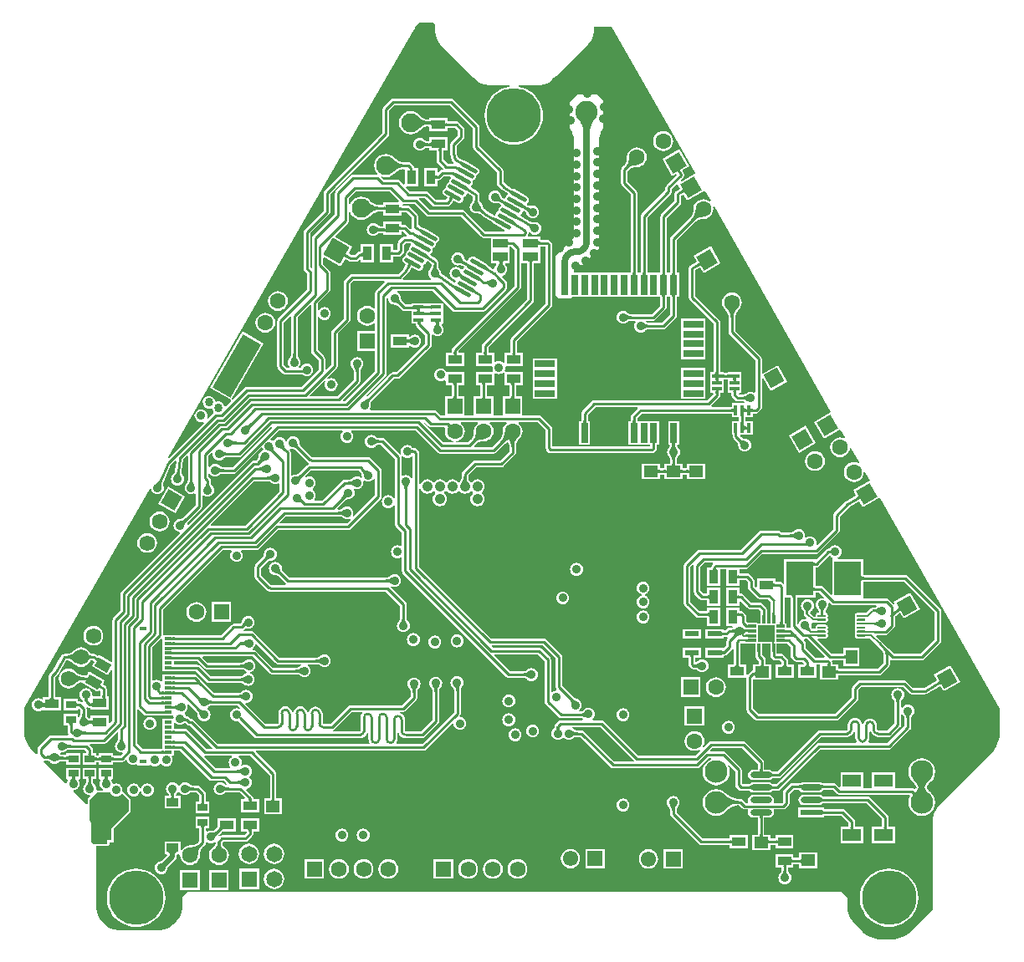
<source format=gtl>
G04*
G04 #@! TF.GenerationSoftware,Altium Limited,Altium Designer,22.1.2 (22)*
G04*
G04 Layer_Physical_Order=1*
G04 Layer_Color=255*
%FSLAX25Y25*%
%MOIN*%
G70*
G04*
G04 #@! TF.SameCoordinates,8C121C91-0C0E-4A63-ABDB-05F36A63E408*
G04*
G04*
G04 #@! TF.FilePolarity,Positive*
G04*
G01*
G75*
%ADD14C,0.01968*%
%ADD15C,0.00787*%
%ADD20R,0.01575X0.03937*%
%ADD21R,0.03937X0.01575*%
%ADD22R,0.05709X0.04528*%
%ADD23R,0.04528X0.05709*%
%ADD24R,0.03937X0.02953*%
%ADD25R,0.05709X0.03740*%
G04:AMPARAMS|DCode=26|XSize=37.4mil|YSize=57.09mil|CornerRadius=0mil|HoleSize=0mil|Usage=FLASHONLY|Rotation=60.000|XOffset=0mil|YOffset=0mil|HoleType=Round|Shape=Rectangle|*
%AMROTATEDRECTD26*
4,1,4,0.01537,-0.03047,-0.03407,-0.00192,-0.01537,0.03047,0.03407,0.00192,0.01537,-0.03047,0.0*
%
%ADD26ROTATEDRECTD26*%

%ADD27R,0.03740X0.05709*%
%ADD28R,0.04800X0.12400*%
%ADD29R,0.04800X0.03400*%
%ADD30R,0.03150X0.01575*%
G04:AMPARAMS|DCode=31|XSize=82.68mil|YSize=244.1mil|CornerRadius=0mil|HoleSize=0mil|Usage=FLASHONLY|Rotation=330.000|XOffset=0mil|YOffset=0mil|HoleType=Round|Shape=Rectangle|*
%AMROTATEDRECTD31*
4,1,4,-0.09682,-0.08503,0.02522,0.12637,0.09682,0.08503,-0.02522,-0.12637,-0.09682,-0.08503,0.0*
%
%ADD31ROTATEDRECTD31*%

G04:AMPARAMS|DCode=32|XSize=73.12mil|YSize=16.57mil|CornerRadius=8.28mil|HoleSize=0mil|Usage=FLASHONLY|Rotation=330.000|XOffset=0mil|YOffset=0mil|HoleType=Round|Shape=RoundedRectangle|*
%AMROUNDEDRECTD32*
21,1,0.07312,0.00000,0,0,330.0*
21,1,0.05655,0.01657,0,0,330.0*
1,1,0.01657,0.02449,-0.01414*
1,1,0.01657,-0.02449,0.01414*
1,1,0.01657,-0.02449,0.01414*
1,1,0.01657,0.02449,-0.01414*
%
%ADD32ROUNDEDRECTD32*%
G04:AMPARAMS|DCode=33|XSize=73.12mil|YSize=16.57mil|CornerRadius=0mil|HoleSize=0mil|Usage=FLASHONLY|Rotation=330.000|XOffset=0mil|YOffset=0mil|HoleType=Round|Shape=Rectangle|*
%AMROTATEDRECTD33*
4,1,4,-0.03580,0.01111,-0.02752,0.02545,0.03580,-0.01111,0.02752,-0.02545,-0.03580,0.01111,0.0*
%
%ADD33ROTATEDRECTD33*%

%ADD34R,0.05906X0.03543*%
%ADD35R,0.07874X0.02756*%
%ADD36R,0.02756X0.07874*%
%ADD37R,0.10846X0.13804*%
%ADD38R,0.01575X0.00787*%
G04:AMPARAMS|DCode=39|XSize=33.86mil|YSize=10.24mil|CornerRadius=1.28mil|HoleSize=0mil|Usage=FLASHONLY|Rotation=270.000|XOffset=0mil|YOffset=0mil|HoleType=Round|Shape=RoundedRectangle|*
%AMROUNDEDRECTD39*
21,1,0.03386,0.00768,0,0,270.0*
21,1,0.03130,0.01024,0,0,270.0*
1,1,0.00256,-0.00384,-0.01565*
1,1,0.00256,-0.00384,0.01565*
1,1,0.00256,0.00384,0.01565*
1,1,0.00256,0.00384,-0.01565*
%
%ADD39ROUNDEDRECTD39*%
G04:AMPARAMS|DCode=40|XSize=33.86mil|YSize=10.24mil|CornerRadius=1.28mil|HoleSize=0mil|Usage=FLASHONLY|Rotation=180.000|XOffset=0mil|YOffset=0mil|HoleType=Round|Shape=RoundedRectangle|*
%AMROUNDEDRECTD40*
21,1,0.03386,0.00768,0,0,180.0*
21,1,0.03130,0.01024,0,0,180.0*
1,1,0.00256,-0.01565,0.00384*
1,1,0.00256,0.01565,0.00384*
1,1,0.00256,0.01565,-0.00384*
1,1,0.00256,-0.01565,-0.00384*
%
%ADD40ROUNDEDRECTD40*%
%ADD41R,0.05591X0.02284*%
%ADD42R,0.07480X0.05118*%
%ADD43R,0.08679X0.02394*%
G04:AMPARAMS|DCode=44|XSize=86.79mil|YSize=23.94mil|CornerRadius=11.97mil|HoleSize=0mil|Usage=FLASHONLY|Rotation=180.000|XOffset=0mil|YOffset=0mil|HoleType=Round|Shape=RoundedRectangle|*
%AMROUNDEDRECTD44*
21,1,0.08679,0.00000,0,0,180.0*
21,1,0.06285,0.02394,0,0,180.0*
1,1,0.02394,-0.03143,0.00000*
1,1,0.02394,0.03143,0.00000*
1,1,0.02394,0.03143,0.00000*
1,1,0.02394,-0.03143,0.00000*
%
%ADD44ROUNDEDRECTD44*%
%ADD53R,0.03150X0.01181*%
%ADD66R,0.06102X0.06102*%
%ADD67C,0.06102*%
%ADD79P,0.08630X4X345.0*%
%ADD86C,0.01000*%
%ADD87C,0.02756*%
%ADD88R,0.09646X0.07677*%
%ADD89R,0.06614X0.06614*%
%ADD90C,0.04134*%
%ADD91R,0.06299X0.06299*%
%ADD92C,0.06299*%
%ADD93R,0.06299X0.06299*%
%ADD94R,0.06260X0.06260*%
%ADD95C,0.06260*%
%ADD96P,0.08853X4X285.0*%
%ADD97P,0.08908X4X285.0*%
%ADD98C,0.07677*%
%ADD99P,0.10857X4X105.0*%
%ADD100C,0.09449*%
%ADD101C,0.08858*%
%ADD102P,0.08908X4X165.0*%
%ADD103P,0.08853X4X345.0*%
%ADD104C,0.09055*%
%ADD105C,0.03386*%
%ADD106C,0.01968*%
%ADD107C,0.01575*%
%ADD108R,0.06496X0.06496*%
%ADD109C,0.06496*%
%ADD110C,0.21654*%
%ADD111C,0.03543*%
G36*
X183019Y342319D02*
X183466Y341947D01*
X183925Y341619D01*
X184397Y341335D01*
X184881Y341094D01*
X185378Y340898D01*
X185887Y340745D01*
X186408Y340635D01*
X186941Y340570D01*
X187352Y340553D01*
X187518Y340568D01*
X187668Y340593D01*
X187798Y340628D01*
X187908Y340673D01*
X187998Y340728D01*
X188068Y340793D01*
X188118Y340868D01*
X188148Y340953D01*
X188158Y341048D01*
Y339048D01*
X188148Y339143D01*
X188118Y339228D01*
X188068Y339303D01*
X187998Y339368D01*
X187908Y339423D01*
X187798Y339468D01*
X187668Y339503D01*
X187518Y339528D01*
X187352Y339542D01*
X186941Y339526D01*
X186408Y339460D01*
X185887Y339351D01*
X185378Y339198D01*
X184881Y339001D01*
X184397Y338760D01*
X183925Y338476D01*
X183466Y338148D01*
X183019Y337776D01*
X182584Y337361D01*
Y342735D01*
X183019Y342319D01*
D02*
G37*
G36*
X193841Y340244D02*
X193871Y340159D01*
X193921Y340084D01*
X193992Y340019D01*
X194083Y339964D01*
X194195Y339919D01*
X194326Y339884D01*
X194478Y339859D01*
X194650Y339844D01*
X194842Y339839D01*
Y338839D01*
X194650Y338834D01*
X194478Y338819D01*
X194326Y338794D01*
X194195Y338759D01*
X194083Y338714D01*
X193992Y338659D01*
X193921Y338594D01*
X193871Y338519D01*
X193841Y338434D01*
X193830Y338339D01*
Y340339D01*
X193841Y340244D01*
D02*
G37*
G36*
X252773Y340978D02*
X252480Y340578D01*
X252222Y340135D01*
X251998Y339651D01*
X251809Y339124D01*
X251654Y338555D01*
X251533Y337945D01*
X251447Y337292D01*
X251395Y336598D01*
X251378Y335861D01*
X248622D01*
X248605Y336598D01*
X248467Y337945D01*
X248346Y338555D01*
X248191Y339124D01*
X248002Y339651D01*
X247778Y340135D01*
X247520Y340578D01*
X247227Y340978D01*
X246900Y341337D01*
X253100D01*
X252773Y340978D01*
D02*
G37*
G36*
X188158Y330500D02*
X188148Y330595D01*
X188118Y330680D01*
X188068Y330755D01*
X187998Y330820D01*
X187908Y330875D01*
X187798Y330920D01*
X187668Y330955D01*
X187518Y330980D01*
X187348Y330995D01*
X187158Y331000D01*
Y332000D01*
X187348Y332005D01*
X187518Y332020D01*
X187668Y332045D01*
X187798Y332080D01*
X187908Y332125D01*
X187998Y332180D01*
X188068Y332245D01*
X188118Y332320D01*
X188148Y332405D01*
X188158Y332500D01*
Y330500D01*
D02*
G37*
G36*
X184918Y332599D02*
X185086Y332474D01*
X185268Y332363D01*
X185466Y332266D01*
X185679Y332185D01*
X185908Y332118D01*
X186151Y332067D01*
X186409Y332030D01*
X186683Y332007D01*
X186971Y332000D01*
Y331000D01*
X186683Y330993D01*
X186409Y330970D01*
X186151Y330933D01*
X185908Y330882D01*
X185679Y330815D01*
X185466Y330733D01*
X185268Y330637D01*
X185086Y330526D01*
X184918Y330400D01*
X184765Y330260D01*
Y332740D01*
X184918Y332599D01*
D02*
G37*
G36*
X192405Y329805D02*
X192320Y329775D01*
X192245Y329724D01*
X192180Y329653D01*
X192125Y329562D01*
X192080Y329451D01*
X192045Y329320D01*
X192020Y329168D01*
X192005Y328996D01*
X192000Y328803D01*
X191000D01*
X190995Y328996D01*
X190980Y329168D01*
X190955Y329320D01*
X190920Y329451D01*
X190875Y329562D01*
X190820Y329653D01*
X190755Y329724D01*
X190680Y329775D01*
X190595Y329805D01*
X190500Y329815D01*
X192500D01*
X192405Y329805D01*
D02*
G37*
G36*
X199725Y324744D02*
X200155Y324531D01*
X200285Y324480D01*
X200408Y324439D01*
X200523Y324409D01*
X200632Y324390D01*
X200734Y324380D01*
X200829Y324381D01*
X200061Y323049D01*
X200010Y323141D01*
X199948Y323233D01*
X199875Y323325D01*
X199791Y323417D01*
X199696Y323510D01*
X199590Y323603D01*
X199343Y323790D01*
X199204Y323884D01*
X199053Y323979D01*
X199567Y324836D01*
X199725Y324744D01*
D02*
G37*
G36*
X269969Y323181D02*
X269498Y323169D01*
X269043Y323123D01*
X268602Y323044D01*
X268176Y322931D01*
X267765Y322785D01*
X267368Y322605D01*
X266986Y322392D01*
X266618Y322145D01*
X266266Y321865D01*
X265928Y321551D01*
X265220Y322258D01*
X265534Y322596D01*
X265815Y322949D01*
X266062Y323316D01*
X266275Y323698D01*
X266455Y324095D01*
X266601Y324506D01*
X266714Y324932D01*
X266793Y325373D01*
X266839Y325829D01*
X266851Y326299D01*
X269969Y323181D01*
D02*
G37*
G36*
X180502Y321873D02*
X180525Y321571D01*
X180539Y321498D01*
X180557Y321438D01*
X180577Y321391D01*
X180601Y321357D01*
X180628Y321337D01*
X180658Y321330D01*
X179342D01*
X179372Y321337D01*
X179399Y321357D01*
X179423Y321391D01*
X179443Y321438D01*
X179461Y321498D01*
X179475Y321571D01*
X179486Y321658D01*
X179498Y321873D01*
X179500Y322000D01*
X180500D01*
X180502Y321873D01*
D02*
G37*
G36*
X198440Y322524D02*
X198871Y322312D01*
X199001Y322262D01*
X199125Y322222D01*
X199241Y322193D01*
X199351Y322173D01*
X199454Y322164D01*
X199550Y322165D01*
X198781Y320833D01*
X198731Y320924D01*
X198669Y321015D01*
X198597Y321106D01*
X198512Y321198D01*
X198417Y321290D01*
X198310Y321382D01*
X198064Y321568D01*
X197923Y321661D01*
X197771Y321755D01*
X198283Y322615D01*
X198440Y322524D01*
D02*
G37*
G36*
X173176Y325272D02*
X173623Y324900D01*
X174083Y324572D01*
X174555Y324287D01*
X175039Y324047D01*
X175535Y323850D01*
X176044Y323697D01*
X176565Y323587D01*
X177099Y323522D01*
X177645Y323500D01*
Y322500D01*
X177099Y322478D01*
X176565Y322412D01*
X176044Y322303D01*
X175535Y322150D01*
X175039Y321953D01*
X174555Y321713D01*
X174083Y321428D01*
X173623Y321100D01*
X173176Y320728D01*
X172741Y320313D01*
Y325687D01*
X173176Y325272D01*
D02*
G37*
G36*
X287341Y321585D02*
X287283Y321517D01*
X287242Y321436D01*
X287221Y321344D01*
X287217Y321239D01*
X287233Y321123D01*
X287267Y320994D01*
X287319Y320853D01*
X287390Y320700D01*
X287480Y320535D01*
X286614Y320035D01*
X286515Y320195D01*
X286419Y320333D01*
X286323Y320449D01*
X286228Y320543D01*
X286135Y320614D01*
X286043Y320664D01*
X285952Y320691D01*
X285862Y320697D01*
X285774Y320680D01*
X285687Y320641D01*
X287419Y321641D01*
X287341Y321585D01*
D02*
G37*
G36*
X197096Y320254D02*
X197394Y320123D01*
X197535Y320070D01*
X197801Y319993D01*
X197926Y319969D01*
X198046Y319953D01*
X198161Y319946D01*
X198270Y319949D01*
X197502Y318617D01*
X197456Y318696D01*
X197398Y318776D01*
X197327Y318856D01*
X197243Y318938D01*
X197147Y319021D01*
X197037Y319105D01*
X196779Y319276D01*
X196630Y319363D01*
X196468Y319451D01*
X196939Y320334D01*
X197096Y320254D01*
D02*
G37*
G36*
X177335Y321446D02*
X177504Y321219D01*
Y315533D01*
X177042Y315342D01*
X175456Y316928D01*
X175030Y317213D01*
X174528Y317313D01*
X169044D01*
X168130Y318226D01*
X168413Y318650D01*
X168792Y318493D01*
X170000Y318334D01*
X171208Y318493D01*
X172333Y318959D01*
X173299Y319701D01*
X173400Y319832D01*
X173711Y320129D01*
X174114Y320464D01*
X174524Y320757D01*
X174941Y321008D01*
X175366Y321219D01*
X175800Y321391D01*
X176243Y321525D01*
X176697Y321620D01*
X177004Y321658D01*
X177335Y321446D01*
D02*
G37*
G36*
X189695Y319405D02*
X189725Y319320D01*
X189776Y319245D01*
X189847Y319180D01*
X189938Y319125D01*
X190049Y319080D01*
X190181Y319045D01*
X190332Y319020D01*
X190504Y319005D01*
X190697Y319000D01*
Y318000D01*
X190504Y317995D01*
X190332Y317980D01*
X190181Y317955D01*
X190049Y317920D01*
X189938Y317875D01*
X189847Y317820D01*
X189776Y317755D01*
X189725Y317680D01*
X189695Y317595D01*
X189685Y317500D01*
Y319500D01*
X189695Y319405D01*
D02*
G37*
G36*
X189500Y379326D02*
Y377642D01*
X189548Y376662D01*
X189931Y374739D01*
X190681Y372928D01*
X191770Y371298D01*
X192429Y370571D01*
X205071Y357929D01*
X205798Y357270D01*
X207428Y356181D01*
X209239Y355431D01*
X211162Y355048D01*
X212142Y355000D01*
X219128D01*
X219178Y354507D01*
X217400Y354080D01*
X215711Y353380D01*
X214152Y352425D01*
X212762Y351238D01*
X211575Y349848D01*
X210620Y348289D01*
X209920Y346600D01*
X209493Y344823D01*
X209350Y343000D01*
X209493Y341178D01*
X209920Y339400D01*
X210620Y337711D01*
X211575Y336152D01*
X212762Y334762D01*
X214152Y333575D01*
X215711Y332620D01*
X217400Y331920D01*
X219178Y331493D01*
X221000Y331350D01*
X222822Y331493D01*
X224600Y331920D01*
X226289Y332620D01*
X227848Y333575D01*
X229238Y334762D01*
X230425Y336152D01*
X231380Y337711D01*
X232080Y339400D01*
X232507Y341178D01*
X232650Y343000D01*
X232507Y344823D01*
X232080Y346600D01*
X231380Y348289D01*
X230425Y349848D01*
X229238Y351238D01*
X227848Y352425D01*
X226289Y353380D01*
X224600Y354080D01*
X222822Y354507D01*
X222872Y355000D01*
X230500D01*
X231447Y355047D01*
X233303Y355416D01*
X235052Y356140D01*
X236626Y357192D01*
X237328Y357828D01*
X250071Y370571D01*
X250730Y371298D01*
X251819Y372928D01*
X252569Y374739D01*
X252952Y376662D01*
X253000Y377642D01*
Y378500D01*
X260000D01*
X293159Y320123D01*
X292941Y319708D01*
X292850Y319655D01*
X287794Y316736D01*
X287489Y317133D01*
X288428Y318072D01*
X288713Y318498D01*
X288813Y319000D01*
Y319500D01*
X288796Y319585D01*
X288801Y319671D01*
X288746Y319834D01*
X288713Y320002D01*
X288665Y320074D01*
X288637Y320156D01*
X288260Y320809D01*
X288389Y321292D01*
X290878Y322729D01*
X286941Y329548D01*
X280122Y325611D01*
X284059Y318792D01*
X285643Y319706D01*
X285950Y319306D01*
X281822Y315178D01*
X281537Y314752D01*
X281437Y314250D01*
Y313294D01*
X271887Y303743D01*
X271602Y303317D01*
X271502Y302815D01*
Y280221D01*
X270191D01*
Y312122D01*
X270091Y312624D01*
X269806Y313050D01*
X266313Y316544D01*
Y320786D01*
X266679Y321153D01*
X266789Y321255D01*
X267093Y321497D01*
X267406Y321707D01*
X267730Y321888D01*
X268066Y322040D01*
X268414Y322164D01*
X268776Y322259D01*
X269154Y322327D01*
X269549Y322367D01*
X269878Y322375D01*
X270000Y322359D01*
X271028Y322495D01*
X271986Y322891D01*
X272808Y323522D01*
X273439Y324345D01*
X273836Y325302D01*
X273971Y326330D01*
X273836Y327358D01*
X273439Y328316D01*
X272808Y329138D01*
X271986Y329769D01*
X271028Y330166D01*
X270000Y330301D01*
X268972Y330166D01*
X268015Y329769D01*
X267192Y329138D01*
X266561Y328316D01*
X266164Y327358D01*
X266029Y326330D01*
X266045Y326208D01*
X266037Y325879D01*
X265997Y325484D01*
X265929Y325106D01*
X265834Y324744D01*
X265710Y324395D01*
X265558Y324060D01*
X265377Y323736D01*
X265166Y323423D01*
X264925Y323120D01*
X264823Y323009D01*
X264072Y322258D01*
X263787Y321832D01*
X263687Y321330D01*
Y316000D01*
X263787Y315498D01*
X264072Y315072D01*
X267565Y311578D01*
Y280221D01*
X245000D01*
Y282500D01*
X246000Y283500D01*
X248500Y283500D01*
X255000Y290000D01*
Y334500D01*
X256500Y336000D01*
Y349000D01*
X254000Y351500D01*
X246500D01*
X243250Y348250D01*
Y336250D01*
X245000Y334500D01*
Y294500D01*
X237500Y287000D01*
Y271500D01*
X239000Y270000D01*
X243500Y270000D01*
X244272Y270772D01*
X279187D01*
Y267044D01*
X275956Y263813D01*
X267686D01*
X267499Y263828D01*
X267292Y263858D01*
X267104Y263897D01*
X266936Y263947D01*
X266786Y264004D01*
X266653Y264068D01*
X266536Y264140D01*
X266432Y264217D01*
X266349Y264294D01*
X266325Y264325D01*
X265791Y264735D01*
X265168Y264993D01*
X264500Y265081D01*
X263832Y264993D01*
X263209Y264735D01*
X262675Y264325D01*
X262265Y263791D01*
X262007Y263168D01*
X261919Y262500D01*
X262007Y261832D01*
X262265Y261209D01*
X262675Y260675D01*
X263209Y260265D01*
X263832Y260007D01*
X264500Y259919D01*
X265168Y260007D01*
X265791Y260265D01*
X266325Y260675D01*
X266349Y260706D01*
X266432Y260783D01*
X266536Y260860D01*
X266653Y260932D01*
X266786Y260996D01*
X266936Y261053D01*
X267104Y261103D01*
X267292Y261142D01*
X267499Y261172D01*
X267686Y261187D01*
X269378D01*
X269569Y260687D01*
X269265Y260291D01*
X269007Y259668D01*
X268919Y259000D01*
X269007Y258332D01*
X269265Y257709D01*
X269675Y257175D01*
X270209Y256765D01*
X270832Y256507D01*
X271500Y256419D01*
X272168Y256507D01*
X272791Y256765D01*
X273325Y257175D01*
X273349Y257206D01*
X273432Y257283D01*
X273536Y257360D01*
X273653Y257432D01*
X273786Y257496D01*
X273936Y257553D01*
X274104Y257603D01*
X274292Y257643D01*
X274499Y257672D01*
X274686Y257687D01*
X280500D01*
X281002Y257787D01*
X281428Y258072D01*
X285554Y262198D01*
X285839Y262624D01*
X285939Y263126D01*
Y270772D01*
X286791D01*
Y280221D01*
X285939D01*
Y293252D01*
X293179Y300493D01*
X293289Y300595D01*
X293593Y300836D01*
X293906Y301047D01*
X294230Y301228D01*
X294566Y301380D01*
X294914Y301503D01*
X295276Y301599D01*
X295654Y301667D01*
X296049Y301707D01*
X296378Y301715D01*
X296500Y301699D01*
X297528Y301834D01*
X298485Y302231D01*
X299308Y302862D01*
X299939Y303684D01*
X300336Y304642D01*
X300471Y305670D01*
X300374Y306409D01*
X300857Y306571D01*
X347377Y224671D01*
X340622Y220771D01*
X344559Y213952D01*
X350959Y217647D01*
X351441Y217516D01*
X353095Y214605D01*
X352745Y214208D01*
X352028Y214506D01*
X351000Y214641D01*
X349972Y214506D01*
X349014Y214109D01*
X348192Y213478D01*
X347561Y212655D01*
X347164Y211698D01*
X347029Y210670D01*
X347164Y209642D01*
X347561Y208684D01*
X348192Y207862D01*
X349014Y207231D01*
X349972Y206834D01*
X351000Y206699D01*
X352028Y206834D01*
X352986Y207231D01*
X353808Y207862D01*
X354439Y208684D01*
X354836Y209642D01*
X354930Y210361D01*
X355448Y210462D01*
X358732Y204681D01*
X358708Y204641D01*
X358362Y204320D01*
X357528Y204666D01*
X356500Y204801D01*
X355472Y204666D01*
X354515Y204269D01*
X353692Y203638D01*
X353061Y202816D01*
X352664Y201858D01*
X352529Y200830D01*
X352664Y199802D01*
X353061Y198845D01*
X353692Y198022D01*
X354515Y197391D01*
X355472Y196994D01*
X356500Y196859D01*
X357528Y196994D01*
X358486Y197391D01*
X359308Y198022D01*
X359939Y198845D01*
X360336Y199802D01*
X360447Y200649D01*
X360965Y200750D01*
X362822Y197479D01*
X356122Y193611D01*
X357365Y191458D01*
X353344Y189137D01*
X353215Y189024D01*
X353072Y188928D01*
X348572Y184428D01*
X348287Y184002D01*
X348187Y183500D01*
Y178044D01*
X341992Y171848D01*
X341518Y172082D01*
X341581Y172559D01*
X341493Y173227D01*
X341235Y173850D01*
X340825Y174384D01*
X340291Y174794D01*
X339668Y175052D01*
X339000Y175140D01*
X338332Y175052D01*
X337709Y174794D01*
X337430Y174580D01*
X337104Y174768D01*
X337000Y174880D01*
X337081Y175500D01*
X336993Y176168D01*
X336735Y176791D01*
X336325Y177325D01*
X335791Y177735D01*
X335168Y177993D01*
X334500Y178081D01*
X333832Y177993D01*
X333209Y177735D01*
X332675Y177325D01*
X332651Y177294D01*
X332568Y177217D01*
X332464Y177140D01*
X332347Y177068D01*
X332214Y177004D01*
X332064Y176947D01*
X331896Y176897D01*
X331708Y176857D01*
X331501Y176828D01*
X331314Y176813D01*
X327450D01*
X327334Y176928D01*
X326908Y177213D01*
X326406Y177313D01*
X319500D01*
X318998Y177213D01*
X318572Y176928D01*
X311456Y169813D01*
X295000D01*
X294498Y169713D01*
X294072Y169428D01*
X289072Y164428D01*
X288787Y164002D01*
X288687Y163500D01*
Y148500D01*
X288787Y147998D01*
X289072Y147572D01*
X293572Y143072D01*
X293998Y142787D01*
X294500Y142687D01*
X298004D01*
Y139358D01*
X303319D01*
Y146642D01*
X298004D01*
Y145313D01*
X295044D01*
X291313Y149044D01*
Y162956D01*
X292257Y163901D01*
X292718Y163655D01*
X292687Y163500D01*
Y153000D01*
X292787Y152498D01*
X293072Y152072D01*
X295072Y150072D01*
X295498Y149787D01*
X296000Y149687D01*
X298004D01*
Y147358D01*
X303319D01*
Y154642D01*
X298004D01*
Y152313D01*
X296544D01*
X295313Y153544D01*
Y162956D01*
X297044Y164687D01*
X300210D01*
X300417Y164187D01*
X300072Y163842D01*
X299787Y163417D01*
X299687Y162914D01*
Y162642D01*
X298004D01*
Y155358D01*
X303319D01*
Y162187D01*
X305681D01*
Y155358D01*
X310996D01*
Y157687D01*
X313456D01*
X314187Y156956D01*
Y154856D01*
X314287Y154354D01*
X314572Y153928D01*
X317928Y150572D01*
X318354Y150287D01*
X318856Y150187D01*
X321956D01*
X323249Y148895D01*
Y144274D01*
X323240Y144122D01*
X323207Y144072D01*
X323136Y143715D01*
Y140594D01*
X321833D01*
Y143715D01*
X321828Y143737D01*
Y145984D01*
X321728Y146487D01*
X321444Y146912D01*
X319928Y148428D01*
X319502Y148713D01*
X319000Y148813D01*
X315544D01*
X312428Y151928D01*
X312002Y152213D01*
X311500Y152313D01*
X310996D01*
Y154642D01*
X305681D01*
Y147358D01*
X310996D01*
Y148994D01*
X311458Y149186D01*
X314072Y146572D01*
X314498Y146287D01*
X315000Y146187D01*
X318456D01*
X319203Y145440D01*
Y143737D01*
X319199Y143715D01*
Y140594D01*
X317929D01*
X317773Y140699D01*
X317415Y140770D01*
X315195D01*
X315000Y140809D01*
X314048D01*
X313565Y141292D01*
Y143248D01*
X313465Y143750D01*
X313180Y144176D01*
X312428Y144928D01*
X312002Y145213D01*
X311500Y145313D01*
X310996D01*
Y146642D01*
X305681D01*
Y139358D01*
X308097D01*
X308322Y138858D01*
X308279Y138810D01*
X308149Y138799D01*
X307896D01*
X307828Y138813D01*
X307000D01*
X306498Y138713D01*
X306072Y138428D01*
X305196Y137553D01*
X304591D01*
Y138169D01*
X297425D01*
Y134311D01*
X304591D01*
Y134927D01*
X305740D01*
X306089Y134997D01*
X306336Y134536D01*
X306072Y134272D01*
X305787Y133846D01*
X305687Y133344D01*
Y131544D01*
X305021Y130878D01*
X304591Y130689D01*
Y130689D01*
X304591Y130689D01*
X297425D01*
Y126831D01*
X304591D01*
Y127447D01*
X304760D01*
X305262Y127547D01*
X305688Y127832D01*
X307928Y130072D01*
X308187Y130460D01*
X308224Y130464D01*
X308687Y130155D01*
Y123996D01*
X306358D01*
Y118681D01*
X313642Y118681D01*
X313687Y118200D01*
Y106000D01*
X313787Y105498D01*
X314072Y105072D01*
X317072Y102072D01*
X317498Y101787D01*
X318000Y101687D01*
X349500D01*
X350002Y101787D01*
X350428Y102072D01*
X357928Y109572D01*
X358213Y109998D01*
X358313Y110500D01*
Y113956D01*
X359544Y115187D01*
X375956D01*
X378572Y112572D01*
X378998Y112287D01*
X379500Y112187D01*
X385000D01*
X385085Y112204D01*
X385171Y112199D01*
X385334Y112254D01*
X385502Y112287D01*
X385574Y112335D01*
X385656Y112363D01*
X390942Y115415D01*
X392174Y113280D01*
X398822Y117119D01*
X394984Y123767D01*
X388335Y119929D01*
X389629Y117688D01*
X384648Y114813D01*
X380044D01*
X377428Y117428D01*
X377002Y117713D01*
X376500Y117813D01*
X359000D01*
X358498Y117713D01*
X358072Y117428D01*
X356072Y115428D01*
X355787Y115002D01*
X355687Y114500D01*
Y111044D01*
X348956Y104313D01*
X318544D01*
X316313Y106544D01*
Y117511D01*
X316358Y117992D01*
X323642D01*
Y124094D01*
X321313D01*
Y126000D01*
X321213Y126502D01*
X320928Y126928D01*
X319860Y127997D01*
Y129263D01*
X319864Y129285D01*
Y132405D01*
X323114D01*
X323130Y132324D01*
Y130969D01*
X323130Y130968D01*
X323136Y130942D01*
Y129285D01*
X323140Y129263D01*
Y127586D01*
X323240Y127084D01*
X323525Y126658D01*
X324110Y126072D01*
X324536Y125787D01*
X325039Y125687D01*
X326956D01*
X327687Y124956D01*
Y123996D01*
X325358D01*
Y118681D01*
X332642D01*
Y123996D01*
X330313D01*
Y125500D01*
X330213Y126002D01*
X329928Y126428D01*
X328428Y127928D01*
X328002Y128213D01*
X327500Y128313D01*
X325765D01*
Y129263D01*
X325770Y129285D01*
Y132230D01*
X328715D01*
X328737Y132235D01*
X329909D01*
X331187Y130956D01*
Y127500D01*
X331287Y126998D01*
X331572Y126572D01*
X332572Y125572D01*
X332998Y125287D01*
X333500Y125187D01*
X335956D01*
X336648Y124496D01*
X336591Y123996D01*
X334358D01*
Y118681D01*
X341642D01*
Y123996D01*
X342062Y124187D01*
X342397D01*
X342858Y124094D01*
Y117992D01*
X350142D01*
Y119731D01*
X366543D01*
X367046Y119831D01*
X367472Y120115D01*
X370428Y123072D01*
X370713Y123498D01*
X370813Y124000D01*
Y125644D01*
X371313Y125911D01*
X371498Y125787D01*
X372000Y125687D01*
X383500D01*
X384002Y125787D01*
X384428Y126072D01*
X390928Y132572D01*
X391213Y132998D01*
X391313Y133500D01*
Y145500D01*
X391213Y146002D01*
X390928Y146428D01*
X377928Y159428D01*
X377502Y159713D01*
X377000Y159813D01*
X360260D01*
Y166189D01*
X350208D01*
X350109Y166689D01*
X350291Y166765D01*
X350825Y167175D01*
X351235Y167709D01*
X351493Y168332D01*
X351581Y169000D01*
X351493Y169668D01*
X351235Y170291D01*
X350825Y170825D01*
X350291Y171235D01*
X349668Y171493D01*
X349000Y171581D01*
X348332Y171493D01*
X347709Y171235D01*
X347175Y170825D01*
X346765Y170291D01*
X346749Y170252D01*
X346708Y170249D01*
X346437D01*
X345934Y170149D01*
X345508Y169865D01*
X341623Y165979D01*
X341161Y166170D01*
Y166189D01*
X328740D01*
Y156399D01*
X328240Y156192D01*
X327842Y156590D01*
X327416Y156874D01*
X326914Y156974D01*
X325142D01*
Y158319D01*
X317858D01*
Y155008D01*
X317396Y154816D01*
X316813Y155400D01*
Y157500D01*
X316713Y158002D01*
X316428Y158428D01*
X314928Y159928D01*
X314502Y160213D01*
X314000Y160313D01*
X310996D01*
Y162187D01*
X313500D01*
X314002Y162287D01*
X314428Y162572D01*
X320044Y168187D01*
X341500D01*
X342002Y168287D01*
X342428Y168572D01*
X350428Y176572D01*
X350713Y176998D01*
X350813Y177500D01*
Y182956D01*
X354806Y186950D01*
X358677Y189185D01*
X360059Y186792D01*
X366404Y190455D01*
X366887Y190324D01*
X414500Y106500D01*
Y96142D01*
Y95157D01*
X414116Y93225D01*
X413362Y91405D01*
X412267Y89767D01*
X411571Y89071D01*
X411571D01*
X411571Y89071D01*
X390929Y68429D01*
X390270Y67702D01*
X389181Y66072D01*
X388431Y64261D01*
X388048Y62338D01*
X388000Y61358D01*
Y26500D01*
X378929Y17429D01*
X378233Y16733D01*
X376595Y15638D01*
X374775Y14884D01*
X372843Y14500D01*
X366157D01*
X364225Y14884D01*
X362405Y15638D01*
X360768Y16733D01*
X360071Y17429D01*
X356500Y21000D01*
X355906Y21594D01*
X354971Y22992D01*
X354328Y24546D01*
X354000Y26195D01*
Y31000D01*
X351500Y33500D01*
X91000D01*
X89000Y31500D01*
Y27015D01*
X88616Y25083D01*
X87862Y23263D01*
X86768Y21625D01*
X85375Y20233D01*
X83737Y19138D01*
X81917Y18384D01*
X79985Y18000D01*
X63515D01*
X61583Y18384D01*
X59763Y19138D01*
X58125Y20233D01*
X56732Y21625D01*
X55638Y23263D01*
X54884Y25083D01*
X54500Y27015D01*
Y28000D01*
Y51697D01*
X59000D01*
X59307Y51758D01*
X59568Y51932D01*
X59742Y52193D01*
X59803Y52500D01*
Y53013D01*
X61491D01*
Y58356D01*
X68068Y64932D01*
X68242Y65193D01*
X68303Y65500D01*
Y70000D01*
X68303Y70000D01*
X68242Y70307D01*
X68068Y70568D01*
X65684Y72952D01*
X65662Y72967D01*
X65645Y72988D01*
X65532Y73053D01*
X65423Y73126D01*
X65367Y73153D01*
X65060Y73539D01*
X65040Y73661D01*
X65039Y73681D01*
X65081Y74000D01*
X64993Y74668D01*
X64735Y75291D01*
X64325Y75825D01*
X63791Y76235D01*
X63168Y76493D01*
X62500Y76581D01*
X61832Y76493D01*
X61570Y76385D01*
X61462Y76410D01*
X61053Y76712D01*
X60993Y77168D01*
X60735Y77791D01*
X60701Y77835D01*
X60922Y78284D01*
X61256D01*
Y82811D01*
X55744D01*
Y78284D01*
X56078D01*
X56299Y77835D01*
X56265Y77791D01*
X56007Y77168D01*
X55919Y76500D01*
X56007Y75832D01*
X56265Y75209D01*
X56675Y74675D01*
X57144Y74315D01*
X57124Y74076D01*
X57006Y73815D01*
X54995D01*
X54843Y73902D01*
X54549Y74252D01*
X54581Y74500D01*
X54493Y75168D01*
X54235Y75791D01*
X53825Y76325D01*
X53794Y76349D01*
X53717Y76432D01*
X53640Y76536D01*
X53568Y76653D01*
X53504Y76786D01*
X53447Y76936D01*
X53397Y77104D01*
X53357Y77292D01*
X53328Y77499D01*
X53313Y77686D01*
Y78284D01*
X54756D01*
Y82811D01*
X49244D01*
Y78284D01*
X50687D01*
Y77686D01*
X50672Y77499D01*
X50643Y77292D01*
X50603Y77104D01*
X50553Y76936D01*
X50496Y76786D01*
X50432Y76653D01*
X50361Y76536D01*
X50283Y76432D01*
X50206Y76349D01*
X50175Y76325D01*
X49765Y75791D01*
X49507Y75168D01*
X49419Y74500D01*
X49507Y73832D01*
X49765Y73209D01*
X50175Y72675D01*
X50709Y72265D01*
X51332Y72007D01*
X51982Y71921D01*
X52023Y71866D01*
X52210Y71442D01*
X51432Y70664D01*
X51258Y70404D01*
X51197Y70097D01*
Y68456D01*
X50735Y68265D01*
X45575Y73425D01*
X45755Y73952D01*
X46168Y74007D01*
X46791Y74265D01*
X47325Y74675D01*
X47735Y75209D01*
X47993Y75832D01*
X48081Y76500D01*
X47993Y77168D01*
X47735Y77791D01*
X47701Y77835D01*
X47922Y78284D01*
X48256D01*
Y82811D01*
X42744D01*
Y78284D01*
X43078D01*
X43299Y77835D01*
X43265Y77791D01*
X43007Y77168D01*
X42952Y76755D01*
X42424Y76575D01*
X33778Y85222D01*
X33979Y85644D01*
X34020Y85687D01*
X34814D01*
X35001Y85672D01*
X35208Y85642D01*
X35396Y85603D01*
X35564Y85553D01*
X35714Y85496D01*
X35847Y85432D01*
X35964Y85360D01*
X36068Y85283D01*
X36151Y85206D01*
X36175Y85175D01*
X36709Y84765D01*
X37332Y84507D01*
X38000Y84419D01*
X38668Y84507D01*
X39291Y84765D01*
X39460Y84895D01*
X39512Y84917D01*
X39666Y85022D01*
X39803Y85102D01*
X39952Y85173D01*
X40113Y85236D01*
X40287Y85291D01*
X40474Y85338D01*
X40665Y85372D01*
X41089Y85414D01*
X42744D01*
Y84189D01*
X48256D01*
Y88717D01*
X42744D01*
Y88039D01*
X41251D01*
X41059Y88056D01*
X40861Y88087D01*
X40688Y88128D01*
X40540Y88177D01*
X40416Y88232D01*
X40338Y88443D01*
X40702Y88899D01*
X41000Y88860D01*
X41668Y88948D01*
X42291Y89206D01*
X42825Y89616D01*
X42866Y89669D01*
X42868Y89670D01*
X42984Y89784D01*
X43081Y89861D01*
X43191Y89931D01*
X43317Y89995D01*
X43462Y90052D01*
X43626Y90101D01*
X43810Y90142D01*
X44015Y90172D01*
X44204Y90187D01*
X49956D01*
X50687Y89456D01*
Y88717D01*
X49244D01*
Y84189D01*
X54756D01*
Y85140D01*
X55744D01*
Y84189D01*
X61256D01*
Y85140D01*
X64953D01*
X65455Y85240D01*
X65881Y85525D01*
X66370Y86014D01*
X66512Y85966D01*
X66864Y85800D01*
X67103Y85222D01*
X67513Y84687D01*
X68048Y84277D01*
X68670Y84019D01*
X69338Y83931D01*
X70007Y84019D01*
X70563Y84250D01*
X71063Y84058D01*
Y83661D01*
X75787D01*
Y83922D01*
X76287Y84088D01*
X76709Y83765D01*
X77332Y83507D01*
X78000Y83419D01*
X78668Y83507D01*
X79291Y83765D01*
X79825Y84175D01*
X79935Y84318D01*
X80565D01*
X80675Y84175D01*
X81209Y83765D01*
X81832Y83507D01*
X82500Y83419D01*
X83168Y83507D01*
X83791Y83765D01*
X84325Y84175D01*
X84735Y84709D01*
X84993Y85332D01*
X85081Y86000D01*
X84993Y86668D01*
X84735Y87291D01*
X84692Y87347D01*
X84913Y87795D01*
X85630D01*
Y89829D01*
X87919D01*
X99676Y78072D01*
X100102Y77787D01*
X100604Y77687D01*
X105456D01*
X106447Y76697D01*
X106474Y76421D01*
X106349Y76087D01*
X106213Y76039D01*
X106153Y76068D01*
X106036Y76139D01*
X105932Y76217D01*
X105849Y76294D01*
X105825Y76325D01*
X105291Y76735D01*
X104668Y76993D01*
X104000Y77081D01*
X103332Y76993D01*
X102709Y76735D01*
X102175Y76325D01*
X101765Y75791D01*
X101507Y75168D01*
X101419Y74500D01*
X101507Y73832D01*
X101765Y73209D01*
X102175Y72675D01*
X102709Y72265D01*
X103332Y72007D01*
X104000Y71919D01*
X104668Y72007D01*
X105291Y72265D01*
X105825Y72675D01*
X105849Y72706D01*
X105932Y72783D01*
X106036Y72860D01*
X106153Y72932D01*
X106286Y72996D01*
X106436Y73053D01*
X106604Y73103D01*
X106792Y73142D01*
X106999Y73172D01*
X107186Y73187D01*
X111571D01*
X113823Y70934D01*
X113632Y70472D01*
X112205D01*
Y65158D01*
X119488D01*
Y70472D01*
X117159D01*
Y70768D01*
X117059Y71270D01*
X116775Y71696D01*
X114445Y74025D01*
X114606Y74499D01*
X114668Y74507D01*
X115291Y74765D01*
X115825Y75175D01*
X116235Y75709D01*
X116493Y76332D01*
X116581Y77000D01*
X116493Y77668D01*
X116235Y78291D01*
X115825Y78825D01*
X115636Y78970D01*
Y79470D01*
X115825Y79616D01*
X116235Y80150D01*
X116493Y80773D01*
X116581Y81441D01*
X116493Y82109D01*
X116235Y82731D01*
X115825Y83266D01*
X115291Y83676D01*
X114668Y83934D01*
X114000Y84022D01*
X113332Y83934D01*
X112774Y83703D01*
X112590Y83811D01*
X112377Y84051D01*
X112493Y84332D01*
X112581Y85000D01*
X112493Y85668D01*
X112235Y86291D01*
X111825Y86825D01*
X111353Y87187D01*
X111369Y87411D01*
X111492Y87687D01*
X115956D01*
X123786Y79858D01*
Y70571D01*
X121457D01*
Y64468D01*
X128740D01*
Y70571D01*
X126411D01*
Y80402D01*
X126311Y80904D01*
X126027Y81330D01*
X118131Y89225D01*
X118322Y89687D01*
X185000D01*
X185502Y89787D01*
X185928Y90072D01*
X196472Y100615D01*
X196936Y100372D01*
X197007Y99832D01*
X197265Y99209D01*
X197675Y98675D01*
X198209Y98265D01*
X198832Y98007D01*
X199500Y97919D01*
X200168Y98007D01*
X200791Y98265D01*
X201325Y98675D01*
X201735Y99209D01*
X201993Y99832D01*
X202081Y100500D01*
X201993Y101168D01*
X201735Y101791D01*
X201325Y102325D01*
X200791Y102735D01*
X200168Y102993D01*
X199628Y103064D01*
X199385Y103528D01*
X199428Y103572D01*
X199713Y103998D01*
X199813Y104500D01*
Y113703D01*
X199826Y113883D01*
X199854Y114095D01*
X199892Y114293D01*
X199940Y114474D01*
X199996Y114641D01*
X200060Y114793D01*
X200132Y114931D01*
X200212Y115058D01*
X200321Y115202D01*
X200351Y115266D01*
X200549Y115523D01*
X200807Y116145D01*
X200895Y116814D01*
X200807Y117482D01*
X200549Y118104D01*
X200139Y118639D01*
X199604Y119049D01*
X198981Y119307D01*
X198313Y119395D01*
X197645Y119307D01*
X197023Y119049D01*
X196488Y118639D01*
X196078Y118104D01*
X195820Y117482D01*
X195732Y116814D01*
X195820Y116145D01*
X196078Y115523D01*
X196488Y114988D01*
X196650Y114865D01*
X196679Y114826D01*
X196793Y114724D01*
X196865Y114643D01*
X196932Y114547D01*
X196994Y114435D01*
X197050Y114302D01*
X197099Y114147D01*
X197140Y113970D01*
X197171Y113769D01*
X197187Y113578D01*
Y105044D01*
X184456Y92313D01*
X174398D01*
X174176Y92761D01*
X174269Y92882D01*
X174550Y93560D01*
X174643Y94270D01*
X174647Y94287D01*
Y96666D01*
X175119Y96772D01*
X175399Y96094D01*
X175846Y95512D01*
X176428Y95065D01*
X177106Y94784D01*
X177817Y94691D01*
X177834Y94687D01*
X184500D01*
X185002Y94787D01*
X185428Y95072D01*
X190859Y100503D01*
X191144Y100929D01*
X191244Y101431D01*
Y113383D01*
X191259Y113570D01*
X191289Y113777D01*
X191329Y113965D01*
X191378Y114133D01*
X191435Y114283D01*
X191499Y114416D01*
X191571Y114533D01*
X191648Y114637D01*
X191725Y114720D01*
X191756Y114744D01*
X192166Y115278D01*
X192424Y115901D01*
X192512Y116569D01*
X192424Y117237D01*
X192166Y117859D01*
X191756Y118394D01*
X191222Y118804D01*
X190599Y119062D01*
X189931Y119150D01*
X189263Y119062D01*
X188640Y118804D01*
X188106Y118394D01*
X187696Y117859D01*
X187438Y117237D01*
X187350Y116569D01*
X187438Y115901D01*
X187696Y115278D01*
X188106Y114744D01*
X188137Y114720D01*
X188214Y114637D01*
X188292Y114533D01*
X188363Y114416D01*
X188427Y114283D01*
X188485Y114133D01*
X188534Y113965D01*
X188574Y113777D01*
X188603Y113570D01*
X188619Y113383D01*
Y101975D01*
X183956Y97313D01*
X177834D01*
Y97324D01*
X177710Y97376D01*
X177658Y97500D01*
X177647D01*
Y101985D01*
X177643Y102002D01*
X177550Y102713D01*
X177269Y103391D01*
X176822Y103973D01*
X176240Y104420D01*
X175562Y104701D01*
X175642Y105187D01*
X177000D01*
X177502Y105287D01*
X177928Y105572D01*
X182155Y109799D01*
X182440Y110224D01*
X182539Y110727D01*
Y113087D01*
X182555Y113275D01*
X182584Y113481D01*
X182624Y113669D01*
X182674Y113838D01*
X182731Y113987D01*
X182795Y114120D01*
X182866Y114237D01*
X182944Y114341D01*
X183021Y114424D01*
X183052Y114448D01*
X183462Y114983D01*
X183720Y115605D01*
X183808Y116273D01*
X183720Y116941D01*
X183462Y117564D01*
X183052Y118098D01*
X182517Y118508D01*
X181895Y118766D01*
X181227Y118854D01*
X180559Y118766D01*
X179936Y118508D01*
X179402Y118098D01*
X178992Y117564D01*
X178734Y116941D01*
X178646Y116273D01*
X178734Y115605D01*
X178992Y114983D01*
X179402Y114448D01*
X179433Y114424D01*
X179509Y114341D01*
X179587Y114237D01*
X179658Y114120D01*
X179723Y113987D01*
X179780Y113838D01*
X179829Y113669D01*
X179869Y113481D01*
X179899Y113275D01*
X179914Y113087D01*
Y111271D01*
X176456Y107813D01*
X156000D01*
X155498Y107713D01*
X155072Y107428D01*
X147956Y100313D01*
X145000D01*
Y100324D01*
X144876Y100375D01*
X144824Y100500D01*
X144813D01*
Y104416D01*
X144809Y104433D01*
X144716Y105143D01*
X144435Y105822D01*
X143988Y106404D01*
X143406Y106851D01*
X142728Y107132D01*
X142000Y107227D01*
X141272Y107132D01*
X140594Y106851D01*
X140012Y106404D01*
X139565Y105822D01*
X139284Y105143D01*
X139257Y104932D01*
X138752D01*
X138716Y105209D01*
X138435Y105887D01*
X137988Y106470D01*
X137406Y106917D01*
X136728Y107197D01*
X136000Y107293D01*
X135272Y107197D01*
X134594Y106917D01*
X134012Y106470D01*
X133565Y105887D01*
X133284Y105209D01*
X133252Y104965D01*
X132748D01*
X132716Y105209D01*
X132435Y105887D01*
X131988Y106470D01*
X131406Y106917D01*
X130728Y107197D01*
X130000Y107293D01*
X129272Y107197D01*
X128594Y106917D01*
X128012Y106470D01*
X127565Y105887D01*
X127284Y105209D01*
X127191Y104499D01*
X127187Y104482D01*
Y100500D01*
X127176D01*
X127125Y100375D01*
X127000Y100324D01*
Y100313D01*
X122044D01*
X114085Y108271D01*
X114319Y108745D01*
X114370Y108738D01*
X115038Y108826D01*
X115661Y109084D01*
X116195Y109494D01*
X116605Y110028D01*
X116863Y110651D01*
X116951Y111319D01*
X116863Y111987D01*
X116605Y112610D01*
X116195Y113144D01*
X115661Y113554D01*
X115038Y113812D01*
X114370Y113900D01*
X113702Y113812D01*
X113080Y113554D01*
X112545Y113144D01*
X112521Y113113D01*
X112438Y113036D01*
X112334Y112958D01*
X112217Y112887D01*
X112084Y112823D01*
X111934Y112766D01*
X111766Y112716D01*
X111579Y112676D01*
X111372Y112647D01*
X111184Y112631D01*
X101725D01*
X96696Y117660D01*
X96583Y117736D01*
X96507Y117849D01*
X94727Y119629D01*
X94301Y119913D01*
X93799Y120013D01*
X85630D01*
Y120079D01*
X84848D01*
X84830Y120082D01*
X84813Y120079D01*
X80905D01*
Y117516D01*
X80901Y117512D01*
X80443Y117304D01*
X80405Y117302D01*
X80031Y117590D01*
X79408Y117848D01*
X78740Y117936D01*
X78072Y117848D01*
X77450Y117590D01*
X77411Y117560D01*
X76962Y117781D01*
Y130828D01*
X80444Y134309D01*
X80905Y134118D01*
Y129134D01*
Y125197D01*
Y121260D01*
X84813D01*
X84830Y121256D01*
X84848Y121260D01*
X85630D01*
Y121325D01*
X94318D01*
X98572Y117072D01*
X98998Y116787D01*
X99500Y116687D01*
X111998D01*
X112183Y116673D01*
X112392Y116644D01*
X112583Y116604D01*
X112756Y116555D01*
X112911Y116498D01*
X113050Y116433D01*
X113174Y116361D01*
X113285Y116283D01*
X113332Y116242D01*
X113338Y116234D01*
X113366Y116213D01*
X113414Y116170D01*
X113439Y116157D01*
X113873Y115824D01*
X114495Y115566D01*
X115163Y115478D01*
X115831Y115566D01*
X116454Y115824D01*
X116988Y116234D01*
X117398Y116769D01*
X117656Y117391D01*
X117744Y118059D01*
X117656Y118727D01*
X117398Y119350D01*
X116988Y119884D01*
X116454Y120294D01*
X116004Y120481D01*
X116071Y120994D01*
X116168Y121007D01*
X116791Y121265D01*
X117325Y121675D01*
X117735Y122209D01*
X117993Y122832D01*
X118081Y123500D01*
X117993Y124168D01*
X117735Y124791D01*
X117325Y125325D01*
X116791Y125735D01*
X116168Y125993D01*
X115500Y126081D01*
X114832Y125993D01*
X114209Y125735D01*
X113675Y125325D01*
X113651Y125294D01*
X113568Y125217D01*
X113464Y125140D01*
X113347Y125068D01*
X113214Y125004D01*
X113064Y124947D01*
X112896Y124897D01*
X112708Y124857D01*
X112501Y124828D01*
X112314Y124813D01*
X99044D01*
X97088Y126769D01*
X97279Y127231D01*
X116913D01*
X123572Y120572D01*
X123998Y120287D01*
X124500Y120187D01*
X134314D01*
X134501Y120172D01*
X134708Y120142D01*
X134896Y120103D01*
X135064Y120053D01*
X135214Y119996D01*
X135347Y119932D01*
X135464Y119860D01*
X135568Y119783D01*
X135651Y119706D01*
X135675Y119675D01*
X136209Y119265D01*
X136832Y119007D01*
X137500Y118919D01*
X138168Y119007D01*
X138791Y119265D01*
X139325Y119675D01*
X139735Y120209D01*
X139993Y120832D01*
X140081Y121500D01*
X139993Y122168D01*
X139735Y122791D01*
X139325Y123325D01*
X138853Y123687D01*
X138869Y123911D01*
X138992Y124187D01*
X142314D01*
X142501Y124172D01*
X142708Y124143D01*
X142896Y124103D01*
X143064Y124053D01*
X143214Y123996D01*
X143347Y123932D01*
X143464Y123861D01*
X143568Y123783D01*
X143651Y123706D01*
X143675Y123675D01*
X144209Y123265D01*
X144832Y123007D01*
X145500Y122919D01*
X146168Y123007D01*
X146791Y123265D01*
X147325Y123675D01*
X147735Y124209D01*
X147993Y124832D01*
X148081Y125500D01*
X147993Y126168D01*
X147735Y126791D01*
X147325Y127325D01*
X146791Y127735D01*
X146168Y127993D01*
X145500Y128081D01*
X144832Y127993D01*
X144209Y127735D01*
X143675Y127325D01*
X143651Y127294D01*
X143568Y127217D01*
X143464Y127140D01*
X143347Y127068D01*
X143214Y127004D01*
X143064Y126947D01*
X142896Y126897D01*
X142708Y126857D01*
X142501Y126828D01*
X142314Y126813D01*
X127544D01*
X117428Y136928D01*
X117002Y137213D01*
X116500Y137313D01*
X113395D01*
X113243Y137813D01*
X113519Y137997D01*
X113710Y138188D01*
X113800Y138265D01*
X113920Y138355D01*
X114019Y138419D01*
X114094Y138457D01*
X114134Y138472D01*
X114143Y138469D01*
X114169Y138464D01*
X114193Y138452D01*
X114218Y138450D01*
X114509Y138330D01*
X115177Y138242D01*
X115845Y138330D01*
X116467Y138588D01*
X117002Y138998D01*
X117412Y139532D01*
X117670Y140155D01*
X117758Y140823D01*
X117670Y141491D01*
X117412Y142114D01*
X117002Y142648D01*
X116467Y143058D01*
X115845Y143316D01*
X115177Y143404D01*
X114509Y143316D01*
X113886Y143058D01*
X113352Y142648D01*
X112942Y142114D01*
X112684Y141491D01*
X112653Y141257D01*
X112644Y141240D01*
X112641Y141202D01*
X112627Y141167D01*
X112612Y141086D01*
X112595Y141033D01*
X112559Y140951D01*
X112501Y140845D01*
X112421Y140718D01*
X112326Y140585D01*
X112028Y140238D01*
X109425D01*
X108923Y140138D01*
X108497Y139853D01*
X104413Y135769D01*
X85630D01*
Y135827D01*
X84848D01*
X84830Y135830D01*
X84813Y135827D01*
X81313D01*
Y145956D01*
X105044Y169687D01*
X108378D01*
X108569Y169187D01*
X108265Y168791D01*
X108007Y168168D01*
X107919Y167500D01*
X108007Y166832D01*
X108265Y166209D01*
X108675Y165675D01*
X109209Y165265D01*
X109832Y165007D01*
X110500Y164919D01*
X111168Y165007D01*
X111791Y165265D01*
X112325Y165675D01*
X112735Y166209D01*
X112993Y166832D01*
X113081Y167500D01*
X112993Y168168D01*
X112735Y168791D01*
X112431Y169187D01*
X112622Y169687D01*
X118528D01*
X119030Y169787D01*
X119456Y170072D01*
X127071Y177687D01*
X155000D01*
X155502Y177787D01*
X155928Y178072D01*
X167928Y190072D01*
X168213Y190498D01*
X168313Y191000D01*
Y201500D01*
X168213Y202002D01*
X167928Y202428D01*
X163928Y206428D01*
X163502Y206713D01*
X163000Y206813D01*
X140466D01*
X136162Y211116D01*
X136040Y211259D01*
X135915Y211427D01*
X135811Y211588D01*
X135726Y211742D01*
X135661Y211888D01*
X135613Y212028D01*
X135580Y212161D01*
X135562Y212289D01*
X135557Y212402D01*
X135562Y212441D01*
X135474Y213109D01*
X135216Y213732D01*
X134806Y214266D01*
X134272Y214676D01*
X133649Y214934D01*
X132981Y215022D01*
X132313Y214934D01*
X131691Y214676D01*
X131156Y214266D01*
X130746Y213732D01*
X130516Y213176D01*
X130302Y213122D01*
X129988Y213143D01*
X129911Y213329D01*
X129501Y213863D01*
X128966Y214274D01*
X128344Y214531D01*
X127676Y214619D01*
X127008Y214531D01*
X126385Y214274D01*
X125851Y213863D01*
X125441Y213329D01*
X124867Y213251D01*
X124735Y213353D01*
X124156Y213593D01*
X123990Y213945D01*
X123942Y214086D01*
X127331Y217475D01*
X152700D01*
X152870Y216975D01*
X152675Y216825D01*
X152265Y216291D01*
X152007Y215668D01*
X151919Y215000D01*
X152007Y214332D01*
X152265Y213709D01*
X152675Y213175D01*
X153209Y212765D01*
X153832Y212507D01*
X154500Y212419D01*
X155168Y212507D01*
X155791Y212765D01*
X156325Y213175D01*
X156735Y213709D01*
X156993Y214332D01*
X157081Y215000D01*
X156993Y215668D01*
X156735Y216291D01*
X156325Y216825D01*
X156130Y216975D01*
X156300Y217475D01*
X181641D01*
X190544Y208572D01*
X190970Y208287D01*
X191472Y208187D01*
X213000D01*
X213502Y208287D01*
X213928Y208572D01*
X217179Y211823D01*
X217289Y211925D01*
X217593Y212166D01*
X217906Y212377D01*
X218230Y212558D01*
X218373Y212623D01*
X218909Y212401D01*
X218964Y212254D01*
X219065Y211897D01*
X219138Y211526D01*
X219182Y211141D01*
X219187Y210991D01*
Y209044D01*
X215456Y205313D01*
X205500D01*
X204998Y205213D01*
X204572Y204928D01*
X200572Y200928D01*
X200287Y200502D01*
X200187Y200000D01*
Y198779D01*
X200165Y198535D01*
X200127Y198293D01*
X200074Y198071D01*
X200009Y197865D01*
X199930Y197676D01*
X199840Y197501D01*
X199737Y197340D01*
X199621Y197190D01*
X199510Y197071D01*
X199464Y197036D01*
X199315Y196841D01*
X198685D01*
X198536Y197036D01*
X197940Y197493D01*
X197245Y197781D01*
X196500Y197879D01*
X195755Y197781D01*
X195061Y197493D01*
X194464Y197036D01*
X194315Y196841D01*
X193685D01*
X193536Y197036D01*
X192939Y197493D01*
X192245Y197781D01*
X191500Y197879D01*
X190755Y197781D01*
X190060Y197493D01*
X189464Y197036D01*
X189315Y196841D01*
X188685D01*
X188536Y197036D01*
X187940Y197493D01*
X187245Y197781D01*
X186500Y197879D01*
X185755Y197781D01*
X185061Y197493D01*
X184464Y197036D01*
X184007Y196440D01*
X183813Y195971D01*
X183313Y196070D01*
Y208414D01*
X183213Y208916D01*
X182928Y209342D01*
X182342Y209928D01*
X181916Y210213D01*
X181414Y210313D01*
X181102D01*
X180873Y210327D01*
X180759Y210341D01*
X180686Y210355D01*
X180325Y210825D01*
X179791Y211235D01*
X179168Y211493D01*
X178500Y211581D01*
X177832Y211493D01*
X177209Y211235D01*
X176675Y210825D01*
X176265Y210291D01*
X176007Y209668D01*
X175919Y209000D01*
X176007Y208332D01*
X176118Y208064D01*
X175694Y207780D01*
X169546Y213928D01*
X169120Y214213D01*
X168618Y214313D01*
X167422D01*
X167235Y214328D01*
X167028Y214357D01*
X166840Y214397D01*
X166672Y214447D01*
X166522Y214504D01*
X166389Y214568D01*
X166272Y214639D01*
X166168Y214717D01*
X166085Y214794D01*
X166061Y214825D01*
X165527Y215235D01*
X164904Y215493D01*
X164236Y215581D01*
X163568Y215493D01*
X162946Y215235D01*
X162411Y214825D01*
X162001Y214291D01*
X161743Y213668D01*
X161655Y213000D01*
X161743Y212332D01*
X162001Y211709D01*
X162411Y211175D01*
X162946Y210765D01*
X163568Y210507D01*
X164236Y210419D01*
X164904Y210507D01*
X165527Y210765D01*
X166061Y211175D01*
X166085Y211206D01*
X166168Y211283D01*
X166272Y211360D01*
X166389Y211432D01*
X166522Y211496D01*
X166672Y211553D01*
X166840Y211603D01*
X167028Y211643D01*
X167235Y211672D01*
X167422Y211687D01*
X168074D01*
X173628Y206133D01*
Y190600D01*
X173128Y190430D01*
X172825Y190825D01*
X172291Y191235D01*
X171668Y191493D01*
X171000Y191581D01*
X170332Y191493D01*
X169709Y191235D01*
X169175Y190825D01*
X168765Y190291D01*
X168507Y189668D01*
X168419Y189000D01*
X168507Y188332D01*
X168765Y187709D01*
X169175Y187175D01*
X169709Y186765D01*
X170332Y186507D01*
X171000Y186419D01*
X171668Y186507D01*
X172291Y186765D01*
X172825Y187175D01*
X173128Y187570D01*
X173628Y187400D01*
Y180059D01*
X173728Y179557D01*
X174013Y179131D01*
X176400Y176744D01*
Y171451D01*
X176266Y171385D01*
X175900Y171254D01*
X175322Y171493D01*
X174653Y171581D01*
X173986Y171493D01*
X173363Y171235D01*
X172828Y170825D01*
X172418Y170291D01*
X172160Y169668D01*
X172072Y169000D01*
X172160Y168332D01*
X172418Y167709D01*
X172828Y167175D01*
X173363Y166765D01*
X173986Y166507D01*
X174653Y166419D01*
X175322Y166507D01*
X175900Y166746D01*
X176266Y166615D01*
X176400Y166549D01*
Y161287D01*
X176500Y160785D01*
X176784Y160359D01*
X218072Y119072D01*
X218498Y118787D01*
X219000Y118687D01*
X224814D01*
X225001Y118672D01*
X225208Y118642D01*
X225396Y118603D01*
X225564Y118553D01*
X225714Y118496D01*
X225847Y118432D01*
X225964Y118360D01*
X226068Y118283D01*
X226151Y118206D01*
X226175Y118175D01*
X226709Y117765D01*
X227332Y117507D01*
X228000Y117419D01*
X228668Y117507D01*
X229291Y117765D01*
X229825Y118175D01*
X230235Y118709D01*
X230493Y119332D01*
X230581Y120000D01*
X230493Y120668D01*
X230235Y121291D01*
X229825Y121825D01*
X229291Y122235D01*
X228668Y122493D01*
X228000Y122581D01*
X227332Y122493D01*
X226709Y122235D01*
X226175Y121825D01*
X226151Y121794D01*
X226068Y121717D01*
X225964Y121640D01*
X225847Y121568D01*
X225714Y121504D01*
X225564Y121447D01*
X225396Y121397D01*
X225208Y121358D01*
X225001Y121328D01*
X224814Y121313D01*
X219544D01*
X213131Y127725D01*
X213322Y128187D01*
X230456D01*
X233219Y125425D01*
Y109174D01*
X233319Y108671D01*
X233603Y108246D01*
X238863Y102986D01*
X239289Y102701D01*
X239791Y102602D01*
X247591D01*
X247879Y102588D01*
X248087Y102563D01*
X248290Y102527D01*
X248481Y102482D01*
X248518Y102470D01*
X248633Y102313D01*
X248379Y101813D01*
X239500D01*
X238998Y101713D01*
X238572Y101428D01*
X237572Y100428D01*
X237287Y100002D01*
X237187Y99500D01*
Y99199D01*
X237169Y98928D01*
X237151Y98806D01*
X237131Y98707D01*
X237119Y98665D01*
X236675Y98325D01*
X236265Y97791D01*
X236007Y97168D01*
X235919Y96500D01*
X236007Y95832D01*
X236265Y95209D01*
X236675Y94675D01*
X237209Y94265D01*
X237832Y94007D01*
X238500Y93919D01*
X239168Y94007D01*
X239791Y94265D01*
X240325Y94675D01*
X240435Y94818D01*
X241065D01*
X241175Y94675D01*
X241709Y94265D01*
X242332Y94007D01*
X243000Y93919D01*
X243668Y94007D01*
X244291Y94265D01*
X244825Y94675D01*
X244849Y94706D01*
X244932Y94783D01*
X245036Y94861D01*
X245153Y94932D01*
X245286Y94996D01*
X245436Y95053D01*
X245604Y95103D01*
X245792Y95143D01*
X245999Y95172D01*
X246186Y95187D01*
X247456D01*
X259572Y83072D01*
X259998Y82787D01*
X260500Y82687D01*
X294028D01*
X294530Y82787D01*
X294956Y83072D01*
X298571Y86687D01*
X299651D01*
X299751Y86187D01*
X298930Y85847D01*
X297820Y84995D01*
X296968Y83885D01*
X296432Y82592D01*
X296249Y81205D01*
X296432Y79817D01*
X296968Y78524D01*
X297820Y77414D01*
X298930Y76562D01*
X300223Y76027D01*
X301610Y75844D01*
X302998Y76027D01*
X304291Y76562D01*
X305401Y77414D01*
X306253Y78524D01*
X306788Y79817D01*
X306971Y81205D01*
X306788Y82592D01*
X306395Y83541D01*
X306819Y83824D01*
X309187Y81456D01*
Y76000D01*
X309287Y75498D01*
X309572Y75072D01*
X310572Y74072D01*
X310998Y73787D01*
X311500Y73687D01*
X314570D01*
X314688Y73680D01*
X314820Y73665D01*
X314884Y73570D01*
X315540Y73131D01*
X316315Y72977D01*
X322600D01*
X323374Y73131D01*
X324030Y73570D01*
X324093Y73663D01*
X324378Y73687D01*
X326000D01*
X326502Y73787D01*
X326928Y74072D01*
X343044Y90187D01*
X370500D01*
X371002Y90287D01*
X371428Y90572D01*
X378928Y98072D01*
X379213Y98498D01*
X379313Y99000D01*
Y102314D01*
X379328Y102501D01*
X379358Y102708D01*
X379397Y102896D01*
X379447Y103064D01*
X379504Y103214D01*
X379568Y103347D01*
X379640Y103464D01*
X379717Y103568D01*
X379794Y103651D01*
X379825Y103675D01*
X380235Y104209D01*
X380493Y104832D01*
X380581Y105500D01*
X380493Y106168D01*
X380235Y106791D01*
X379825Y107325D01*
X379291Y107735D01*
X378668Y107993D01*
X378000Y108081D01*
X377332Y107993D01*
X376709Y107735D01*
X376175Y107325D01*
X375813Y106853D01*
X375589Y106869D01*
X375313Y106992D01*
Y108814D01*
X375328Y109001D01*
X375358Y109208D01*
X375397Y109396D01*
X375447Y109564D01*
X375504Y109714D01*
X375568Y109847D01*
X375640Y109964D01*
X375717Y110068D01*
X375794Y110151D01*
X375825Y110175D01*
X376235Y110709D01*
X376493Y111332D01*
X376581Y112000D01*
X376493Y112668D01*
X376235Y113291D01*
X375825Y113825D01*
X375291Y114235D01*
X374668Y114493D01*
X374000Y114581D01*
X373332Y114493D01*
X372709Y114235D01*
X372175Y113825D01*
X371765Y113291D01*
X371507Y112668D01*
X371419Y112000D01*
X371507Y111332D01*
X371765Y110709D01*
X372175Y110175D01*
X372206Y110151D01*
X372283Y110068D01*
X372360Y109964D01*
X372432Y109847D01*
X372496Y109714D01*
X372553Y109564D01*
X372603Y109396D01*
X372642Y109208D01*
X372672Y109001D01*
X372687Y108814D01*
Y100544D01*
X369956Y97813D01*
X365918D01*
Y97824D01*
X365794Y97875D01*
X365742Y98000D01*
X365731D01*
Y99660D01*
X365728Y99677D01*
X365634Y100387D01*
X365353Y101066D01*
X364906Y101648D01*
X364324Y102095D01*
X363646Y102375D01*
X362918Y102471D01*
X362191Y102375D01*
X361513Y102095D01*
X360930Y101648D01*
X360484Y101066D01*
X360203Y100387D01*
X360186Y100258D01*
X359682D01*
X359634Y100618D01*
X359353Y101296D01*
X358906Y101879D01*
X358324Y102325D01*
X357646Y102606D01*
X356918Y102702D01*
X356191Y102606D01*
X355513Y102325D01*
X354930Y101879D01*
X354484Y101296D01*
X354203Y100618D01*
X354109Y99908D01*
X354106Y99891D01*
Y98000D01*
X354095D01*
X354043Y97875D01*
X353918Y97824D01*
Y97813D01*
X343000D01*
X342498Y97713D01*
X342072Y97428D01*
X325956Y81313D01*
X324344D01*
X324226Y81320D01*
X324094Y81335D01*
X324030Y81431D01*
X323374Y81869D01*
X322600Y82023D01*
X320770D01*
Y85043D01*
X320670Y85545D01*
X320385Y85971D01*
X313428Y92928D01*
X313002Y93213D01*
X312500Y93313D01*
X299500D01*
X298998Y93213D01*
X298572Y92928D01*
X296776Y91132D01*
X296399Y91462D01*
X296439Y91514D01*
X296836Y92472D01*
X296971Y93500D01*
X296836Y94528D01*
X296439Y95486D01*
X295808Y96308D01*
X294986Y96939D01*
X294028Y97336D01*
X293000Y97471D01*
X291972Y97336D01*
X291015Y96939D01*
X290192Y96308D01*
X289561Y95486D01*
X289164Y94528D01*
X289029Y93500D01*
X289164Y92472D01*
X289561Y91514D01*
X290192Y90692D01*
X291015Y90061D01*
X291972Y89664D01*
X293000Y89529D01*
X294028Y89664D01*
X294986Y90061D01*
X295038Y90101D01*
X295368Y89724D01*
X293456Y87813D01*
X270544D01*
X256928Y101428D01*
X256502Y101713D01*
X256000Y101813D01*
X252609D01*
X252440Y102313D01*
X252564Y102408D01*
X252974Y102942D01*
X253232Y103565D01*
X253320Y104233D01*
X253232Y104901D01*
X252974Y105523D01*
X252564Y106058D01*
X252029Y106468D01*
X251406Y106726D01*
X250738Y106814D01*
X250070Y106726D01*
X249448Y106468D01*
X248913Y106058D01*
X248682Y105757D01*
X248636Y105717D01*
X248549Y105604D01*
X248483Y105539D01*
X248403Y105477D01*
X248305Y105419D01*
X248185Y105365D01*
X248041Y105316D01*
X247871Y105275D01*
X247674Y105244D01*
X247482Y105227D01*
X247106D01*
X246936Y105727D01*
X247325Y106025D01*
X247735Y106560D01*
X247993Y107182D01*
X248081Y107850D01*
X247993Y108518D01*
X247735Y109141D01*
X247325Y109676D01*
X246791Y110086D01*
X246168Y110344D01*
X246123Y110350D01*
X245976Y110392D01*
X245810Y110452D01*
X245642Y110525D01*
X245484Y110605D01*
X245125Y110824D01*
X244970Y110937D01*
X244651Y111205D01*
X240313Y115544D01*
Y127000D01*
X240213Y127502D01*
X239928Y127928D01*
X233928Y133928D01*
X233502Y134213D01*
X233000Y134313D01*
X212044D01*
X183313Y163044D01*
Y193930D01*
X183813Y194029D01*
X184007Y193561D01*
X184464Y192964D01*
X185061Y192507D01*
X185755Y192219D01*
X186500Y192121D01*
X187245Y192219D01*
X187940Y192507D01*
X188536Y192964D01*
X188685Y193159D01*
X189315D01*
X189464Y192964D01*
X189659Y192815D01*
Y192185D01*
X189464Y192036D01*
X189007Y191439D01*
X188719Y190745D01*
X188621Y190000D01*
X188719Y189255D01*
X189007Y188560D01*
X189464Y187964D01*
X190060Y187507D01*
X190755Y187219D01*
X191500Y187121D01*
X192245Y187219D01*
X192939Y187507D01*
X193536Y187964D01*
X193993Y188560D01*
X194281Y189255D01*
X194379Y190000D01*
X194281Y190745D01*
X193993Y191439D01*
X193536Y192036D01*
X193341Y192185D01*
Y192801D01*
X193402Y192862D01*
X193536Y192964D01*
X193638Y193098D01*
X193699Y193159D01*
X194315D01*
X194464Y192964D01*
X195061Y192507D01*
X195755Y192219D01*
X196500Y192121D01*
X197245Y192219D01*
X197940Y192507D01*
X198536Y192964D01*
X198685Y193159D01*
X199315D01*
X199464Y192964D01*
X200061Y192507D01*
X200755Y192219D01*
X201500Y192121D01*
X202245Y192219D01*
X202940Y192507D01*
X203536Y192964D01*
X203685Y193159D01*
X204315D01*
X204464Y192964D01*
X204659Y192815D01*
Y192185D01*
X204464Y192036D01*
X204007Y191439D01*
X203719Y190745D01*
X203621Y190000D01*
X203719Y189255D01*
X204007Y188560D01*
X204464Y187964D01*
X205061Y187507D01*
X205755Y187219D01*
X206500Y187121D01*
X207245Y187219D01*
X207940Y187507D01*
X208536Y187964D01*
X208993Y188560D01*
X209281Y189255D01*
X209379Y190000D01*
X209281Y190745D01*
X208993Y191439D01*
X208536Y192036D01*
X208341Y192185D01*
Y192815D01*
X208536Y192964D01*
X208993Y193561D01*
X209281Y194255D01*
X209379Y195000D01*
X209281Y195745D01*
X208993Y196440D01*
X208536Y197036D01*
X207940Y197493D01*
X207245Y197781D01*
X206500Y197879D01*
X205755Y197781D01*
X205061Y197493D01*
X204464Y197036D01*
X204315Y196841D01*
X203685D01*
X203536Y197036D01*
X203490Y197071D01*
X203379Y197190D01*
X203263Y197340D01*
X203160Y197501D01*
X203070Y197676D01*
X202992Y197865D01*
X202926Y198071D01*
X202873Y198293D01*
X202835Y198535D01*
X202813Y198779D01*
Y199456D01*
X206044Y202687D01*
X216000D01*
X216502Y202787D01*
X216928Y203072D01*
X221428Y207572D01*
X221713Y207998D01*
X221813Y208500D01*
Y210991D01*
X221818Y211141D01*
X221862Y211526D01*
X221935Y211897D01*
X222036Y212254D01*
X222166Y212598D01*
X222324Y212932D01*
X222513Y213256D01*
X222732Y213572D01*
X222983Y213878D01*
X223210Y214117D01*
X223308Y214192D01*
X223939Y215015D01*
X224336Y215972D01*
X224471Y217000D01*
X224336Y218028D01*
X223939Y218986D01*
X223308Y219808D01*
X222813Y220187D01*
X222983Y220687D01*
X230456D01*
X233687Y217456D01*
Y210204D01*
X233787Y209702D01*
X234072Y209276D01*
X234658Y208690D01*
X235084Y208405D01*
X235586Y208306D01*
X276166D01*
X276669Y208405D01*
X277094Y208690D01*
X277680Y209276D01*
X277965Y209702D01*
X278065Y210204D01*
Y211717D01*
X278917D01*
Y221165D01*
X270191D01*
Y222334D01*
X272044Y224187D01*
X307866D01*
Y222744D01*
X310687D01*
Y221169D01*
X307866D01*
Y216474D01*
X307863Y216457D01*
X307866Y216440D01*
Y215657D01*
X308128D01*
Y215059D01*
X308228Y214557D01*
X308513Y214131D01*
X309819Y212825D01*
X309941Y212682D01*
X310066Y212514D01*
X310171Y212353D01*
X310255Y212199D01*
X310320Y212053D01*
X310368Y211913D01*
X310401Y211780D01*
X310419Y211652D01*
X310424Y211539D01*
X310419Y211500D01*
X310507Y210832D01*
X310765Y210209D01*
X311175Y209675D01*
X311709Y209265D01*
X312332Y209007D01*
X313000Y208919D01*
X313668Y209007D01*
X314291Y209265D01*
X314825Y209675D01*
X315235Y210209D01*
X315493Y210832D01*
X315581Y211500D01*
X315493Y212168D01*
X315235Y212791D01*
X314825Y213325D01*
X314291Y213735D01*
X313668Y213993D01*
X313000Y214081D01*
X312961Y214076D01*
X312848Y214081D01*
X312720Y214099D01*
X312587Y214131D01*
X312447Y214180D01*
X312301Y214245D01*
X312147Y214330D01*
X311986Y214434D01*
X311819Y214559D01*
X311675Y214681D01*
X311199Y215158D01*
X311406Y215657D01*
X316134D01*
Y221169D01*
X313313D01*
Y222744D01*
X316134D01*
Y224187D01*
X317500D01*
X318002Y224287D01*
X318428Y224572D01*
X319428Y225572D01*
X319713Y225998D01*
X319813Y226500D01*
Y238136D01*
X320296Y238265D01*
X323344Y232985D01*
X329993Y236824D01*
X326154Y243472D01*
X320246Y240061D01*
X319813Y240311D01*
Y246000D01*
X319713Y246502D01*
X319428Y246928D01*
X309234Y257122D01*
Y262507D01*
X309239Y262655D01*
X309283Y263038D01*
X309355Y263406D01*
X309455Y263760D01*
X309584Y264102D01*
X309741Y264433D01*
X309928Y264755D01*
X310145Y265067D01*
X310394Y265371D01*
X310618Y265608D01*
X310715Y265682D01*
X311343Y266501D01*
X311738Y267454D01*
X311872Y268476D01*
X311738Y269499D01*
X311343Y270452D01*
X310715Y271270D01*
X309897Y271898D01*
X308944Y272293D01*
X307921Y272427D01*
X306899Y272293D01*
X305946Y271898D01*
X305127Y271270D01*
X304500Y270452D01*
X304105Y269499D01*
X303970Y268476D01*
X304105Y267454D01*
X304500Y266501D01*
X305127Y265682D01*
X305224Y265608D01*
X305449Y265371D01*
X305698Y265067D01*
X305915Y264755D01*
X306102Y264433D01*
X306259Y264102D01*
X306387Y263760D01*
X306488Y263406D01*
X306560Y263038D01*
X306603Y262655D01*
X306609Y262507D01*
Y256579D01*
X306709Y256076D01*
X306993Y255651D01*
X317187Y245456D01*
Y232598D01*
X316687Y232352D01*
X316488Y232505D01*
X315866Y232762D01*
X315198Y232850D01*
X314530Y232762D01*
X313907Y232505D01*
X313457Y232159D01*
X313440Y232150D01*
X313409Y232122D01*
X313372Y232094D01*
X313364Y232083D01*
X313312Y232037D01*
X313201Y231958D01*
X313078Y231887D01*
X312940Y231822D01*
X312786Y231765D01*
X312614Y231716D01*
X312424Y231676D01*
X312215Y231647D01*
X312030Y231632D01*
X310910D01*
X310731Y231866D01*
X310978Y232366D01*
X311756D01*
Y234925D01*
Y237484D01*
Y240634D01*
X307061D01*
X307044Y240637D01*
X307026Y240634D01*
X306244D01*
Y240372D01*
X304669D01*
Y240634D01*
X303887D01*
X303870Y240637D01*
X303853Y240634D01*
X303226D01*
Y260587D01*
X303126Y261089D01*
X302842Y261515D01*
X293313Y271044D01*
Y281242D01*
X295349Y282418D01*
X296645Y280173D01*
X303430Y284090D01*
X299513Y290875D01*
X292728Y286958D01*
X294036Y284691D01*
X291344Y283137D01*
X291215Y283024D01*
X291072Y282928D01*
X291024Y282856D01*
X290959Y282799D01*
X290883Y282645D01*
X290787Y282502D01*
X290770Y282417D01*
X290732Y282340D01*
X290721Y282168D01*
X290687Y282000D01*
Y270500D01*
X290787Y269998D01*
X291072Y269572D01*
X300601Y260043D01*
Y240634D01*
X299158D01*
Y237484D01*
Y234925D01*
Y232366D01*
X300381D01*
X300510Y231866D01*
X297956Y229313D01*
X253000D01*
X252498Y229213D01*
X252072Y228928D01*
X248265Y225121D01*
X247980Y224695D01*
X247880Y224193D01*
Y221165D01*
X247028D01*
Y211717D01*
X251358D01*
Y221165D01*
X250505D01*
Y223649D01*
X253544Y226687D01*
X270124D01*
X270331Y226187D01*
X267950Y223806D01*
X267665Y223380D01*
X267565Y222878D01*
Y221165D01*
X266713D01*
Y211717D01*
X275439D01*
Y210931D01*
X236313D01*
Y218000D01*
X236213Y218502D01*
X235928Y218928D01*
X231928Y222928D01*
X231502Y223213D01*
X231000Y223313D01*
X224437D01*
Y230937D01*
X221813D01*
Y235504D01*
X224642D01*
Y240819D01*
X217685D01*
X217600Y240887D01*
X217372Y241319D01*
X217552Y241753D01*
X217640Y242421D01*
X217606Y242681D01*
X218033Y243181D01*
X224642D01*
Y248496D01*
X222313D01*
Y252956D01*
X235928Y266572D01*
X236213Y266998D01*
X236313Y267500D01*
Y291540D01*
X236213Y292042D01*
X235928Y292468D01*
X235342Y293054D01*
X234916Y293339D01*
X234414Y293439D01*
X231496D01*
Y294685D01*
X226766D01*
X226634Y294860D01*
X226526Y295185D01*
X226745Y295513D01*
X226845Y296015D01*
Y296358D01*
X227345Y296527D01*
X227616Y296175D01*
X228150Y295765D01*
X228773Y295507D01*
X229441Y295419D01*
X230109Y295507D01*
X230732Y295765D01*
X231266Y296175D01*
X231676Y296709D01*
X231934Y297332D01*
X232022Y298000D01*
X231934Y298668D01*
X231676Y299291D01*
X231266Y299825D01*
X230732Y300235D01*
X230109Y300493D01*
X229441Y300581D01*
X228860Y300505D01*
X228848Y300505D01*
X228826Y300500D01*
X228773Y300493D01*
X228756Y300486D01*
X228682Y300471D01*
X228550Y300458D01*
X228410Y300458D01*
X228260Y300470D01*
X228099Y300498D01*
X227927Y300542D01*
X227744Y300604D01*
X227550Y300684D01*
X227382Y300765D01*
X223684Y302935D01*
X223705Y303502D01*
X223841Y303570D01*
X224265Y304053D01*
X224471Y304661D01*
X224464Y304782D01*
X224945Y305078D01*
X225090Y304993D01*
X225243Y304884D01*
X225406Y304753D01*
X225547Y304623D01*
X225667Y304495D01*
X225767Y304370D01*
X225848Y304246D01*
X225913Y304126D01*
X225963Y304006D01*
X226000Y303880D01*
X226007Y303832D01*
X226265Y303209D01*
X226675Y302675D01*
X227209Y302265D01*
X227832Y302007D01*
X228500Y301919D01*
X229168Y302007D01*
X229791Y302265D01*
X230325Y302675D01*
X230735Y303209D01*
X230993Y303832D01*
X231081Y304500D01*
X230993Y305168D01*
X230735Y305791D01*
X230325Y306325D01*
X229791Y306735D01*
X229168Y306993D01*
X228500Y307081D01*
X227832Y306993D01*
X227804Y306982D01*
X227712Y306962D01*
X227583Y306948D01*
X227446Y306946D01*
X227298Y306958D01*
X227140Y306985D01*
X226970Y307029D01*
X226789Y307090D01*
X226595Y307170D01*
X226427Y307252D01*
X226237Y307364D01*
X226259Y307932D01*
X226400Y308002D01*
X226824Y308485D01*
X227030Y309094D01*
X226989Y309735D01*
X226704Y310312D01*
X226221Y310736D01*
X221324Y313563D01*
X220924Y313699D01*
X220920Y313702D01*
X220909Y313704D01*
X220715Y313770D01*
X220618Y313763D01*
X220613Y313764D01*
X220578Y313765D01*
X220575Y313765D01*
X220546Y313772D01*
X220496Y313788D01*
X220425Y313816D01*
X220353Y313849D01*
X220073Y314009D01*
X217839Y315517D01*
X216813Y316544D01*
Y321000D01*
X216713Y321502D01*
X216428Y321928D01*
X207313Y331044D01*
Y338500D01*
X207213Y339002D01*
X206928Y339428D01*
X196928Y349428D01*
X196502Y349713D01*
X196000Y349813D01*
X173000D01*
X172498Y349713D01*
X172072Y349428D01*
X169072Y346428D01*
X168787Y346002D01*
X168687Y345500D01*
Y336071D01*
X145572Y312956D01*
X145287Y312530D01*
X145187Y312028D01*
Y305044D01*
X137572Y297428D01*
X137287Y297002D01*
X137187Y296500D01*
Y282000D01*
X137287Y281498D01*
X137572Y281072D01*
X138687Y279956D01*
Y273544D01*
X127072Y261928D01*
X126787Y261502D01*
X126687Y261000D01*
Y243000D01*
X126687Y243000D01*
X126787Y242498D01*
X127072Y242072D01*
X129072Y240072D01*
X129498Y239787D01*
X130000Y239687D01*
X136643D01*
X136662Y239691D01*
X136675Y239675D01*
X137209Y239265D01*
X137832Y239007D01*
X138500Y238919D01*
X139168Y239007D01*
X139791Y239265D01*
X140325Y239675D01*
X140735Y240209D01*
X140993Y240832D01*
X141081Y241500D01*
X140993Y242168D01*
X140735Y242791D01*
X140325Y243325D01*
X139791Y243735D01*
X139168Y243993D01*
X138500Y244081D01*
X137832Y243993D01*
X137209Y243735D01*
X136675Y243325D01*
X136265Y242791D01*
X136085Y242357D01*
X135605Y242357D01*
X135431Y242813D01*
X135735Y243209D01*
X135993Y243832D01*
X136081Y244500D01*
X135993Y245168D01*
X135735Y245791D01*
X135325Y246325D01*
X135294Y246349D01*
X135217Y246432D01*
X135140Y246536D01*
X135068Y246653D01*
X135004Y246786D01*
X134947Y246936D01*
X134897Y247104D01*
X134857Y247292D01*
X134828Y247499D01*
X134813Y247686D01*
Y262484D01*
X139725Y267397D01*
X140187Y267206D01*
Y249000D01*
X140287Y248498D01*
X140572Y248072D01*
X143187Y245456D01*
Y241544D01*
X136421Y234777D01*
X114637D01*
X114135Y234677D01*
X113709Y234393D01*
X109049Y229732D01*
X108649Y230040D01*
X121313Y251975D01*
X112789Y256896D01*
X99797Y234393D01*
X108169Y229560D01*
X108322Y229006D01*
X106288Y226971D01*
X105773Y227164D01*
X105382Y227957D01*
X104640Y228607D01*
X103705Y228925D01*
X102721Y228860D01*
X102515Y228759D01*
X102083Y229009D01*
X102067Y229237D01*
X101631Y230122D01*
X100889Y230773D01*
X99955Y231090D01*
X98970Y231025D01*
X98085Y230589D01*
X97435Y229847D01*
X97118Y228913D01*
X97182Y227928D01*
X97618Y227043D01*
X98360Y226393D01*
X99295Y226075D01*
X100279Y226140D01*
X100485Y226241D01*
X100917Y225991D01*
X100933Y225763D01*
X101369Y224878D01*
X101424Y224830D01*
X101362Y224219D01*
X99173Y222029D01*
X98749Y222312D01*
X98851Y222560D01*
X98939Y223228D01*
X98851Y223896D01*
X98594Y224519D01*
X98183Y225054D01*
X97649Y225464D01*
X97026Y225722D01*
X96358Y225810D01*
X95690Y225722D01*
X95068Y225464D01*
X94533Y225054D01*
X94123Y224519D01*
X93865Y223896D01*
X93777Y223228D01*
X93865Y222560D01*
X94123Y221938D01*
X94533Y221403D01*
X95068Y220993D01*
X95690Y220735D01*
X96358Y220647D01*
X97026Y220735D01*
X97275Y220838D01*
X97558Y220414D01*
X83578Y206434D01*
X83178Y206741D01*
X139519Y305024D01*
X181302Y377395D01*
X181560Y377794D01*
X181560Y377794D01*
X181770Y378300D01*
X182551Y379319D01*
X183439Y380000D01*
X188622D01*
X189500Y379326D01*
D02*
G37*
G36*
X202491Y314493D02*
X202553Y314400D01*
X202626Y314307D01*
X202711Y314213D01*
X202806Y314120D01*
X202912Y314026D01*
X203156Y313837D01*
X203295Y313743D01*
X203445Y313648D01*
X202926Y312793D01*
X202769Y312886D01*
X202340Y313103D01*
X202210Y313154D01*
X202088Y313195D01*
X201974Y313226D01*
X201866Y313246D01*
X201765Y313255D01*
X201671Y313255D01*
X202440Y314586D01*
X202491Y314493D01*
D02*
G37*
G36*
X289144Y312160D02*
X289087Y312238D01*
X289019Y312296D01*
X288937Y312336D01*
X288843Y312356D01*
X288737Y312358D01*
X288618Y312342D01*
X288487Y312306D01*
X288343Y312252D01*
X288186Y312179D01*
X288017Y312087D01*
X287517Y312953D01*
X287681Y313054D01*
X287823Y313153D01*
X287942Y313250D01*
X288038Y313346D01*
X288112Y313441D01*
X288163Y313534D01*
X288192Y313626D01*
X288199Y313716D01*
X288182Y313805D01*
X288144Y313892D01*
X289144Y312160D01*
D02*
G37*
G36*
X219565Y313374D02*
X219985Y313135D01*
X220109Y313077D01*
X220225Y313031D01*
X220333Y312997D01*
X220433Y312974D01*
X220525Y312962D01*
X220609Y312962D01*
X219840Y311630D01*
X219783Y311734D01*
X219718Y311838D01*
X219643Y311941D01*
X219559Y312043D01*
X219465Y312145D01*
X219250Y312346D01*
X219128Y312446D01*
X218857Y312643D01*
X219409Y313477D01*
X219565Y313374D01*
D02*
G37*
G36*
X197008Y309978D02*
X196921Y310016D01*
X196832Y310033D01*
X196741Y310026D01*
X196650Y309998D01*
X196557Y309946D01*
X196462Y309872D01*
X196366Y309776D01*
X196268Y309657D01*
X196169Y309515D01*
X196069Y309351D01*
X195203Y309851D01*
X195295Y310020D01*
X195368Y310177D01*
X195422Y310321D01*
X195457Y310452D01*
X195474Y310571D01*
X195472Y310678D01*
X195451Y310771D01*
X195411Y310853D01*
X195353Y310921D01*
X195276Y310978D01*
X197008Y309978D01*
D02*
G37*
G36*
X204687Y337956D02*
Y330500D01*
X204787Y329998D01*
X205072Y329572D01*
X214187Y320456D01*
Y316000D01*
X214287Y315498D01*
X214572Y315072D01*
X216072Y313572D01*
X216177Y313502D01*
X216265Y313412D01*
X218482Y311915D01*
X218504Y311478D01*
X218466Y311385D01*
X218428Y311331D01*
X218218Y311227D01*
X217794Y310744D01*
X217587Y310135D01*
X217592Y310066D01*
X217109Y309778D01*
X216895Y309913D01*
X216745Y310026D01*
X216586Y310161D01*
X216448Y310295D01*
X216332Y310426D01*
X216236Y310555D01*
X216158Y310680D01*
X216096Y310803D01*
X216050Y310924D01*
X216006Y311085D01*
X216003Y311091D01*
X215993Y311168D01*
X215735Y311791D01*
X215325Y312325D01*
X214791Y312735D01*
X214168Y312993D01*
X213500Y313081D01*
X212832Y312993D01*
X212209Y312735D01*
X211675Y312325D01*
X211265Y311791D01*
X211007Y311168D01*
X210919Y310500D01*
X211007Y309832D01*
X211265Y309209D01*
X211675Y308675D01*
X212209Y308265D01*
X212832Y308007D01*
X213500Y307919D01*
X214021Y307987D01*
X214056Y307987D01*
X214152Y308005D01*
X214168Y308007D01*
X214172Y308008D01*
X214220Y308017D01*
X214349Y308028D01*
X214486Y308026D01*
X214633Y308010D01*
X214791Y307978D01*
X214959Y307930D01*
X215139Y307864D01*
X215330Y307779D01*
X215497Y307692D01*
X215870Y307457D01*
X215853Y306911D01*
X215835Y306882D01*
X215658Y306795D01*
X215235Y306311D01*
X215028Y305703D01*
X215050Y305370D01*
X214955Y304863D01*
X214379Y304578D01*
X213955Y304095D01*
X213749Y303487D01*
X213756Y303372D01*
X213274Y303077D01*
X210777Y304565D01*
X209337Y305642D01*
X209196Y305767D01*
X209048Y305914D01*
X208922Y306059D01*
X208817Y306199D01*
X208731Y306335D01*
X208664Y306466D01*
X208612Y306593D01*
X208576Y306718D01*
X208545Y306882D01*
X208524Y306936D01*
X208493Y307168D01*
X208235Y307791D01*
X207825Y308325D01*
X207794Y308349D01*
X207717Y308432D01*
X207640Y308536D01*
X207568Y308653D01*
X207504Y308786D01*
X207447Y308936D01*
X207397Y309104D01*
X207358Y309292D01*
X207328Y309499D01*
X207313Y309686D01*
Y311500D01*
X207282Y311652D01*
X207276Y311808D01*
X207233Y311901D01*
X207213Y312002D01*
X207126Y312132D01*
X207061Y312273D01*
X206985Y312343D01*
X206928Y312428D01*
X206799Y312514D01*
X206685Y312620D01*
X203873Y314338D01*
X203899Y314908D01*
X203900Y314909D01*
X204062Y314989D01*
X204486Y315472D01*
X204692Y316081D01*
X204671Y316414D01*
X204765Y316921D01*
X205342Y317205D01*
X205765Y317689D01*
X205972Y318297D01*
X205950Y318630D01*
X206045Y319137D01*
X206621Y319422D01*
X207045Y319905D01*
X207251Y320513D01*
X207209Y321155D01*
X206925Y321731D01*
X206442Y322155D01*
X201544Y324983D01*
X201137Y325121D01*
X201130Y325126D01*
X201115Y325128D01*
X200936Y325189D01*
X200831Y325182D01*
X200822Y325184D01*
X200768Y325183D01*
X200741Y325186D01*
X200696Y325194D01*
X200634Y325210D01*
X200556Y325236D01*
X200480Y325265D01*
X200190Y325410D01*
X198783Y326259D01*
X198313Y328160D01*
Y330956D01*
X200928Y333572D01*
X201213Y333998D01*
X201313Y334500D01*
Y337500D01*
X201213Y338002D01*
X200928Y338428D01*
X199090Y340267D01*
X198664Y340551D01*
X198161Y340651D01*
X194642D01*
Y341996D01*
X187358D01*
Y341823D01*
X187175Y341587D01*
X186858Y341389D01*
X186539Y341428D01*
X186085Y341523D01*
X185642Y341657D01*
X185209Y341828D01*
X184784Y342039D01*
X184367Y342291D01*
X183956Y342584D01*
X183553Y342919D01*
X183242Y343216D01*
X183142Y343347D01*
X182176Y344089D01*
X181050Y344555D01*
X179842Y344714D01*
X178635Y344555D01*
X177510Y344089D01*
X176543Y343347D01*
X175802Y342381D01*
X175336Y341255D01*
X175177Y340048D01*
X175336Y338840D01*
X175802Y337715D01*
X176543Y336749D01*
X177510Y336007D01*
X178635Y335541D01*
X179842Y335382D01*
X181050Y335541D01*
X182176Y336007D01*
X183142Y336749D01*
X183242Y336880D01*
X183553Y337177D01*
X183956Y337512D01*
X184367Y337805D01*
X184784Y338056D01*
X185209Y338267D01*
X185642Y338439D01*
X186085Y338572D01*
X186539Y338668D01*
X186858Y338707D01*
X187175Y338508D01*
X187358Y338272D01*
Y336681D01*
X194642D01*
Y338026D01*
X197618D01*
X198687Y336956D01*
Y335044D01*
X196072Y332428D01*
X195787Y332002D01*
X195687Y331500D01*
Y328000D01*
X195718Y327844D01*
X195726Y327685D01*
X196364Y325101D01*
X196582Y324638D01*
X196938Y324313D01*
X196937Y324227D01*
X196788Y323813D01*
X194544D01*
X192813Y325544D01*
Y329004D01*
X194642D01*
Y334319D01*
X187358D01*
Y332813D01*
X186686D01*
X186499Y332828D01*
X186292Y332857D01*
X186104Y332897D01*
X185936Y332947D01*
X185786Y333004D01*
X185653Y333068D01*
X185536Y333139D01*
X185432Y333217D01*
X185349Y333294D01*
X185325Y333325D01*
X184791Y333735D01*
X184168Y333993D01*
X183500Y334081D01*
X182832Y333993D01*
X182209Y333735D01*
X181675Y333325D01*
X181265Y332791D01*
X181007Y332168D01*
X180919Y331500D01*
X181007Y330832D01*
X181265Y330209D01*
X181675Y329675D01*
X182209Y329265D01*
X182832Y329007D01*
X183500Y328919D01*
X184168Y329007D01*
X184791Y329265D01*
X185325Y329675D01*
X185349Y329706D01*
X185432Y329783D01*
X185536Y329860D01*
X185653Y329932D01*
X185786Y329996D01*
X185936Y330053D01*
X186104Y330103D01*
X186292Y330142D01*
X186499Y330172D01*
X186686Y330187D01*
X187358D01*
Y329004D01*
X190187D01*
Y325000D01*
X190287Y324498D01*
X190572Y324072D01*
X192831Y321813D01*
X192624Y321313D01*
X192500D01*
X191998Y321213D01*
X191572Y320928D01*
X190958Y320314D01*
X190496Y320506D01*
Y322142D01*
X185181D01*
Y314858D01*
X190496D01*
Y317187D01*
X191000D01*
X191502Y317287D01*
X191928Y317572D01*
X193044Y318687D01*
X195709D01*
X195839Y318326D01*
X195856Y318187D01*
X195456Y317731D01*
X195249Y317122D01*
X195271Y316790D01*
X195176Y316282D01*
X194600Y315998D01*
X194176Y315515D01*
X193970Y314906D01*
X193991Y314573D01*
X193897Y314066D01*
X193320Y313782D01*
X192897Y313299D01*
X192690Y312690D01*
X192732Y312049D01*
X193016Y311472D01*
X193500Y311048D01*
X194591Y310418D01*
X193954Y309313D01*
X190044D01*
X186928Y312428D01*
X186502Y312713D01*
X186000Y312813D01*
X179571D01*
X177988Y314396D01*
X178179Y314858D01*
X182819D01*
Y322142D01*
X181284D01*
X181213Y322502D01*
X180928Y322928D01*
X179928Y323928D01*
X179502Y324213D01*
X179000Y324313D01*
X177416D01*
X177164Y324323D01*
X176697Y324380D01*
X176243Y324476D01*
X175800Y324609D01*
X175366Y324781D01*
X174941Y324992D01*
X174524Y325243D01*
X174114Y325536D01*
X173711Y325871D01*
X173400Y326168D01*
X173299Y326299D01*
X172333Y327041D01*
X171208Y327507D01*
X170000Y327666D01*
X168792Y327507D01*
X167667Y327041D01*
X166701Y326299D01*
X165959Y325333D01*
X165493Y324208D01*
X165334Y323000D01*
X165493Y321792D01*
X165959Y320667D01*
X166627Y319797D01*
X166554Y319518D01*
X166551Y319513D01*
X166391Y319313D01*
X157000D01*
X156498Y319213D01*
X156072Y318928D01*
X150072Y312928D01*
X149787Y312502D01*
X149687Y312000D01*
Y303544D01*
X141068Y294925D01*
X140784Y294499D01*
X140684Y293997D01*
Y282326D01*
X140222Y282134D01*
X139813Y282544D01*
Y295956D01*
X147428Y303572D01*
X147713Y303998D01*
X147813Y304500D01*
Y311484D01*
X170928Y334600D01*
X171213Y335025D01*
X171313Y335528D01*
Y344956D01*
X173544Y347187D01*
X195456D01*
X204687Y337956D01*
D02*
G37*
G36*
X297350Y312745D02*
X299499Y308961D01*
X299114Y308626D01*
X298485Y309109D01*
X297528Y309506D01*
X296500Y309641D01*
X295472Y309506D01*
X294514Y309109D01*
X293692Y308478D01*
X293061Y307655D01*
X292664Y306698D01*
X292529Y305670D01*
X292545Y305547D01*
X292537Y305219D01*
X292497Y304824D01*
X292429Y304446D01*
X292334Y304084D01*
X292210Y303735D01*
X292058Y303400D01*
X291877Y303076D01*
X291667Y302763D01*
X291425Y302459D01*
X291323Y302349D01*
X283698Y294724D01*
X283413Y294298D01*
X283313Y293796D01*
Y280221D01*
X282002D01*
Y302145D01*
X287173Y307317D01*
X287458Y307743D01*
X287558Y308245D01*
Y310884D01*
X288597Y311484D01*
X290059Y308952D01*
X296739Y312809D01*
X297350Y312745D01*
D02*
G37*
G36*
X215286Y310675D02*
X215361Y310479D01*
X215456Y310288D01*
X215572Y310101D01*
X215709Y309918D01*
X215867Y309740D01*
X216045Y309567D01*
X216244Y309398D01*
X216464Y309234D01*
X216704Y309074D01*
X216171Y308227D01*
X215923Y308375D01*
X215680Y308502D01*
X215441Y308608D01*
X215208Y308694D01*
X214979Y308759D01*
X214756Y308804D01*
X214537Y308828D01*
X214323Y308831D01*
X214114Y308814D01*
X213910Y308776D01*
X215231Y310875D01*
X215286Y310675D01*
D02*
G37*
G36*
X204687Y310764D02*
Y309686D01*
X204672Y309499D01*
X204643Y309292D01*
X204603Y309104D01*
X204553Y308936D01*
X204496Y308786D01*
X204432Y308653D01*
X204361Y308536D01*
X204283Y308432D01*
X204206Y308349D01*
X204175Y308325D01*
X203765Y307791D01*
X203507Y307168D01*
X203419Y306500D01*
X203507Y305832D01*
X203765Y305209D01*
X204175Y304675D01*
X204709Y304265D01*
X205332Y304007D01*
X206000Y303919D01*
X206286Y303957D01*
X206352Y303950D01*
X206518Y303967D01*
X206648Y303967D01*
X206784Y303954D01*
X206929Y303926D01*
X207084Y303883D01*
X207248Y303821D01*
X207422Y303741D01*
X207606Y303640D01*
X207764Y303540D01*
X209259Y302422D01*
X209322Y302392D01*
X209374Y302345D01*
X212268Y300620D01*
X212468Y300471D01*
X212537Y300411D01*
X212599Y300351D01*
X212648Y300298D01*
X212684Y300253D01*
X212707Y300218D01*
X212740Y300159D01*
X212747Y300151D01*
X212795Y300052D01*
X212932Y299933D01*
X212943Y299920D01*
X212952Y299916D01*
X213279Y299629D01*
X217320Y297296D01*
X217190Y296813D01*
X209544D01*
X201428Y304928D01*
X201002Y305213D01*
X200500Y305313D01*
X187544D01*
X183169Y309687D01*
X183376Y310187D01*
X185456D01*
X188572Y307072D01*
X188998Y306787D01*
X189500Y306687D01*
X194500D01*
X195002Y306787D01*
X195428Y307072D01*
X195928Y307572D01*
X196023Y307715D01*
X196137Y307844D01*
X196865Y309105D01*
X198397Y308221D01*
X199005Y308014D01*
X199647Y308056D01*
X200223Y308341D01*
X200647Y308824D01*
X200854Y309432D01*
X200832Y309765D01*
X200926Y310272D01*
X201503Y310557D01*
X201927Y311040D01*
X202133Y311649D01*
X202127Y311743D01*
X202609Y312034D01*
X204687Y310764D01*
D02*
G37*
G36*
X206507Y309683D02*
X206530Y309409D01*
X206567Y309151D01*
X206618Y308908D01*
X206685Y308680D01*
X206767Y308466D01*
X206863Y308268D01*
X206974Y308086D01*
X207100Y307918D01*
X207240Y307765D01*
X204760D01*
X204901Y307918D01*
X205026Y308086D01*
X205137Y308268D01*
X205234Y308466D01*
X205315Y308680D01*
X205382Y308908D01*
X205433Y309151D01*
X205470Y309409D01*
X205493Y309683D01*
X205500Y309971D01*
X206500D01*
X206507Y309683D01*
D02*
G37*
G36*
X175186Y308958D02*
X174994Y308496D01*
X168858D01*
Y307265D01*
X167574D01*
X167321Y307275D01*
X166854Y307332D01*
X166400Y307428D01*
X165957Y307561D01*
X165524Y307733D01*
X165099Y307944D01*
X164682Y308195D01*
X164271Y308488D01*
X163868Y308823D01*
X163558Y309120D01*
X163457Y309251D01*
X162490Y309993D01*
X161365Y310459D01*
X160158Y310618D01*
X158950Y310459D01*
X157825Y309993D01*
X156858Y309251D01*
X156117Y308285D01*
X155813Y307551D01*
X155313Y307651D01*
Y309956D01*
X158044Y312687D01*
X171456D01*
X175186Y308958D01*
D02*
G37*
G36*
X216967Y308911D02*
X217394Y308687D01*
X217522Y308634D01*
X217642Y308592D01*
X217755Y308560D01*
X217861Y308539D01*
X217959Y308529D01*
X218050Y308529D01*
X217281Y307197D01*
X217228Y307294D01*
X217165Y307390D01*
X217091Y307486D01*
X217007Y307582D01*
X216912Y307678D01*
X216807Y307774D01*
X216565Y307966D01*
X216429Y308062D01*
X216282Y308158D01*
X216810Y309007D01*
X216967Y308911D01*
D02*
G37*
G36*
X169658Y304952D02*
X169648Y305047D01*
X169618Y305132D01*
X169568Y305207D01*
X169498Y305272D01*
X169408Y305327D01*
X169298Y305372D01*
X169168Y305407D01*
X169018Y305432D01*
X168848Y305447D01*
X168658Y305452D01*
Y306452D01*
X168848Y306457D01*
X169018Y306472D01*
X169168Y306497D01*
X169298Y306532D01*
X169408Y306577D01*
X169498Y306632D01*
X169568Y306697D01*
X169618Y306772D01*
X169648Y306857D01*
X169658Y306952D01*
Y304952D01*
D02*
G37*
G36*
X175340Y306744D02*
X175371Y306659D01*
X175421Y306584D01*
X175492Y306519D01*
X175583Y306464D01*
X175695Y306419D01*
X175826Y306384D01*
X175978Y306359D01*
X176150Y306344D01*
X176342Y306339D01*
Y305339D01*
X176150Y305334D01*
X175978Y305319D01*
X175826Y305294D01*
X175695Y305259D01*
X175583Y305214D01*
X175492Y305159D01*
X175421Y305094D01*
X175371Y305019D01*
X175340Y304934D01*
X175330Y304839D01*
Y306839D01*
X175340Y306744D01*
D02*
G37*
G36*
X224828Y307510D02*
X224889Y307420D01*
X224962Y307329D01*
X225046Y307239D01*
X225141Y307147D01*
X225248Y307056D01*
X225496Y306871D01*
X225637Y306778D01*
X225776Y306693D01*
X226019Y306557D01*
X226266Y306437D01*
X226507Y306337D01*
X226743Y306258D01*
X226973Y306199D01*
X227198Y306161D01*
X227417Y306143D01*
X227631Y306145D01*
X227840Y306168D01*
X228043Y306212D01*
X226780Y304077D01*
X226720Y304276D01*
X226640Y304469D01*
X226539Y304658D01*
X226417Y304842D01*
X226275Y305020D01*
X226113Y305194D01*
X225930Y305362D01*
X225727Y305526D01*
X225502Y305684D01*
X225267Y305832D01*
X225125Y305913D01*
X224693Y306122D01*
X224562Y306172D01*
X224438Y306211D01*
X224321Y306241D01*
X224210Y306260D01*
X224106Y306269D01*
X224009Y306268D01*
X224778Y307599D01*
X224828Y307510D01*
D02*
G37*
G36*
X207794Y306531D02*
X207853Y306330D01*
X207933Y306131D01*
X208034Y305936D01*
X208155Y305743D01*
X208298Y305553D01*
X208462Y305365D01*
X208647Y305181D01*
X208852Y304999D01*
X209079Y304821D01*
X208480Y304020D01*
X208244Y304187D01*
X208012Y304333D01*
X207783Y304458D01*
X207557Y304562D01*
X207335Y304646D01*
X207115Y304708D01*
X206899Y304750D01*
X206686Y304770D01*
X206476Y304770D01*
X206270Y304749D01*
X207756Y306735D01*
X207794Y306531D01*
D02*
G37*
G36*
X163334Y308224D02*
X163781Y307852D01*
X164240Y307524D01*
X164712Y307240D01*
X165196Y306999D01*
X165693Y306802D01*
X166202Y306649D01*
X166723Y306540D01*
X167256Y306474D01*
X167802Y306452D01*
Y305452D01*
X167256Y305430D01*
X166723Y305365D01*
X166202Y305255D01*
X165693Y305102D01*
X165196Y304906D01*
X164712Y304665D01*
X164240Y304381D01*
X163781Y304053D01*
X163334Y303681D01*
X162899Y303265D01*
Y308639D01*
X163334Y308224D01*
D02*
G37*
G36*
X222268Y303078D02*
X222329Y302989D01*
X222402Y302899D01*
X222486Y302809D01*
X222581Y302718D01*
X222689Y302627D01*
X222937Y302444D01*
X223079Y302351D01*
X223232Y302258D01*
X222727Y301395D01*
X222570Y301484D01*
X222137Y301692D01*
X222006Y301741D01*
X221882Y301780D01*
X221764Y301809D01*
X221653Y301828D01*
X221548Y301836D01*
X221450Y301835D01*
X222219Y303167D01*
X222268Y303078D01*
D02*
G37*
G36*
X168858Y303181D02*
X176142D01*
Y304526D01*
X178118D01*
X180187Y302456D01*
Y298500D01*
X180218Y298344D01*
X180226Y298185D01*
X180226Y298185D01*
X180137Y297812D01*
X179958Y297590D01*
X179895Y297572D01*
X179751Y297605D01*
X178428Y298928D01*
X178002Y299213D01*
X177500Y299313D01*
X176142D01*
Y300819D01*
X168858D01*
Y298813D01*
X168186D01*
X167999Y298828D01*
X167792Y298857D01*
X167604Y298897D01*
X167436Y298947D01*
X167286Y299004D01*
X167153Y299068D01*
X167036Y299139D01*
X166932Y299217D01*
X166849Y299294D01*
X166825Y299325D01*
X166291Y299735D01*
X165668Y299993D01*
X165000Y300081D01*
X164332Y299993D01*
X163709Y299735D01*
X163175Y299325D01*
X162765Y298791D01*
X162507Y298168D01*
X162419Y297500D01*
X162507Y296832D01*
X162765Y296209D01*
X163175Y295675D01*
X163709Y295265D01*
X164332Y295007D01*
X165000Y294919D01*
X165668Y295007D01*
X166291Y295265D01*
X166825Y295675D01*
X166849Y295706D01*
X166932Y295783D01*
X167036Y295860D01*
X167153Y295932D01*
X167286Y295996D01*
X167436Y296053D01*
X167604Y296103D01*
X167792Y296143D01*
X167999Y296172D01*
X168186Y296187D01*
X168858D01*
Y295504D01*
X176142D01*
Y296687D01*
X176956D01*
X178331Y295313D01*
X178124Y294813D01*
X177500D01*
X176998Y294713D01*
X176572Y294428D01*
X175072Y292928D01*
X174787Y292502D01*
X174687Y292000D01*
Y289544D01*
X174456Y289313D01*
X172996D01*
Y291642D01*
X167681D01*
Y284358D01*
X172996D01*
Y286687D01*
X175000D01*
X175502Y286787D01*
X175928Y287072D01*
X176928Y288072D01*
X177213Y288498D01*
X177313Y289000D01*
Y291456D01*
X178044Y292187D01*
X179618D01*
X180100Y291880D01*
X180089Y291354D01*
X180062Y291304D01*
X179879Y291214D01*
X179456Y290731D01*
X179249Y290122D01*
X179271Y289790D01*
X179176Y289282D01*
X178600Y288998D01*
X178176Y288515D01*
X177970Y287906D01*
X177991Y287573D01*
X177897Y287066D01*
X177320Y286782D01*
X176897Y286298D01*
X176690Y285690D01*
X176732Y285049D01*
X177016Y284472D01*
X177499Y284048D01*
X178058Y283726D01*
X176950Y281806D01*
X174956Y279813D01*
X156500D01*
X155998Y279713D01*
X155572Y279428D01*
X153572Y277428D01*
X153287Y277002D01*
X153187Y276500D01*
Y262044D01*
X148572Y257428D01*
X148287Y257002D01*
X148187Y256500D01*
Y243544D01*
X146275Y241631D01*
X145813Y241822D01*
Y246000D01*
X145713Y246502D01*
X145428Y246928D01*
X142813Y249544D01*
Y262508D01*
X143089Y262631D01*
X143313Y262647D01*
X143675Y262175D01*
X144209Y261765D01*
X144832Y261507D01*
X145500Y261419D01*
X146168Y261507D01*
X146791Y261765D01*
X147325Y262175D01*
X147735Y262709D01*
X147993Y263332D01*
X148081Y264000D01*
X147993Y264668D01*
X147735Y265291D01*
X147325Y265825D01*
X146791Y266235D01*
X146168Y266493D01*
X145500Y266581D01*
X144832Y266493D01*
X144209Y266235D01*
X143675Y265825D01*
X143313Y265353D01*
X143089Y265369D01*
X142813Y265492D01*
Y267956D01*
X147428Y272572D01*
X147713Y272998D01*
X147813Y273500D01*
Y280500D01*
X147713Y281002D01*
X147428Y281428D01*
X145097Y283760D01*
Y286076D01*
X145530Y286326D01*
X152008Y282585D01*
X153828Y285738D01*
X155344Y284863D01*
X155426Y284835D01*
X155498Y284787D01*
X155666Y284754D01*
X155829Y284699D01*
X155915Y284704D01*
X156000Y284687D01*
X158000D01*
X158502Y284787D01*
X158928Y285072D01*
X159542Y285686D01*
X160004Y285494D01*
Y284358D01*
X165319D01*
Y291642D01*
X160004D01*
Y288813D01*
X159500D01*
X158998Y288713D01*
X158572Y288428D01*
X157456Y287313D01*
X156352D01*
X155141Y288012D01*
X156634Y290598D01*
X149865Y294506D01*
X149799Y295002D01*
X154928Y300131D01*
X155213Y300556D01*
X155313Y301059D01*
Y304254D01*
X155813Y304353D01*
X156117Y303619D01*
X156858Y302653D01*
X157825Y301911D01*
X158950Y301445D01*
X160158Y301286D01*
X161365Y301445D01*
X162490Y301911D01*
X163457Y302653D01*
X163558Y302784D01*
X163868Y303081D01*
X164271Y303416D01*
X164681Y303709D01*
X165099Y303960D01*
X165524Y304171D01*
X165957Y304343D01*
X166400Y304477D01*
X166854Y304572D01*
X167321Y304629D01*
X167574Y304640D01*
X168858D01*
Y303181D01*
D02*
G37*
G36*
X296468Y302520D02*
X295998Y302508D01*
X295543Y302463D01*
X295102Y302384D01*
X294676Y302271D01*
X294265Y302125D01*
X293868Y301945D01*
X293486Y301732D01*
X293119Y301485D01*
X292766Y301204D01*
X292428Y300890D01*
X291721Y301597D01*
X292035Y301936D01*
X292315Y302288D01*
X292562Y302656D01*
X292775Y303038D01*
X292955Y303435D01*
X293101Y303846D01*
X293214Y304272D01*
X293293Y304713D01*
X293338Y305168D01*
X293351Y305638D01*
X296468Y302520D01*
D02*
G37*
G36*
X213099Y302238D02*
X213531Y302027D01*
X213661Y301977D01*
X213785Y301938D01*
X213901Y301908D01*
X214011Y301889D01*
X214114Y301880D01*
X214211Y301881D01*
X213442Y300549D01*
X213392Y300639D01*
X213331Y300730D01*
X213258Y300821D01*
X213174Y300912D01*
X213078Y301004D01*
X212972Y301096D01*
X212724Y301282D01*
X212584Y301375D01*
X212432Y301469D01*
X212942Y302329D01*
X213099Y302238D01*
D02*
G37*
G36*
X220994Y300850D02*
X221059Y300749D01*
X221133Y300649D01*
X221218Y300549D01*
X221312Y300450D01*
X221529Y300252D01*
X221653Y300154D01*
X221929Y299959D01*
X221386Y299119D01*
X221230Y299219D01*
X220806Y299452D01*
X220681Y299507D01*
X220563Y299552D01*
X220453Y299585D01*
X220351Y299608D01*
X220257Y299619D01*
X220171Y299619D01*
X220939Y300951D01*
X220994Y300850D01*
D02*
G37*
G36*
X226975Y300070D02*
X227222Y299951D01*
X227464Y299851D01*
X227700Y299772D01*
X227931Y299713D01*
X228156Y299674D01*
X228377Y299655D01*
X228592Y299655D01*
X228802Y299676D01*
X229006Y299717D01*
X227715Y297600D01*
X227658Y297798D01*
X227580Y297991D01*
X227481Y298180D01*
X227361Y298363D01*
X227220Y298541D01*
X227059Y298714D01*
X226876Y298882D01*
X226672Y299045D01*
X226447Y299203D01*
X226202Y299356D01*
X226723Y300209D01*
X226975Y300070D01*
D02*
G37*
G36*
X175340Y298905D02*
X175371Y298820D01*
X175421Y298745D01*
X175492Y298680D01*
X175583Y298625D01*
X175695Y298580D01*
X175826Y298545D01*
X175978Y298520D01*
X176150Y298505D01*
X176342Y298500D01*
Y297500D01*
X176150Y297495D01*
X175978Y297480D01*
X175826Y297455D01*
X175695Y297420D01*
X175583Y297375D01*
X175492Y297320D01*
X175421Y297255D01*
X175371Y297180D01*
X175340Y297095D01*
X175330Y297000D01*
Y299000D01*
X175340Y298905D01*
D02*
G37*
G36*
X169658Y296500D02*
X169648Y296595D01*
X169618Y296680D01*
X169568Y296755D01*
X169498Y296820D01*
X169408Y296875D01*
X169298Y296920D01*
X169168Y296955D01*
X169018Y296980D01*
X168848Y296995D01*
X168658Y297000D01*
Y298000D01*
X168848Y298005D01*
X169018Y298020D01*
X169168Y298045D01*
X169298Y298080D01*
X169408Y298125D01*
X169498Y298180D01*
X169568Y298245D01*
X169618Y298320D01*
X169648Y298405D01*
X169658Y298500D01*
Y296500D01*
D02*
G37*
G36*
X166418Y298600D02*
X166586Y298474D01*
X166769Y298363D01*
X166966Y298267D01*
X167180Y298185D01*
X167408Y298118D01*
X167651Y298067D01*
X167909Y298030D01*
X168183Y298007D01*
X168471Y298000D01*
Y297000D01*
X168183Y296993D01*
X167909Y296970D01*
X167651Y296933D01*
X167408Y296882D01*
X167180Y296815D01*
X166966Y296733D01*
X166769Y296637D01*
X166586Y296526D01*
X166418Y296400D01*
X166265Y296260D01*
Y298740D01*
X166418Y298600D01*
D02*
G37*
G36*
X183725Y297744D02*
X184155Y297531D01*
X184285Y297480D01*
X184407Y297439D01*
X184523Y297409D01*
X184632Y297390D01*
X184734Y297380D01*
X184829Y297381D01*
X184061Y296049D01*
X184010Y296141D01*
X183948Y296233D01*
X183875Y296325D01*
X183791Y296417D01*
X183696Y296510D01*
X183589Y296603D01*
X183343Y296790D01*
X183204Y296884D01*
X183053Y296979D01*
X183567Y297836D01*
X183725Y297744D01*
D02*
G37*
G36*
X182410Y295499D02*
X182845Y295300D01*
X182978Y295254D01*
X183105Y295216D01*
X183225Y295189D01*
X183339Y295171D01*
X183448Y295163D01*
X183550Y295165D01*
X182781Y293833D01*
X182733Y293918D01*
X182673Y294004D01*
X182601Y294090D01*
X182518Y294177D01*
X182422Y294265D01*
X182313Y294353D01*
X182061Y294532D01*
X181916Y294623D01*
X181760Y294715D01*
X182253Y295585D01*
X182410Y295499D01*
D02*
G37*
G36*
X181194Y293335D02*
X181620Y293109D01*
X181747Y293056D01*
X181867Y293012D01*
X181979Y292980D01*
X182084Y292959D01*
X182181Y292948D01*
X182270Y292949D01*
X181501Y291617D01*
X181448Y291714D01*
X181385Y291811D01*
X181311Y291909D01*
X181227Y292006D01*
X181132Y292103D01*
X181027Y292199D01*
X180787Y292393D01*
X180651Y292489D01*
X180505Y292586D01*
X181037Y293432D01*
X181194Y293335D01*
D02*
G37*
G36*
X230707Y293031D02*
X230737Y292946D01*
X230787Y292871D01*
X230857Y292806D01*
X230947Y292751D01*
X231057Y292706D01*
X231187Y292671D01*
X231337Y292646D01*
X231507Y292631D01*
X231697Y292626D01*
Y291626D01*
X231507Y291621D01*
X231337Y291606D01*
X231187Y291581D01*
X231057Y291546D01*
X230947Y291501D01*
X230857Y291446D01*
X230787Y291381D01*
X230737Y291306D01*
X230707Y291221D01*
X230697Y291126D01*
Y293126D01*
X230707Y293031D01*
D02*
G37*
G36*
X218490Y292905D02*
X218520Y292820D01*
X218571Y292745D01*
X218642Y292680D01*
X218733Y292625D01*
X218844Y292580D01*
X218976Y292545D01*
X219128Y292520D01*
X219300Y292505D01*
X219492Y292500D01*
Y291500D01*
X219300Y291495D01*
X219128Y291480D01*
X218976Y291455D01*
X218844Y291420D01*
X218733Y291375D01*
X218642Y291320D01*
X218571Y291255D01*
X218520Y291180D01*
X218490Y291095D01*
X218480Y291000D01*
Y293000D01*
X218490Y292905D01*
D02*
G37*
G36*
X172195Y288905D02*
X172225Y288820D01*
X172276Y288745D01*
X172347Y288680D01*
X172438Y288625D01*
X172549Y288580D01*
X172680Y288545D01*
X172832Y288520D01*
X173004Y288505D01*
X173197Y288500D01*
Y287500D01*
X173004Y287495D01*
X172832Y287480D01*
X172680Y287455D01*
X172549Y287420D01*
X172438Y287375D01*
X172347Y287320D01*
X172276Y287255D01*
X172225Y287180D01*
X172195Y287095D01*
X172185Y287000D01*
Y289000D01*
X172195Y288905D01*
D02*
G37*
G36*
X160815Y286500D02*
X160805Y286595D01*
X160775Y286680D01*
X160724Y286755D01*
X160653Y286820D01*
X160562Y286875D01*
X160451Y286920D01*
X160319Y286955D01*
X160168Y286980D01*
X159996Y286995D01*
X159803Y287000D01*
Y288000D01*
X159996Y288005D01*
X160168Y288020D01*
X160319Y288045D01*
X160451Y288080D01*
X160562Y288125D01*
X160653Y288180D01*
X160724Y288245D01*
X160775Y288320D01*
X160805Y288405D01*
X160815Y288500D01*
Y286500D01*
D02*
G37*
G36*
X154243Y288059D02*
X154227Y287970D01*
X154233Y287880D01*
X154262Y287789D01*
X154314Y287695D01*
X154388Y287601D01*
X154484Y287505D01*
X154603Y287407D01*
X154745Y287308D01*
X154909Y287208D01*
X154409Y286342D01*
X154239Y286433D01*
X154083Y286506D01*
X153939Y286561D01*
X153808Y286596D01*
X153689Y286613D01*
X153582Y286611D01*
X153488Y286590D01*
X153407Y286550D01*
X153338Y286492D01*
X153282Y286415D01*
X154282Y288146D01*
X154243Y288059D01*
D02*
G37*
G36*
X186498Y287479D02*
X186564Y287372D01*
X186640Y287266D01*
X186724Y287161D01*
X186817Y287058D01*
X187030Y286853D01*
X187150Y286752D01*
X187417Y286553D01*
X186856Y285725D01*
X186700Y285830D01*
X186282Y286076D01*
X186160Y286135D01*
X186045Y286182D01*
X185939Y286218D01*
X185841Y286242D01*
X185752Y286254D01*
X185671Y286255D01*
X186440Y287586D01*
X186498Y287479D01*
D02*
G37*
G36*
X228661Y284856D02*
X228576Y284826D01*
X228501Y284775D01*
X228436Y284705D01*
X228381Y284613D01*
X228336Y284502D01*
X228301Y284371D01*
X228276Y284219D01*
X228261Y284047D01*
X228256Y283855D01*
X227256D01*
X227251Y284047D01*
X227236Y284219D01*
X227211Y284371D01*
X227176Y284502D01*
X227131Y284613D01*
X227076Y284705D01*
X227011Y284775D01*
X226936Y284826D01*
X226851Y284856D01*
X226756Y284866D01*
X228756D01*
X228661Y284856D01*
D02*
G37*
G36*
X200434Y285910D02*
X200511Y285716D01*
X200610Y285525D01*
X200728Y285340D01*
X200868Y285160D01*
X201028Y284984D01*
X201208Y284813D01*
X201410Y284647D01*
X201632Y284485D01*
X201874Y284329D01*
X201353Y283475D01*
X201103Y283619D01*
X200858Y283743D01*
X200618Y283846D01*
X200383Y283928D01*
X200154Y283990D01*
X199930Y284032D01*
X199711Y284053D01*
X199497Y284053D01*
X199288Y284033D01*
X199084Y283993D01*
X200377Y286110D01*
X200434Y285910D01*
D02*
G37*
G36*
X180474Y283286D02*
X180387Y283324D01*
X180298Y283341D01*
X180208Y283334D01*
X180116Y283306D01*
X180023Y283254D01*
X179929Y283180D01*
X179832Y283084D01*
X179735Y282965D01*
X179636Y282823D01*
X179535Y282659D01*
X178669Y283159D01*
X178761Y283328D01*
X178834Y283485D01*
X178888Y283629D01*
X178924Y283760D01*
X178941Y283879D01*
X178938Y283985D01*
X178918Y284079D01*
X178878Y284161D01*
X178820Y284229D01*
X178742Y284286D01*
X180474Y283286D01*
D02*
G37*
G36*
X295895Y283094D02*
X295839Y283171D01*
X295770Y283230D01*
X295689Y283270D01*
X295595Y283290D01*
X295489Y283292D01*
X295370Y283276D01*
X295238Y283240D01*
X295094Y283186D01*
X294938Y283113D01*
X294769Y283021D01*
X294269Y283887D01*
X294433Y283988D01*
X294574Y284087D01*
X294693Y284184D01*
X294790Y284280D01*
X294864Y284375D01*
X294915Y284468D01*
X294944Y284560D01*
X294950Y284650D01*
X294934Y284739D01*
X294895Y284826D01*
X295895Y283094D01*
D02*
G37*
G36*
X216344Y284866D02*
X216837D01*
X216742Y284856D01*
X216657Y284826D01*
X216582Y284775D01*
X216517Y284705D01*
X216462Y284613D01*
X216417Y284502D01*
X216391Y284404D01*
X216404Y284314D01*
X216455Y284071D01*
X216522Y283843D01*
X216603Y283629D01*
X216700Y283432D01*
X216811Y283249D01*
X216936Y283081D01*
X217077Y282928D01*
X214597D01*
X214737Y283081D01*
X214863Y283249D01*
X214974Y283432D01*
X215071Y283629D01*
X215152Y283843D01*
X215218Y284071D01*
X215270Y284314D01*
X215283Y284404D01*
X215257Y284502D01*
X215212Y284613D01*
X215157Y284705D01*
X215092Y284775D01*
X215017Y284826D01*
X214932Y284856D01*
X214837Y284866D01*
X215330D01*
X215337Y285134D01*
X216337D01*
X216344Y284866D01*
D02*
G37*
G36*
X202231Y284114D02*
X202660Y283897D01*
X202790Y283846D01*
X202912Y283805D01*
X203027Y283774D01*
X203134Y283754D01*
X203235Y283745D01*
X203329Y283745D01*
X202560Y282414D01*
X202509Y282506D01*
X202447Y282600D01*
X202374Y282693D01*
X202289Y282786D01*
X202194Y282880D01*
X202088Y282974D01*
X201843Y283163D01*
X201705Y283257D01*
X201555Y283352D01*
X202074Y284207D01*
X202231Y284114D01*
D02*
G37*
G36*
X177000Y307687D02*
X181456D01*
X186072Y303072D01*
X186498Y302787D01*
X187000Y302687D01*
X199956D01*
X208072Y294572D01*
X208498Y294287D01*
X209000Y294187D01*
X211811D01*
Y289567D01*
X211811D01*
Y289173D01*
X211811D01*
Y284055D01*
X213829D01*
X213928Y283960D01*
X214012Y283488D01*
X213602Y282954D01*
X213344Y282331D01*
X213306Y282047D01*
X212768Y281789D01*
X211239Y282723D01*
X211041Y282875D01*
X210971Y282937D01*
X210909Y282998D01*
X210859Y283053D01*
X210821Y283101D01*
X210795Y283140D01*
X210760Y283203D01*
X210754Y283212D01*
X210704Y283312D01*
X210570Y283430D01*
X210559Y283443D01*
X210549Y283448D01*
X210221Y283736D01*
X205324Y286563D01*
X204715Y286770D01*
X204074Y286728D01*
X203497Y286443D01*
X203073Y285960D01*
X202867Y285351D01*
X202873Y285257D01*
X202391Y284965D01*
X202054Y285171D01*
X201902Y285281D01*
X201741Y285415D01*
X201601Y285546D01*
X201483Y285676D01*
X201385Y285803D01*
X201306Y285927D01*
X201243Y286049D01*
X201195Y286170D01*
X201151Y286321D01*
X201144Y286379D01*
X200886Y287001D01*
X200476Y287536D01*
X199941Y287946D01*
X199319Y288204D01*
X198651Y288292D01*
X197983Y288204D01*
X197360Y287946D01*
X196826Y287536D01*
X196415Y287001D01*
X196158Y286379D01*
X196070Y285711D01*
X196158Y285043D01*
X196415Y284420D01*
X196826Y283886D01*
X197360Y283475D01*
X197983Y283218D01*
X198651Y283130D01*
X199228Y283206D01*
X199241D01*
X199267Y283211D01*
X199319Y283218D01*
X199335Y283224D01*
X199405Y283238D01*
X199534Y283250D01*
X199671Y283250D01*
X199818Y283236D01*
X199976Y283207D01*
X200145Y283161D01*
X200326Y283097D01*
X200518Y283015D01*
X200686Y282930D01*
X201126Y282661D01*
X201101Y282092D01*
X201100Y282091D01*
X200938Y282011D01*
X200601Y281627D01*
X200166Y281565D01*
X200005Y281583D01*
X199798Y281852D01*
X199264Y282262D01*
X198641Y282520D01*
X197973Y282608D01*
X197305Y282520D01*
X196683Y282262D01*
X196148Y281852D01*
X195738Y281317D01*
X195480Y280695D01*
X195392Y280027D01*
X195480Y279359D01*
X195738Y278736D01*
X196148Y278202D01*
X196683Y277791D01*
X197305Y277534D01*
X197636Y277490D01*
X197726Y277379D01*
X197906Y276950D01*
X197749Y276487D01*
X197264Y276230D01*
X192867Y279269D01*
X192722Y279387D01*
X192568Y279530D01*
X192437Y279669D01*
X192326Y279805D01*
X192235Y279938D01*
X192163Y280066D01*
X192107Y280191D01*
X192066Y280315D01*
X192029Y280477D01*
X192014Y280512D01*
X191993Y280668D01*
X191735Y281291D01*
X191325Y281825D01*
X191294Y281849D01*
X191217Y281932D01*
X191140Y282036D01*
X191068Y282153D01*
X191004Y282286D01*
X190947Y282436D01*
X190897Y282604D01*
X190858Y282792D01*
X190828Y282999D01*
X190813Y283186D01*
Y284500D01*
X190790Y284616D01*
X190792Y284734D01*
X190740Y284864D01*
X190713Y285002D01*
X190647Y285101D01*
X190604Y285210D01*
X190506Y285311D01*
X190428Y285428D01*
X190330Y285494D01*
X190248Y285579D01*
X187778Y287292D01*
X187747Y287687D01*
X187774Y287774D01*
X187841Y287880D01*
X188062Y287989D01*
X188486Y288472D01*
X188692Y289081D01*
X188671Y289414D01*
X188765Y289921D01*
X189341Y290205D01*
X189765Y290689D01*
X189972Y291297D01*
X189950Y291630D01*
X190044Y292137D01*
X190621Y292422D01*
X191045Y292905D01*
X191251Y293513D01*
X191209Y294155D01*
X190925Y294731D01*
X190442Y295155D01*
X185545Y297983D01*
X185137Y298121D01*
X185130Y298126D01*
X185115Y298128D01*
X184936Y298189D01*
X184831Y298182D01*
X184822Y298184D01*
X184768Y298183D01*
X184741Y298186D01*
X184696Y298194D01*
X184634Y298210D01*
X184556Y298236D01*
X184480Y298265D01*
X184190Y298410D01*
X182813Y299241D01*
Y303000D01*
X182713Y303502D01*
X182428Y303928D01*
X179590Y306767D01*
X179164Y307051D01*
X178661Y307151D01*
X176590D01*
X176559Y307265D01*
X176962Y307695D01*
X177000Y307687D01*
D02*
G37*
G36*
X190007Y283183D02*
X190030Y282909D01*
X190067Y282651D01*
X190118Y282408D01*
X190185Y282179D01*
X190267Y281966D01*
X190363Y281768D01*
X190474Y281586D01*
X190600Y281418D01*
X190740Y281265D01*
X188260D01*
X188400Y281418D01*
X188526Y281586D01*
X188637Y281768D01*
X188733Y281966D01*
X188815Y282179D01*
X188882Y282408D01*
X188933Y282651D01*
X188970Y282909D01*
X188993Y283183D01*
X189000Y283471D01*
X190000D01*
X190007Y283183D01*
D02*
G37*
G36*
X210109Y282723D02*
X210171Y282630D01*
X210244Y282537D01*
X210328Y282443D01*
X210423Y282350D01*
X210529Y282256D01*
X210774Y282067D01*
X210913Y281973D01*
X211063Y281878D01*
X210545Y281023D01*
X210388Y281116D01*
X209958Y281332D01*
X209829Y281383D01*
X209707Y281424D01*
X209592Y281455D01*
X209484Y281475D01*
X209383Y281485D01*
X209289Y281484D01*
X210058Y282816D01*
X210109Y282723D01*
D02*
G37*
G36*
X188187Y283813D02*
Y283186D01*
X188172Y282999D01*
X188143Y282792D01*
X188103Y282604D01*
X188053Y282436D01*
X187996Y282286D01*
X187932Y282153D01*
X187861Y282036D01*
X187783Y281932D01*
X187706Y281849D01*
X187675Y281825D01*
X187265Y281291D01*
X187007Y280668D01*
X186919Y280000D01*
X187007Y279332D01*
X187265Y278709D01*
X187675Y278175D01*
X188039Y277895D01*
X187870Y277395D01*
X176959D01*
X176752Y277895D01*
X178928Y280072D01*
X179024Y280215D01*
X179137Y280344D01*
X180332Y282413D01*
X182397Y281221D01*
X183005Y281014D01*
X183647Y281056D01*
X184223Y281341D01*
X184647Y281824D01*
X184854Y282432D01*
X184832Y282765D01*
X184926Y283272D01*
X185503Y283557D01*
X185927Y284040D01*
X186133Y284649D01*
X186618Y284901D01*
X188187Y283813D01*
D02*
G37*
G36*
X286329Y315412D02*
X287285Y313757D01*
X285589Y312778D01*
X285460Y312665D01*
X285317Y312570D01*
X285269Y312498D01*
X285204Y312441D01*
X285128Y312287D01*
X285033Y312144D01*
X285016Y312059D01*
X284977Y311981D01*
X284966Y311810D01*
X284933Y311642D01*
Y308789D01*
X279761Y303617D01*
X279476Y303191D01*
X279376Y302689D01*
Y280221D01*
X274128D01*
Y302271D01*
X283678Y311822D01*
X283963Y312248D01*
X284063Y312750D01*
Y313706D01*
X285834Y315477D01*
X286329Y315412D01*
D02*
G37*
G36*
X285131Y280229D02*
X285146Y280057D01*
X285171Y279905D01*
X285206Y279773D01*
X285251Y279662D01*
X285306Y279571D01*
X285371Y279500D01*
X285446Y279450D01*
X285531Y279419D01*
X285626Y279409D01*
X283626D01*
X283721Y279419D01*
X283806Y279450D01*
X283881Y279500D01*
X283946Y279571D01*
X284001Y279662D01*
X284046Y279773D01*
X284081Y279905D01*
X284106Y280057D01*
X284121Y280229D01*
X284126Y280421D01*
X285126D01*
X285131Y280229D01*
D02*
G37*
G36*
X281194D02*
X281209Y280057D01*
X281234Y279905D01*
X281269Y279773D01*
X281314Y279662D01*
X281369Y279571D01*
X281434Y279500D01*
X281509Y279450D01*
X281594Y279419D01*
X281689Y279409D01*
X279689D01*
X279784Y279419D01*
X279869Y279450D01*
X279944Y279500D01*
X280009Y279571D01*
X280064Y279662D01*
X280109Y279773D01*
X280144Y279905D01*
X280169Y280057D01*
X280184Y280229D01*
X280189Y280421D01*
X281189D01*
X281194Y280229D01*
D02*
G37*
G36*
X273320D02*
X273335Y280057D01*
X273360Y279905D01*
X273395Y279773D01*
X273440Y279662D01*
X273495Y279571D01*
X273560Y279500D01*
X273635Y279450D01*
X273720Y279419D01*
X273815Y279409D01*
X271815D01*
X271910Y279419D01*
X271995Y279450D01*
X272070Y279500D01*
X272135Y279571D01*
X272190Y279662D01*
X272235Y279773D01*
X272270Y279905D01*
X272295Y280057D01*
X272310Y280229D01*
X272315Y280421D01*
X273315D01*
X273320Y280229D01*
D02*
G37*
G36*
X269383D02*
X269398Y280057D01*
X269423Y279905D01*
X269458Y279773D01*
X269503Y279662D01*
X269558Y279571D01*
X269623Y279500D01*
X269698Y279450D01*
X269783Y279419D01*
X269878Y279409D01*
X267878D01*
X267973Y279419D01*
X268058Y279450D01*
X268133Y279500D01*
X268198Y279571D01*
X268253Y279662D01*
X268298Y279773D01*
X268333Y279905D01*
X268358Y280057D01*
X268373Y280229D01*
X268378Y280421D01*
X269378D01*
X269383Y280229D01*
D02*
G37*
G36*
X199750Y280166D02*
X199789Y280077D01*
X199848Y279974D01*
X199928Y279856D01*
X200029Y279723D01*
X200171Y279556D01*
X200233Y279510D01*
X200334Y279446D01*
X200430Y279394D01*
X200522Y279355D01*
X200609Y279328D01*
X200692Y279314D01*
X200770Y279313D01*
X200587Y279104D01*
X200837Y278841D01*
X200130Y278134D01*
X199985Y278274D01*
X199912Y278335D01*
X199857Y278272D01*
X199849Y278307D01*
X199826Y278352D01*
X199789Y278409D01*
X199738Y278478D01*
X199730Y278487D01*
X199721Y278495D01*
X199602Y278576D01*
X199493Y278637D01*
X199393Y278678D01*
X199302Y278699D01*
X199219Y278701D01*
X199146Y278683D01*
X199082Y278645D01*
X199237Y279026D01*
X199141Y279123D01*
X199407Y279441D01*
X199732Y280240D01*
X199750Y280166D01*
D02*
G37*
G36*
X191291Y280099D02*
X191358Y279900D01*
X191445Y279704D01*
X191553Y279513D01*
X191683Y279325D01*
X191832Y279140D01*
X192003Y278959D01*
X192194Y278782D01*
X192407Y278608D01*
X192640Y278438D01*
X192071Y277615D01*
X191830Y277773D01*
X191592Y277910D01*
X191359Y278027D01*
X191129Y278122D01*
X190904Y278197D01*
X190682Y278252D01*
X190464Y278285D01*
X190251Y278297D01*
X190041Y278289D01*
X189836Y278260D01*
X191246Y280301D01*
X191291Y280099D01*
D02*
G37*
G36*
X207552Y278286D02*
X207615Y278188D01*
X207689Y278091D01*
X207773Y277994D01*
X207868Y277897D01*
X207973Y277800D01*
X208213Y277607D01*
X208349Y277511D01*
X208495Y277414D01*
X207963Y276568D01*
X207806Y276665D01*
X207380Y276891D01*
X207253Y276944D01*
X207133Y276988D01*
X207021Y277020D01*
X206916Y277041D01*
X206819Y277052D01*
X206730Y277051D01*
X207499Y278383D01*
X207552Y278286D01*
D02*
G37*
G36*
X211310Y275056D02*
X211186Y275192D01*
X211044Y275313D01*
X210883Y275421D01*
X210703Y275514D01*
X210504Y275593D01*
X210287Y275657D01*
X210050Y275707D01*
X209795Y275743D01*
X209521Y275764D01*
X209228Y275772D01*
X209261Y276772D01*
X209558Y276778D01*
X210099Y276831D01*
X210344Y276877D01*
X210573Y276936D01*
X210784Y277009D01*
X210979Y277094D01*
X211156Y277193D01*
X211317Y277305D01*
X211461Y277430D01*
X211310Y275056D01*
D02*
G37*
G36*
X197180Y275303D02*
X197598Y275058D01*
X197721Y275000D01*
X197836Y274953D01*
X197942Y274917D01*
X198040Y274893D01*
X198129Y274881D01*
X198211Y274881D01*
X197442Y273549D01*
X197384Y273656D01*
X197318Y273762D01*
X197242Y273868D01*
X197158Y273972D01*
X197065Y274076D01*
X196852Y274280D01*
X196731Y274381D01*
X196465Y274579D01*
X197024Y275408D01*
X197180Y275303D01*
D02*
G37*
G36*
X204990Y273859D02*
X205052Y273767D01*
X205125Y273675D01*
X205209Y273583D01*
X205304Y273490D01*
X205411Y273397D01*
X205657Y273210D01*
X205796Y273116D01*
X205947Y273021D01*
X205433Y272164D01*
X205275Y272256D01*
X204845Y272469D01*
X204715Y272520D01*
X204592Y272561D01*
X204477Y272591D01*
X204368Y272610D01*
X204266Y272620D01*
X204170Y272619D01*
X204940Y273951D01*
X204990Y273859D01*
D02*
G37*
G36*
X285531Y271573D02*
X285446Y271543D01*
X285371Y271492D01*
X285306Y271421D01*
X285251Y271330D01*
X285206Y271219D01*
X285171Y271087D01*
X285146Y270935D01*
X285131Y270763D01*
X285126Y270571D01*
X284126D01*
X284121Y270763D01*
X284106Y270935D01*
X284081Y271087D01*
X284046Y271219D01*
X284001Y271330D01*
X283946Y271421D01*
X283881Y271492D01*
X283806Y271543D01*
X283721Y271573D01*
X283626Y271583D01*
X285626D01*
X285531Y271573D01*
D02*
G37*
G36*
X281405D02*
X281320Y271543D01*
X281245Y271492D01*
X281180Y271421D01*
X281125Y271330D01*
X281080Y271219D01*
X281045Y271087D01*
X281020Y270935D01*
X281005Y270763D01*
X281000Y270571D01*
X280000D01*
X279995Y270763D01*
X279980Y270935D01*
X279955Y271087D01*
X279920Y271219D01*
X279875Y271330D01*
X279820Y271421D01*
X279755Y271492D01*
X279680Y271543D01*
X279595Y271573D01*
X279500Y271583D01*
X281500D01*
X281405Y271573D01*
D02*
G37*
G36*
X193128Y268516D02*
X192803Y268134D01*
X188147D01*
X188130Y268137D01*
X188113Y268134D01*
X187331D01*
Y267872D01*
X185756D01*
Y268134D01*
X184974D01*
X184957Y268137D01*
X184939Y268134D01*
X180244D01*
Y267592D01*
X177866D01*
X176705Y268754D01*
X176583Y268897D01*
X176457Y269065D01*
X176353Y269226D01*
X176269Y269379D01*
X176203Y269526D01*
X176155Y269665D01*
X176123Y269798D01*
X176104Y269927D01*
X176100Y270040D01*
X176105Y270079D01*
X176017Y270747D01*
X175759Y271369D01*
X175349Y271904D01*
X174814Y272314D01*
X174607Y272400D01*
X174706Y272900D01*
X188744D01*
X193128Y268516D01*
D02*
G37*
G36*
X175304Y269854D02*
X175333Y269646D01*
X175384Y269438D01*
X175456Y269230D01*
X175549Y269022D01*
X175663Y268814D01*
X175799Y268605D01*
X175955Y268396D01*
X176133Y268187D01*
X176332Y267978D01*
X175625Y267271D01*
X175415Y267469D01*
X175206Y267647D01*
X174997Y267804D01*
X174789Y267939D01*
X174580Y268053D01*
X174372Y268146D01*
X174164Y268218D01*
X173956Y268269D01*
X173749Y268299D01*
X173541Y268307D01*
X175295Y270061D01*
X175304Y269854D01*
D02*
G37*
G36*
X169615Y276687D02*
X166072Y273145D01*
X165787Y272719D01*
X165687Y272217D01*
Y266145D01*
X165187Y265971D01*
X164486Y266510D01*
X163528Y266906D01*
X162500Y267042D01*
X161472Y266906D01*
X160514Y266510D01*
X159692Y265879D01*
X159061Y265056D01*
X158664Y264099D01*
X158529Y263071D01*
X158664Y262043D01*
X159061Y261085D01*
X159692Y260263D01*
X160514Y259632D01*
X161472Y259235D01*
X162500Y259100D01*
X163528Y259235D01*
X164486Y259632D01*
X165187Y260171D01*
X165687Y259996D01*
Y257008D01*
X158563D01*
Y249134D01*
X165687D01*
Y241044D01*
X153712Y229068D01*
X153078D01*
X152887Y229531D01*
X159428Y236072D01*
X159713Y236498D01*
X159813Y237000D01*
Y240814D01*
X159828Y241001D01*
X159857Y241208D01*
X159897Y241396D01*
X159947Y241564D01*
X160004Y241714D01*
X160068Y241847D01*
X160140Y241964D01*
X160217Y242068D01*
X160294Y242151D01*
X160325Y242175D01*
X160735Y242709D01*
X160993Y243332D01*
X161081Y244000D01*
X160993Y244668D01*
X160735Y245291D01*
X160325Y245825D01*
X159791Y246235D01*
X159168Y246493D01*
X158500Y246581D01*
X157832Y246493D01*
X157209Y246235D01*
X156675Y245825D01*
X156265Y245291D01*
X156007Y244668D01*
X155919Y244000D01*
X156007Y243332D01*
X156265Y242709D01*
X156675Y242175D01*
X156706Y242151D01*
X156783Y242068D01*
X156860Y241964D01*
X156932Y241847D01*
X156996Y241714D01*
X157053Y241564D01*
X157103Y241396D01*
X157142Y241208D01*
X157172Y241001D01*
X157187Y240814D01*
Y237544D01*
X150582Y230939D01*
X139948D01*
X139757Y231400D01*
X145581Y237225D01*
X145978Y236920D01*
X145720Y236298D01*
X145632Y235630D01*
X145720Y234962D01*
X145978Y234339D01*
X146388Y233805D01*
X146923Y233395D01*
X147545Y233137D01*
X148213Y233049D01*
X148881Y233137D01*
X149504Y233395D01*
X150038Y233805D01*
X150449Y234339D01*
X150706Y234962D01*
X150794Y235630D01*
X150706Y236298D01*
X150449Y236920D01*
X150038Y237455D01*
X149504Y237865D01*
X148881Y238123D01*
X148213Y238211D01*
X147545Y238123D01*
X146923Y237865D01*
X146618Y238262D01*
X150428Y242072D01*
X150713Y242498D01*
X150813Y243000D01*
Y255956D01*
X155428Y260572D01*
X155713Y260998D01*
X155813Y261500D01*
Y275956D01*
X157044Y277187D01*
X169407D01*
X169615Y276687D01*
D02*
G37*
G36*
X188130Y265784D02*
X188120Y265836D01*
X188090Y265883D01*
X188040Y265924D01*
X187970Y265960D01*
X187880Y265990D01*
X187770Y266015D01*
X187640Y266034D01*
X187490Y266048D01*
X187130Y266059D01*
Y267059D01*
X187320Y267062D01*
X187640Y267084D01*
X187770Y267103D01*
X187880Y267128D01*
X187970Y267158D01*
X188040Y267194D01*
X188090Y267235D01*
X188120Y267282D01*
X188130Y267335D01*
Y265784D01*
D02*
G37*
G36*
X184967Y267282D02*
X184996Y267235D01*
X185047Y267194D01*
X185117Y267158D01*
X185206Y267128D01*
X185317Y267103D01*
X185447Y267084D01*
X185597Y267070D01*
X185957Y267059D01*
Y266059D01*
X185766Y266056D01*
X185447Y266034D01*
X185317Y266015D01*
X185206Y265990D01*
X185117Y265960D01*
X185047Y265924D01*
X184996Y265883D01*
X184967Y265836D01*
X184957Y265784D01*
Y267335D01*
X184967Y267282D01*
D02*
G37*
G36*
X181044Y265784D02*
X180043Y265779D01*
Y266779D01*
X180235Y266785D01*
X180406Y266799D01*
X180558Y266825D01*
X180689Y266860D01*
X180800Y266904D01*
X180892Y266960D01*
X180963Y267024D01*
X181014Y267099D01*
X181045Y267184D01*
X181055Y267280D01*
X181044Y265784D01*
D02*
G37*
G36*
X183905Y265774D02*
X183820Y265744D01*
X183745Y265694D01*
X183680Y265624D01*
X183625Y265534D01*
X183580Y265424D01*
X183545Y265294D01*
X183542Y265277D01*
X183545Y265259D01*
X183580Y265128D01*
X183625Y265016D01*
X183680Y264925D01*
X183745Y264855D01*
X183820Y264804D01*
X183905Y264774D01*
X184000Y264763D01*
X182000D01*
X182095Y264774D01*
X182180Y264804D01*
X182255Y264855D01*
X182320Y264925D01*
X182375Y265016D01*
X182420Y265128D01*
X182455Y265259D01*
X182458Y265277D01*
X182455Y265294D01*
X182420Y265424D01*
X182375Y265534D01*
X182320Y265624D01*
X182255Y265694D01*
X182180Y265744D01*
X182095Y265774D01*
X182000Y265784D01*
X184000D01*
X183905Y265774D01*
D02*
G37*
G36*
X221187Y289456D02*
Y275044D01*
X196572Y250428D01*
X196287Y250002D01*
X196187Y249500D01*
Y248496D01*
X193858D01*
Y243181D01*
X201142D01*
Y248496D01*
X198909D01*
X198852Y248996D01*
X223428Y273572D01*
X223713Y273998D01*
X223813Y274500D01*
Y283639D01*
X224016Y284055D01*
X226443D01*
Y269800D01*
X208572Y251928D01*
X208287Y251502D01*
X208187Y251000D01*
Y248496D01*
X205858D01*
Y243181D01*
X212086D01*
X212512Y242681D01*
X212478Y242421D01*
X212566Y241753D01*
X212746Y241319D01*
X212482Y240819D01*
X205858D01*
Y235504D01*
X207687D01*
Y230937D01*
X205063D01*
Y223313D01*
X201437D01*
Y230937D01*
X198813D01*
Y235504D01*
X201142D01*
Y240819D01*
X194180D01*
X194165Y240858D01*
X193754Y241392D01*
X193220Y241802D01*
X192597Y242060D01*
X191929Y242148D01*
X191261Y242060D01*
X190639Y241802D01*
X190104Y241392D01*
X189694Y240858D01*
X189436Y240235D01*
X189348Y239567D01*
X189436Y238899D01*
X189694Y238276D01*
X190104Y237742D01*
X190639Y237332D01*
X191261Y237074D01*
X191929Y236986D01*
X192597Y237074D01*
X193220Y237332D01*
X193358Y237438D01*
X193858Y237191D01*
Y235504D01*
X196187D01*
Y230937D01*
X193563D01*
Y223313D01*
X192044D01*
X190279Y225078D01*
X189853Y225362D01*
X189350Y225462D01*
X163792D01*
X163546Y225962D01*
X163735Y226209D01*
X163993Y226832D01*
X164081Y227500D01*
X164024Y227933D01*
X164027Y227987D01*
X164007Y228125D01*
X164005Y228214D01*
X164017Y228309D01*
X164043Y228416D01*
X164088Y228536D01*
X164154Y228671D01*
X164243Y228819D01*
X164359Y228979D01*
X164484Y229127D01*
X173287Y237931D01*
X174743D01*
X175246Y238031D01*
X175672Y238315D01*
X187928Y250572D01*
X188213Y250998D01*
X188313Y251500D01*
Y255351D01*
X188367Y255399D01*
X188813Y255569D01*
X189209Y255265D01*
X189832Y255007D01*
X190500Y254919D01*
X191168Y255007D01*
X191791Y255265D01*
X192325Y255675D01*
X192735Y256209D01*
X192993Y256832D01*
X193081Y257500D01*
X192993Y258168D01*
X192735Y258791D01*
X192325Y259325D01*
X192294Y259349D01*
X192278Y259366D01*
X192327Y259608D01*
X192447Y259800D01*
X192524Y259866D01*
X192842D01*
Y262425D01*
Y264984D01*
Y268094D01*
X193224Y268420D01*
X196572Y265072D01*
X196998Y264787D01*
X197500Y264687D01*
X208586D01*
X209088Y264787D01*
X209514Y265072D01*
X217923Y273481D01*
X218207Y273906D01*
X218307Y274409D01*
Y276186D01*
X218207Y276689D01*
X217923Y277114D01*
X216341Y278696D01*
X216388Y278834D01*
X216554Y279190D01*
X217127Y279428D01*
X217662Y279838D01*
X218072Y280373D01*
X218330Y280995D01*
X218418Y281663D01*
X218330Y282331D01*
X218072Y282954D01*
X217662Y283488D01*
X217746Y283960D01*
X217845Y284055D01*
X219291D01*
Y289173D01*
X219291D01*
Y289567D01*
X219291D01*
Y290687D01*
X219956D01*
X221187Y289456D01*
D02*
G37*
G36*
X188130Y263225D02*
X188120Y263277D01*
X188090Y263324D01*
X188040Y263365D01*
X187970Y263401D01*
X187880Y263431D01*
X187770Y263456D01*
X187640Y263475D01*
X187490Y263489D01*
X187130Y263500D01*
Y264500D01*
X187320Y264503D01*
X187640Y264525D01*
X187770Y264544D01*
X187880Y264569D01*
X187970Y264599D01*
X188040Y264635D01*
X188090Y264676D01*
X188120Y264723D01*
X188130Y264775D01*
Y263225D01*
D02*
G37*
G36*
X184967Y264723D02*
X184996Y264676D01*
X185047Y264635D01*
X185117Y264599D01*
X185206Y264569D01*
X185317Y264544D01*
X185447Y264525D01*
X185597Y264511D01*
X185957Y264500D01*
Y263500D01*
X185766Y263497D01*
X185447Y263475D01*
X185317Y263456D01*
X185206Y263431D01*
X185117Y263401D01*
X185047Y263365D01*
X184996Y263324D01*
X184967Y263277D01*
X184957Y263225D01*
Y264775D01*
X184967Y264723D01*
D02*
G37*
G36*
X309791Y265903D02*
X309504Y265551D01*
X309250Y265186D01*
X309030Y264808D01*
X308844Y264416D01*
X308692Y264011D01*
X308573Y263592D01*
X308489Y263160D01*
X308438Y262715D01*
X308421Y262257D01*
X307421D01*
X307404Y262715D01*
X307354Y263160D01*
X307269Y263592D01*
X307151Y264011D01*
X306998Y264416D01*
X306813Y264808D01*
X306593Y265186D01*
X306339Y265551D01*
X306052Y265903D01*
X305730Y266241D01*
X310112D01*
X309791Y265903D01*
D02*
G37*
G36*
X265918Y263599D02*
X266086Y263474D01*
X266268Y263363D01*
X266466Y263266D01*
X266680Y263185D01*
X266908Y263118D01*
X267151Y263067D01*
X267409Y263030D01*
X267683Y263007D01*
X267971Y263000D01*
Y262000D01*
X267683Y261993D01*
X267409Y261970D01*
X267151Y261933D01*
X266908Y261882D01*
X266680Y261815D01*
X266466Y261734D01*
X266268Y261637D01*
X266086Y261526D01*
X265918Y261401D01*
X265765Y261260D01*
Y263740D01*
X265918Y263599D01*
D02*
G37*
G36*
X283313Y263670D02*
X279956Y260313D01*
X274686D01*
X274499Y260328D01*
X274292Y260357D01*
X274104Y260397D01*
X273936Y260447D01*
X273844Y260482D01*
X273641Y260894D01*
X273829Y261187D01*
X276500D01*
X277002Y261287D01*
X277428Y261572D01*
X281428Y265572D01*
X281713Y265998D01*
X281813Y266500D01*
Y270772D01*
X283313D01*
Y263670D01*
D02*
G37*
G36*
X184106Y260656D02*
X184033Y260629D01*
X183969Y260582D01*
X183914Y260517D01*
X183867Y260434D01*
X183829Y260332D01*
X183799Y260212D01*
X183778Y260073D01*
X183765Y259915D01*
X183761Y259739D01*
X182761D01*
X182756Y259915D01*
X182744Y260073D01*
X182722Y260212D01*
X182693Y260332D01*
X182654Y260434D01*
X182607Y260517D01*
X182552Y260582D01*
X182488Y260629D01*
X182415Y260656D01*
X182334Y260665D01*
X184187D01*
X184106Y260656D01*
D02*
G37*
G36*
X191007Y260683D02*
X191009Y260665D01*
X191500D01*
X191405Y260655D01*
X191320Y260626D01*
X191245Y260576D01*
X191180Y260506D01*
X191125Y260416D01*
X191080Y260306D01*
X191057Y260219D01*
X191067Y260151D01*
X191118Y259908D01*
X191185Y259680D01*
X191267Y259466D01*
X191363Y259268D01*
X191474Y259086D01*
X191600Y258918D01*
X191740Y258765D01*
X189260D01*
X189400Y258918D01*
X189526Y259086D01*
X189637Y259268D01*
X189734Y259466D01*
X189815Y259680D01*
X189882Y259908D01*
X189933Y260151D01*
X189943Y260219D01*
X189920Y260306D01*
X189875Y260416D01*
X189820Y260506D01*
X189755Y260576D01*
X189680Y260626D01*
X189595Y260655D01*
X189500Y260665D01*
X189991D01*
X189993Y260683D01*
X190000Y260971D01*
X191000D01*
X191007Y260683D01*
D02*
G37*
G36*
X272918Y260100D02*
X273086Y259974D01*
X273269Y259863D01*
X273466Y259767D01*
X273679Y259685D01*
X273908Y259618D01*
X274151Y259567D01*
X274409Y259530D01*
X274683Y259507D01*
X274971Y259500D01*
Y258500D01*
X274683Y258493D01*
X274409Y258470D01*
X274151Y258433D01*
X273908Y258382D01*
X273679Y258315D01*
X273466Y258233D01*
X273269Y258137D01*
X273086Y258026D01*
X272918Y257901D01*
X272765Y257760D01*
Y260240D01*
X272918Y260100D01*
D02*
G37*
G36*
X221505Y248504D02*
X221520Y248332D01*
X221545Y248181D01*
X221580Y248049D01*
X221625Y247938D01*
X221680Y247847D01*
X221745Y247776D01*
X221820Y247725D01*
X221905Y247695D01*
X222000Y247685D01*
X220000D01*
X220095Y247695D01*
X220180Y247725D01*
X220255Y247776D01*
X220320Y247847D01*
X220375Y247938D01*
X220420Y248049D01*
X220455Y248181D01*
X220480Y248332D01*
X220495Y248504D01*
X220500Y248697D01*
X221500D01*
X221505Y248504D01*
D02*
G37*
G36*
X210005D02*
X210020Y248332D01*
X210045Y248181D01*
X210080Y248049D01*
X210125Y247938D01*
X210180Y247847D01*
X210245Y247776D01*
X210320Y247725D01*
X210405Y247695D01*
X210500Y247685D01*
X208500D01*
X208595Y247695D01*
X208680Y247725D01*
X208755Y247776D01*
X208820Y247847D01*
X208875Y247938D01*
X208920Y248049D01*
X208955Y248181D01*
X208980Y248332D01*
X208995Y248504D01*
X209000Y248697D01*
X210000D01*
X210005Y248504D01*
D02*
G37*
G36*
X198005D02*
X198020Y248332D01*
X198045Y248181D01*
X198080Y248049D01*
X198125Y247938D01*
X198180Y247847D01*
X198245Y247776D01*
X198320Y247725D01*
X198405Y247695D01*
X198500Y247685D01*
X196500D01*
X196595Y247695D01*
X196680Y247725D01*
X196755Y247776D01*
X196820Y247847D01*
X196875Y247938D01*
X196920Y248049D01*
X196955Y248181D01*
X196980Y248332D01*
X196995Y248504D01*
X197000Y248697D01*
X198000D01*
X198005Y248504D01*
D02*
G37*
G36*
X134007Y247683D02*
X134030Y247409D01*
X134067Y247151D01*
X134118Y246908D01*
X134185Y246679D01*
X134266Y246466D01*
X134363Y246269D01*
X134474Y246086D01*
X134599Y245918D01*
X134740Y245765D01*
X132260D01*
X132401Y245918D01*
X132526Y246086D01*
X132637Y246269D01*
X132734Y246466D01*
X132815Y246679D01*
X132882Y246908D01*
X132933Y247151D01*
X132970Y247409D01*
X132993Y247683D01*
X133000Y247971D01*
X134000D01*
X134007Y247683D01*
D02*
G37*
G36*
X233687Y268044D02*
X220072Y254428D01*
X219787Y254002D01*
X219687Y253500D01*
Y248496D01*
X217358D01*
Y244450D01*
X216976Y244286D01*
X216858Y244266D01*
X216350Y244657D01*
X215727Y244914D01*
X215059Y245002D01*
X214391Y244914D01*
X213769Y244657D01*
X213642Y244559D01*
X213142Y244806D01*
Y248496D01*
X210813D01*
Y250456D01*
X228684Y268328D01*
X228969Y268754D01*
X229068Y269256D01*
Y284055D01*
X231496D01*
Y289067D01*
X231496Y289173D01*
X231496D01*
Y289567D01*
X231496D01*
Y290813D01*
X233687D01*
Y268044D01*
D02*
G37*
G36*
X132187Y262624D02*
Y247686D01*
X132172Y247499D01*
X132142Y247292D01*
X132103Y247104D01*
X132053Y246936D01*
X131996Y246786D01*
X131932Y246653D01*
X131860Y246536D01*
X131783Y246432D01*
X131706Y246349D01*
X131675Y246325D01*
X131265Y245791D01*
X131007Y245168D01*
X130919Y244500D01*
X131007Y243832D01*
X131265Y243209D01*
X131569Y242813D01*
X131378Y242313D01*
X130544D01*
X129313Y243544D01*
Y260456D01*
X131687Y262831D01*
X132187Y262624D01*
D02*
G37*
G36*
X159599Y242582D02*
X159474Y242414D01*
X159363Y242231D01*
X159266Y242034D01*
X159185Y241821D01*
X159118Y241592D01*
X159067Y241349D01*
X159030Y241091D01*
X159007Y240817D01*
X159000Y240529D01*
X158000D01*
X157993Y240817D01*
X157970Y241091D01*
X157933Y241349D01*
X157882Y241592D01*
X157815Y241821D01*
X157734Y242034D01*
X157637Y242231D01*
X157526Y242414D01*
X157401Y242582D01*
X157260Y242735D01*
X159740D01*
X159599Y242582D01*
D02*
G37*
G36*
X216976Y240557D02*
X217358Y240393D01*
Y235504D01*
X219187D01*
Y230937D01*
X216563D01*
Y223313D01*
X212937D01*
Y230937D01*
X210313D01*
Y235504D01*
X213142D01*
Y240037D01*
X213642Y240283D01*
X213769Y240186D01*
X214391Y239928D01*
X215059Y239840D01*
X215727Y239928D01*
X216350Y240186D01*
X216858Y240576D01*
X216976Y240557D01*
D02*
G37*
G36*
X302418Y240642D02*
X302433Y240470D01*
X302458Y240318D01*
X302493Y240187D01*
X302538Y240075D01*
X302593Y239984D01*
X302658Y239914D01*
X302733Y239863D01*
X302818Y239833D01*
X302913Y239823D01*
X300913D01*
X301008Y239833D01*
X301093Y239863D01*
X301168Y239914D01*
X301233Y239984D01*
X301288Y240075D01*
X301333Y240187D01*
X301368Y240318D01*
X301393Y240470D01*
X301408Y240642D01*
X301413Y240834D01*
X302413D01*
X302418Y240642D01*
D02*
G37*
G36*
X307044Y238284D02*
X307033Y238336D01*
X307003Y238383D01*
X306954Y238424D01*
X306884Y238460D01*
X306793Y238490D01*
X306683Y238515D01*
X306554Y238534D01*
X306403Y238548D01*
X306044Y238559D01*
Y239559D01*
X306234Y239562D01*
X306554Y239584D01*
X306683Y239603D01*
X306793Y239628D01*
X306884Y239658D01*
X306954Y239694D01*
X307003Y239735D01*
X307033Y239782D01*
X307044Y239834D01*
Y238284D01*
D02*
G37*
G36*
X303880Y239782D02*
X303910Y239735D01*
X303960Y239694D01*
X304030Y239658D01*
X304120Y239628D01*
X304230Y239603D01*
X304360Y239584D01*
X304510Y239570D01*
X304870Y239559D01*
Y238559D01*
X304680Y238556D01*
X304360Y238534D01*
X304230Y238515D01*
X304120Y238490D01*
X304030Y238460D01*
X303960Y238424D01*
X303910Y238383D01*
X303880Y238336D01*
X303870Y238284D01*
Y239834D01*
X303880Y239782D01*
D02*
G37*
G36*
X309905Y238274D02*
X309820Y238244D01*
X309745Y238194D01*
X309680Y238124D01*
X309625Y238034D01*
X309580Y237924D01*
X309545Y237794D01*
X309542Y237777D01*
X309545Y237759D01*
X309580Y237628D01*
X309625Y237516D01*
X309680Y237425D01*
X309745Y237354D01*
X309820Y237304D01*
X309905Y237274D01*
X310000Y237263D01*
X308000D01*
X308095Y237274D01*
X308180Y237304D01*
X308255Y237354D01*
X308320Y237425D01*
X308375Y237516D01*
X308420Y237628D01*
X308455Y237759D01*
X308458Y237777D01*
X308455Y237794D01*
X308420Y237924D01*
X308375Y238034D01*
X308320Y238124D01*
X308255Y238194D01*
X308180Y238244D01*
X308095Y238274D01*
X308000Y238284D01*
X310000D01*
X309905Y238274D01*
D02*
G37*
G36*
X302818D02*
X302733Y238244D01*
X302658Y238194D01*
X302593Y238124D01*
X302538Y238034D01*
X302493Y237924D01*
X302458Y237794D01*
X302455Y237777D01*
X302458Y237759D01*
X302493Y237628D01*
X302538Y237516D01*
X302593Y237425D01*
X302658Y237354D01*
X302733Y237304D01*
X302818Y237274D01*
X302913Y237263D01*
X300913D01*
X301008Y237274D01*
X301093Y237304D01*
X301168Y237354D01*
X301233Y237425D01*
X301288Y237516D01*
X301333Y237628D01*
X301368Y237759D01*
X301371Y237777D01*
X301368Y237794D01*
X301333Y237924D01*
X301288Y238034D01*
X301233Y238124D01*
X301168Y238194D01*
X301093Y238244D01*
X301008Y238274D01*
X300913Y238284D01*
X302913D01*
X302818Y238274D01*
D02*
G37*
G36*
X221405Y236305D02*
X221320Y236275D01*
X221245Y236224D01*
X221180Y236153D01*
X221125Y236062D01*
X221080Y235951D01*
X221045Y235820D01*
X221020Y235668D01*
X221005Y235496D01*
X221000Y235303D01*
X220000D01*
X219995Y235496D01*
X219980Y235668D01*
X219955Y235820D01*
X219920Y235951D01*
X219875Y236062D01*
X219820Y236153D01*
X219755Y236224D01*
X219680Y236275D01*
X219595Y236305D01*
X219500Y236315D01*
X221500D01*
X221405Y236305D01*
D02*
G37*
G36*
X209905D02*
X209820Y236275D01*
X209745Y236224D01*
X209680Y236153D01*
X209625Y236062D01*
X209580Y235951D01*
X209545Y235820D01*
X209520Y235668D01*
X209505Y235496D01*
X209500Y235303D01*
X208500D01*
X208495Y235496D01*
X208480Y235668D01*
X208455Y235820D01*
X208420Y235951D01*
X208375Y236062D01*
X208320Y236153D01*
X208255Y236224D01*
X208180Y236275D01*
X208095Y236305D01*
X208000Y236315D01*
X210000D01*
X209905Y236305D01*
D02*
G37*
G36*
X198405D02*
X198320Y236275D01*
X198245Y236224D01*
X198180Y236153D01*
X198125Y236062D01*
X198080Y235951D01*
X198045Y235820D01*
X198020Y235668D01*
X198005Y235496D01*
X198000Y235303D01*
X197000D01*
X196995Y235496D01*
X196980Y235668D01*
X196955Y235820D01*
X196920Y235951D01*
X196875Y236062D01*
X196820Y236153D01*
X196755Y236224D01*
X196680Y236275D01*
X196595Y236305D01*
X196500Y236315D01*
X198500D01*
X198405Y236305D01*
D02*
G37*
G36*
X309905Y233155D02*
X309820Y233125D01*
X309745Y233075D01*
X309680Y233005D01*
X309625Y232915D01*
X309580Y232805D01*
X309545Y232676D01*
X309520Y232525D01*
X309505Y232355D01*
X309500Y232166D01*
X308500D01*
X308495Y232355D01*
X308480Y232525D01*
X308455Y232676D01*
X308420Y232805D01*
X308375Y232915D01*
X308320Y233005D01*
X308255Y233075D01*
X308180Y233125D01*
X308095Y233155D01*
X308000Y233166D01*
X310000D01*
X309905Y233155D01*
D02*
G37*
G36*
X302818D02*
X302733Y233125D01*
X302658Y233075D01*
X302593Y233005D01*
X302538Y232915D01*
X302493Y232805D01*
X302458Y232676D01*
X302433Y232525D01*
X302418Y232355D01*
X302413Y232166D01*
X301413D01*
X301408Y232355D01*
X301393Y232525D01*
X301368Y232676D01*
X301333Y232805D01*
X301288Y232915D01*
X301233Y233005D01*
X301168Y233075D01*
X301093Y233125D01*
X301008Y233155D01*
X300913Y233166D01*
X302913D01*
X302818Y233155D01*
D02*
G37*
G36*
X170538Y270121D02*
X170970Y269872D01*
X171030Y269411D01*
X171288Y268788D01*
X171698Y268254D01*
X172233Y267843D01*
X172856Y267586D01*
X173524Y267498D01*
X173563Y267503D01*
X173675Y267498D01*
X173804Y267480D01*
X173937Y267447D01*
X174077Y267399D01*
X174223Y267334D01*
X174377Y267249D01*
X174538Y267145D01*
X174705Y267019D01*
X174848Y266898D01*
X176395Y265351D01*
X176821Y265067D01*
X177323Y264967D01*
X180244D01*
Y262425D01*
Y259866D01*
X181948D01*
Y259739D01*
X182048Y259237D01*
X182333Y258811D01*
X185687Y255456D01*
Y252044D01*
X174200Y240556D01*
X172743D01*
X172241Y240456D01*
X171815Y240172D01*
X162530Y230887D01*
X162477Y230886D01*
X162267Y231383D01*
X169928Y239044D01*
X170213Y239470D01*
X170313Y239972D01*
Y270041D01*
X170450Y270131D01*
X170538Y270121D01*
D02*
G37*
G36*
X221005Y230945D02*
X221020Y230773D01*
X221045Y230622D01*
X221080Y230490D01*
X221125Y230379D01*
X221180Y230288D01*
X221245Y230217D01*
X221320Y230166D01*
X221405Y230136D01*
X221500Y230126D01*
X219500D01*
X219595Y230136D01*
X219680Y230166D01*
X219755Y230217D01*
X219820Y230288D01*
X219875Y230379D01*
X219920Y230490D01*
X219955Y230622D01*
X219980Y230773D01*
X219995Y230945D01*
X220000Y231138D01*
X221000D01*
X221005Y230945D01*
D02*
G37*
G36*
X209505D02*
X209520Y230773D01*
X209545Y230622D01*
X209580Y230490D01*
X209625Y230379D01*
X209680Y230288D01*
X209745Y230217D01*
X209820Y230166D01*
X209905Y230136D01*
X210000Y230126D01*
X208000D01*
X208095Y230136D01*
X208180Y230166D01*
X208255Y230217D01*
X208320Y230288D01*
X208375Y230379D01*
X208420Y230490D01*
X208455Y230622D01*
X208480Y230773D01*
X208495Y230945D01*
X208500Y231138D01*
X209500D01*
X209505Y230945D01*
D02*
G37*
G36*
X198005D02*
X198020Y230773D01*
X198045Y230622D01*
X198080Y230490D01*
X198125Y230379D01*
X198180Y230288D01*
X198245Y230217D01*
X198320Y230166D01*
X198405Y230136D01*
X198500Y230126D01*
X196500D01*
X196595Y230136D01*
X196680Y230166D01*
X196755Y230217D01*
X196820Y230288D01*
X196875Y230379D01*
X196920Y230490D01*
X196955Y230622D01*
X196980Y230773D01*
X196995Y230945D01*
X197000Y231138D01*
X198000D01*
X198005Y230945D01*
D02*
G37*
G36*
X313898Y229066D02*
X313750Y229209D01*
X313587Y229337D01*
X313408Y229450D01*
X313213Y229548D01*
X313002Y229631D01*
X312776Y229699D01*
X312534Y229752D01*
X312276Y229789D01*
X312002Y229812D01*
X311712Y229820D01*
X311742Y230820D01*
X312030Y230827D01*
X312303Y230849D01*
X312561Y230885D01*
X312806Y230936D01*
X313035Y231001D01*
X313251Y231081D01*
X313452Y231175D01*
X313638Y231284D01*
X313811Y231407D01*
X313968Y231545D01*
X313898Y229066D01*
D02*
G37*
G36*
X164105Y229898D02*
X163902Y229684D01*
X163726Y229472D01*
X163574Y229263D01*
X163449Y229057D01*
X163349Y228853D01*
X163274Y228652D01*
X163225Y228453D01*
X163202Y228256D01*
X163205Y228062D01*
X163232Y227871D01*
X161164Y229240D01*
X161378Y229289D01*
X161592Y229355D01*
X161803Y229436D01*
X162014Y229534D01*
X162223Y229647D01*
X162431Y229777D01*
X162637Y229922D01*
X162842Y230083D01*
X163247Y230454D01*
X164105Y229898D01*
D02*
G37*
G36*
X306244Y234925D02*
Y232366D01*
X307687D01*
Y231500D01*
X307787Y230998D01*
X308072Y230572D01*
X309252Y229392D01*
X309678Y229107D01*
X310180Y229007D01*
X311996D01*
X312184Y228992D01*
X312390Y228961D01*
X312559Y228925D01*
X313000Y228737D01*
X312865Y228273D01*
X312854Y228256D01*
X307866D01*
Y226813D01*
X299876D01*
X299669Y227313D01*
X302842Y230485D01*
X303126Y230911D01*
X303226Y231413D01*
Y232366D01*
X304669D01*
Y234925D01*
Y237746D01*
X306244D01*
Y234925D01*
D02*
G37*
G36*
X313784Y224500D02*
X313774Y224595D01*
X313744Y224680D01*
X313694Y224755D01*
X313624Y224820D01*
X313534Y224875D01*
X313424Y224920D01*
X313294Y224955D01*
X313277Y224958D01*
X313259Y224955D01*
X313128Y224920D01*
X313016Y224875D01*
X312925Y224820D01*
X312855Y224755D01*
X312804Y224680D01*
X312773Y224595D01*
X312763Y224500D01*
Y226500D01*
X312773Y226405D01*
X312804Y226320D01*
X312855Y226245D01*
X312925Y226180D01*
X313016Y226125D01*
X313128Y226080D01*
X313259Y226045D01*
X313277Y226042D01*
X313294Y226045D01*
X313424Y226080D01*
X313534Y226125D01*
X313624Y226180D01*
X313694Y226245D01*
X313744Y226320D01*
X313774Y226405D01*
X313784Y226500D01*
Y224500D01*
D02*
G37*
G36*
X315333Y226405D02*
X315363Y226320D01*
X315413Y226245D01*
X315484Y226180D01*
X315576Y226125D01*
X315687Y226080D01*
X315818Y226045D01*
X315970Y226020D01*
X316142Y226005D01*
X316335Y226000D01*
Y225000D01*
X316142Y224995D01*
X315970Y224980D01*
X315818Y224955D01*
X315687Y224920D01*
X315576Y224875D01*
X315484Y224820D01*
X315413Y224755D01*
X315363Y224680D01*
X315333Y224595D01*
X315322Y224500D01*
Y226500D01*
X315333Y226405D01*
D02*
G37*
G36*
X308665Y224500D02*
X308656Y224595D01*
X308626Y224680D01*
X308576Y224755D01*
X308506Y224820D01*
X308416Y224875D01*
X308306Y224920D01*
X308175Y224955D01*
X308026Y224980D01*
X307856Y224995D01*
X307665Y225000D01*
Y226000D01*
X307856Y226005D01*
X308026Y226020D01*
X308175Y226045D01*
X308306Y226080D01*
X308416Y226125D01*
X308506Y226180D01*
X308576Y226245D01*
X308626Y226320D01*
X308656Y226405D01*
X308665Y226500D01*
Y224500D01*
D02*
G37*
G36*
X312723Y223534D02*
X312676Y223503D01*
X312635Y223453D01*
X312599Y223383D01*
X312569Y223293D01*
X312544Y223183D01*
X312525Y223054D01*
X312511Y222903D01*
X312500Y222544D01*
X311500D01*
X311497Y222733D01*
X311475Y223054D01*
X311456Y223183D01*
X311431Y223293D01*
X311401Y223383D01*
X311365Y223453D01*
X311324Y223503D01*
X311277Y223534D01*
X311225Y223544D01*
X312775D01*
X312723Y223534D01*
D02*
G37*
G36*
X312503Y221180D02*
X312525Y220860D01*
X312544Y220730D01*
X312569Y220620D01*
X312599Y220530D01*
X312635Y220460D01*
X312676Y220410D01*
X312723Y220380D01*
X312775Y220370D01*
X311225D01*
X311277Y220380D01*
X311324Y220410D01*
X311365Y220460D01*
X311401Y220530D01*
X311431Y220620D01*
X311456Y220730D01*
X311475Y220860D01*
X311489Y221010D01*
X311500Y221370D01*
X312500D01*
X312503Y221180D01*
D02*
G37*
G36*
X269383Y221174D02*
X269398Y221002D01*
X269423Y220850D01*
X269458Y220718D01*
X269503Y220607D01*
X269558Y220516D01*
X269623Y220445D01*
X269698Y220394D01*
X269783Y220364D01*
X269878Y220354D01*
X267878D01*
X267973Y220364D01*
X268058Y220394D01*
X268133Y220445D01*
X268198Y220516D01*
X268253Y220607D01*
X268298Y220718D01*
X268333Y220850D01*
X268358Y221002D01*
X268373Y221174D01*
X268378Y221366D01*
X269378D01*
X269383Y221174D01*
D02*
G37*
G36*
X249698D02*
X249713Y221002D01*
X249738Y220850D01*
X249773Y220718D01*
X249818Y220607D01*
X249873Y220516D01*
X249938Y220445D01*
X250013Y220394D01*
X250098Y220364D01*
X250193Y220354D01*
X248193D01*
X248288Y220364D01*
X248373Y220394D01*
X248448Y220445D01*
X248513Y220516D01*
X248568Y220607D01*
X248613Y220718D01*
X248648Y220850D01*
X248673Y221002D01*
X248688Y221174D01*
X248693Y221366D01*
X249693D01*
X249698Y221174D01*
D02*
G37*
G36*
X313784Y217413D02*
X313774Y217508D01*
X313744Y217593D01*
X313694Y217668D01*
X313624Y217733D01*
X313534Y217788D01*
X313424Y217833D01*
X313294Y217868D01*
X313277Y217871D01*
X313259Y217868D01*
X313128Y217833D01*
X313016Y217788D01*
X312925Y217733D01*
X312855Y217668D01*
X312804Y217593D01*
X312773Y217508D01*
X312763Y217413D01*
Y219413D01*
X312773Y219318D01*
X312804Y219233D01*
X312855Y219158D01*
X312925Y219093D01*
X313016Y219038D01*
X313128Y218993D01*
X313259Y218958D01*
X313277Y218955D01*
X313294Y218958D01*
X313424Y218993D01*
X313534Y219038D01*
X313624Y219093D01*
X313694Y219158D01*
X313744Y219233D01*
X313774Y219318D01*
X313784Y219413D01*
Y217413D01*
D02*
G37*
G36*
X195007Y220204D02*
X195398Y219869D01*
X195507Y219794D01*
X195604Y219738D01*
X195690Y219701D01*
X195765Y219683D01*
X195828Y219683D01*
X195881Y219701D01*
X194799Y218619D01*
X194817Y218672D01*
X194817Y218736D01*
X194799Y218810D01*
X194762Y218896D01*
X194706Y218993D01*
X194631Y219102D01*
X194538Y219221D01*
X194296Y219494D01*
X194147Y219647D01*
X194853Y220354D01*
X195007Y220204D01*
D02*
G37*
G36*
X116808Y219601D02*
X116609Y219392D01*
X116432Y219183D01*
X116275Y218974D01*
X116140Y218765D01*
X116025Y218557D01*
X115932Y218349D01*
X115860Y218141D01*
X115810Y217933D01*
X115780Y217725D01*
X115772Y217518D01*
X114018Y219272D01*
X114225Y219280D01*
X114433Y219310D01*
X114640Y219360D01*
X114848Y219432D01*
X115057Y219526D01*
X115265Y219640D01*
X115474Y219775D01*
X115683Y219932D01*
X115892Y220109D01*
X116101Y220308D01*
X116808Y219601D01*
D02*
G37*
G36*
X310164Y216447D02*
X310117Y216417D01*
X310076Y216367D01*
X310040Y216297D01*
X310010Y216207D01*
X309985Y216097D01*
X309966Y215967D01*
X309952Y215817D01*
X309941Y215457D01*
X308941D01*
X308938Y215647D01*
X308916Y215967D01*
X308897Y216097D01*
X308872Y216207D01*
X308842Y216297D01*
X308806Y216367D01*
X308765Y216417D01*
X308718Y216447D01*
X308665Y216457D01*
X310216D01*
X310164Y216447D01*
D02*
G37*
G36*
X218187Y220187D02*
X217692Y219808D01*
X217061Y218986D01*
X216664Y218028D01*
X216529Y217000D01*
X216545Y216878D01*
X216537Y216549D01*
X216497Y216154D01*
X216429Y215776D01*
X216334Y215414D01*
X216210Y215065D01*
X216058Y214730D01*
X215877Y214406D01*
X215667Y214093D01*
X215425Y213790D01*
X215323Y213679D01*
X212456Y210813D01*
X205322D01*
X205131Y211275D01*
X205679Y211823D01*
X205789Y211925D01*
X206093Y212166D01*
X206406Y212377D01*
X206730Y212558D01*
X207066Y212710D01*
X207414Y212834D01*
X207776Y212929D01*
X208154Y212997D01*
X208549Y213037D01*
X208878Y213045D01*
X209000Y213029D01*
X210028Y213164D01*
X210985Y213561D01*
X211808Y214192D01*
X212439Y215015D01*
X212836Y215972D01*
X212971Y217000D01*
X212836Y218028D01*
X212439Y218986D01*
X211808Y219808D01*
X211313Y220187D01*
X211483Y220687D01*
X218017D01*
X218187Y220187D01*
D02*
G37*
G36*
X206687D02*
X206192Y219808D01*
X205561Y218986D01*
X205164Y218028D01*
X205029Y217000D01*
X205045Y216878D01*
X205037Y216549D01*
X204997Y216154D01*
X204929Y215776D01*
X204834Y215414D01*
X204710Y215065D01*
X204558Y214730D01*
X204377Y214406D01*
X204167Y214093D01*
X203925Y213790D01*
X203823Y213679D01*
X202744Y212600D01*
X198072D01*
X198039Y213100D01*
X198528Y213164D01*
X199486Y213561D01*
X200308Y214192D01*
X200939Y215015D01*
X201336Y215972D01*
X201471Y217000D01*
X201336Y218028D01*
X200939Y218986D01*
X200308Y219808D01*
X199813Y220187D01*
X199983Y220687D01*
X206517D01*
X206687Y220187D01*
D02*
G37*
G36*
X187072Y219072D02*
X187498Y218787D01*
X188000Y218687D01*
X193396D01*
X193730Y218187D01*
X193664Y218028D01*
X193529Y217000D01*
X193664Y215972D01*
X194061Y215015D01*
X194692Y214192D01*
X195515Y213561D01*
X196472Y213164D01*
X196961Y213100D01*
X196928Y212600D01*
X192756D01*
X185151Y220206D01*
X185315Y220748D01*
X185382Y220762D01*
X187072Y219072D01*
D02*
G37*
G36*
X208968Y213851D02*
X208498Y213839D01*
X208043Y213793D01*
X207602Y213714D01*
X207176Y213601D01*
X206765Y213455D01*
X206368Y213275D01*
X205986Y213062D01*
X205619Y212815D01*
X205266Y212534D01*
X204928Y212221D01*
X204221Y212928D01*
X204535Y213266D01*
X204815Y213618D01*
X205062Y213986D01*
X205275Y214368D01*
X205455Y214765D01*
X205601Y215176D01*
X205714Y215602D01*
X205793Y216043D01*
X205838Y216498D01*
X205851Y216968D01*
X208968Y213851D01*
D02*
G37*
G36*
X165654Y214100D02*
X165822Y213974D01*
X166005Y213863D01*
X166202Y213767D01*
X166416Y213685D01*
X166644Y213618D01*
X166887Y213567D01*
X167145Y213530D01*
X167419Y213507D01*
X167707Y213500D01*
Y212500D01*
X167419Y212493D01*
X167145Y212470D01*
X166887Y212433D01*
X166644Y212382D01*
X166416Y212315D01*
X166202Y212233D01*
X166005Y212137D01*
X165822Y212026D01*
X165654Y211900D01*
X165501Y211760D01*
Y214240D01*
X165654Y214100D01*
D02*
G37*
G36*
X311108Y214109D02*
X311317Y213932D01*
X311526Y213775D01*
X311735Y213640D01*
X311943Y213526D01*
X312152Y213432D01*
X312359Y213361D01*
X312567Y213310D01*
X312775Y213280D01*
X312982Y213272D01*
X311228Y211518D01*
X311220Y211725D01*
X311190Y211933D01*
X311139Y212140D01*
X311068Y212349D01*
X310975Y212557D01*
X310860Y212765D01*
X310725Y212974D01*
X310568Y213183D01*
X310391Y213392D01*
X310192Y213601D01*
X310899Y214308D01*
X311108Y214109D01*
D02*
G37*
G36*
X277657Y212518D02*
X277572Y212487D01*
X277497Y212437D01*
X277432Y212366D01*
X277377Y212275D01*
X277332Y212164D01*
X277297Y212032D01*
X277272Y211880D01*
X277257Y211708D01*
X277252Y211516D01*
X276252D01*
X276247Y211708D01*
X276232Y211880D01*
X276207Y212032D01*
X276172Y212164D01*
X276127Y212275D01*
X276072Y212366D01*
X276007Y212437D01*
X275932Y212487D01*
X275847Y212518D01*
X275752Y212528D01*
X277752D01*
X277657Y212518D01*
D02*
G37*
G36*
X108418Y213599D02*
X108586Y213474D01*
X108768Y213363D01*
X108966Y213266D01*
X109179Y213185D01*
X109408Y213118D01*
X109651Y213067D01*
X109909Y213030D01*
X110183Y213007D01*
X110471Y213000D01*
Y212000D01*
X110183Y211993D01*
X109909Y211970D01*
X109651Y211933D01*
X109408Y211882D01*
X109179Y211815D01*
X108966Y211734D01*
X108768Y211637D01*
X108586Y211526D01*
X108418Y211401D01*
X108265Y211260D01*
Y213740D01*
X108418Y213599D01*
D02*
G37*
G36*
X219568Y214751D02*
X222705D01*
X222381Y214410D01*
X222091Y214056D01*
X221835Y213688D01*
X221614Y213307D01*
X221426Y212913D01*
X221273Y212505D01*
X221153Y212084D01*
X221068Y211650D01*
X221017Y211202D01*
X221000Y210741D01*
X220000D01*
X219983Y211202D01*
X219932Y211650D01*
X219847Y212084D01*
X219727Y212505D01*
X219574Y212913D01*
X219386Y213307D01*
X219165Y213688D01*
X219142Y213721D01*
X219102Y213714D01*
X218676Y213601D01*
X218265Y213455D01*
X217868Y213275D01*
X217486Y213062D01*
X217119Y212815D01*
X216766Y212534D01*
X216428Y212221D01*
X215721Y212928D01*
X216035Y213266D01*
X216315Y213618D01*
X216562Y213986D01*
X216775Y214368D01*
X216955Y214765D01*
X217101Y215176D01*
X217214Y215602D01*
X217293Y216043D01*
X217338Y216498D01*
X217351Y216968D01*
X219568Y214751D01*
D02*
G37*
G36*
X134761Y212216D02*
X134791Y212008D01*
X134842Y211801D01*
X134914Y211592D01*
X135007Y211384D01*
X135121Y211176D01*
X135256Y210967D01*
X135413Y210758D01*
X135590Y210549D01*
X135789Y210340D01*
X135082Y209633D01*
X134873Y209832D01*
X134664Y210009D01*
X134455Y210166D01*
X134246Y210301D01*
X134038Y210415D01*
X133830Y210508D01*
X133622Y210580D01*
X133414Y210631D01*
X133206Y210661D01*
X132999Y210669D01*
X134753Y212423D01*
X134761Y212216D01*
D02*
G37*
G36*
X129432Y211668D02*
X129447Y211465D01*
X129486Y211261D01*
X129548Y211056D01*
X129632Y210850D01*
X129740Y210643D01*
X129871Y210435D01*
X130025Y210226D01*
X130203Y210015D01*
X130403Y209804D01*
X129633Y209160D01*
X129426Y209357D01*
X129012Y209693D01*
X128803Y209833D01*
X128595Y209954D01*
X128385Y210055D01*
X128175Y210138D01*
X127965Y210202D01*
X127754Y210246D01*
X127542Y210272D01*
X129439Y211869D01*
X129432Y211668D01*
D02*
G37*
G36*
X180122Y209743D02*
X180183Y209692D01*
X180265Y209647D01*
X180367Y209608D01*
X180490Y209575D01*
X180634Y209548D01*
X180798Y209527D01*
X181188Y209503D01*
X181414Y209500D01*
Y208500D01*
X181188Y208497D01*
X180634Y208452D01*
X180490Y208425D01*
X180367Y208392D01*
X180265Y208353D01*
X180183Y208308D01*
X180122Y208257D01*
X180081Y208200D01*
Y209800D01*
X180122Y209743D01*
D02*
G37*
G36*
X125135Y210514D02*
X125128Y210323D01*
X125149Y210128D01*
X125195Y209931D01*
X125267Y209731D01*
X125365Y209528D01*
X125490Y209322D01*
X125641Y209113D01*
X125817Y208902D01*
X126020Y208687D01*
X125142Y208151D01*
X124942Y208343D01*
X124535Y208682D01*
X124330Y208828D01*
X124123Y208960D01*
X123914Y209076D01*
X123704Y209177D01*
X123492Y209262D01*
X123279Y209333D01*
X123064Y209388D01*
X125167Y210703D01*
X125135Y210514D01*
D02*
G37*
G36*
X104918Y209100D02*
X105086Y208974D01*
X105269Y208863D01*
X105466Y208767D01*
X105680Y208685D01*
X105908Y208618D01*
X106151Y208567D01*
X106409Y208530D01*
X106683Y208507D01*
X106971Y208500D01*
Y207500D01*
X106683Y207493D01*
X106409Y207470D01*
X106151Y207433D01*
X105908Y207382D01*
X105680Y207315D01*
X105466Y207234D01*
X105269Y207137D01*
X105086Y207026D01*
X104918Y206901D01*
X104765Y206760D01*
Y209240D01*
X104918Y209100D01*
D02*
G37*
G36*
X124367Y218931D02*
X124532Y218388D01*
X108956Y202813D01*
X105186D01*
X104999Y202828D01*
X104792Y202857D01*
X104604Y202897D01*
X104436Y202947D01*
X104286Y203004D01*
X104153Y203068D01*
X104036Y203139D01*
X103932Y203217D01*
X103849Y203294D01*
X103825Y203325D01*
X103291Y203735D01*
X102668Y203993D01*
X102000Y204081D01*
X101332Y203993D01*
X100709Y203735D01*
X100175Y203325D01*
X99813Y202853D01*
X99589Y202869D01*
X99313Y202992D01*
Y207282D01*
X100473Y208443D01*
X100946Y208209D01*
X100919Y208000D01*
X101007Y207332D01*
X101265Y206709D01*
X101675Y206175D01*
X102209Y205765D01*
X102832Y205507D01*
X103500Y205419D01*
X104168Y205507D01*
X104791Y205765D01*
X105325Y206175D01*
X105349Y206206D01*
X105432Y206283D01*
X105536Y206360D01*
X105653Y206432D01*
X105786Y206496D01*
X105936Y206553D01*
X106104Y206603D01*
X106292Y206643D01*
X106499Y206672D01*
X106686Y206687D01*
X111556D01*
X112058Y206787D01*
X112484Y207072D01*
X124347Y218935D01*
X124367Y218931D01*
D02*
G37*
G36*
X121796Y205228D02*
X121588Y205220D01*
X121381Y205190D01*
X121173Y205139D01*
X120965Y205068D01*
X120757Y204975D01*
X120548Y204860D01*
X120340Y204725D01*
X120131Y204568D01*
X119922Y204391D01*
X119712Y204192D01*
X119005Y204899D01*
X119204Y205108D01*
X119382Y205317D01*
X119538Y205526D01*
X119674Y205735D01*
X119788Y205943D01*
X119881Y206152D01*
X119953Y206360D01*
X120004Y206567D01*
X120033Y206775D01*
X120042Y206982D01*
X121796Y205228D01*
D02*
G37*
G36*
X121235Y200760D02*
X121082Y200901D01*
X120914Y201026D01*
X120731Y201137D01*
X120534Y201234D01*
X120320Y201315D01*
X120092Y201382D01*
X119849Y201433D01*
X119591Y201470D01*
X119317Y201493D01*
X119029Y201500D01*
Y202500D01*
X119317Y202507D01*
X119591Y202530D01*
X119849Y202567D01*
X120092Y202618D01*
X120320Y202685D01*
X120534Y202766D01*
X120731Y202863D01*
X120914Y202974D01*
X121082Y203099D01*
X121235Y203240D01*
Y200760D01*
D02*
G37*
G36*
X103418Y202600D02*
X103586Y202474D01*
X103769Y202363D01*
X103966Y202267D01*
X104180Y202185D01*
X104408Y202118D01*
X104651Y202067D01*
X104909Y202030D01*
X105183Y202007D01*
X105471Y202000D01*
Y201000D01*
X105183Y200993D01*
X104909Y200970D01*
X104651Y200933D01*
X104408Y200882D01*
X104180Y200815D01*
X103966Y200733D01*
X103769Y200637D01*
X103586Y200526D01*
X103418Y200400D01*
X103265Y200260D01*
Y202740D01*
X103418Y202600D01*
D02*
G37*
G36*
X132313Y209948D02*
X132981Y209860D01*
X133020Y209865D01*
X133133Y209860D01*
X133261Y209842D01*
X133395Y209809D01*
X133534Y209761D01*
X133680Y209696D01*
X133834Y209612D01*
X133995Y209507D01*
X134163Y209382D01*
X134306Y209260D01*
X138701Y204865D01*
X138687Y204851D01*
X139427Y204356D01*
X139433Y204280D01*
X139363Y203852D01*
X138962Y203772D01*
X138536Y203487D01*
X135378Y200329D01*
X135231Y200205D01*
X135067Y200084D01*
X134912Y199987D01*
X134766Y199911D01*
X134631Y199856D01*
X134506Y199819D01*
X134389Y199797D01*
X134278Y199789D01*
X134123Y199796D01*
X134081Y199790D01*
X133905Y199813D01*
X133238Y199725D01*
X132659Y199485D01*
X132293Y199617D01*
X132159Y199682D01*
Y208653D01*
X132059Y209156D01*
X131775Y209582D01*
X131693Y209664D01*
X131976Y210087D01*
X132313Y209948D01*
D02*
G37*
G36*
X161108Y202109D02*
X161317Y201932D01*
X161526Y201775D01*
X161735Y201640D01*
X161943Y201525D01*
X162152Y201432D01*
X162359Y201361D01*
X162567Y201310D01*
X162775Y201280D01*
X162982Y201272D01*
X161228Y199518D01*
X161220Y199725D01*
X161190Y199933D01*
X161140Y200141D01*
X161068Y200348D01*
X160975Y200557D01*
X160860Y200765D01*
X160725Y200974D01*
X160568Y201183D01*
X160391Y201392D01*
X160192Y201601D01*
X160899Y202308D01*
X161108Y202109D01*
D02*
G37*
G36*
X87934Y201380D02*
X87905Y201093D01*
X87892Y200819D01*
X87896Y200558D01*
X87917Y200310D01*
X87954Y200076D01*
X88008Y199854D01*
X88079Y199646D01*
X88166Y199450D01*
X88270Y199268D01*
X88390Y199099D01*
X85929Y199411D01*
X86088Y199545D01*
X86234Y199696D01*
X86367Y199863D01*
X86488Y200047D01*
X86595Y200249D01*
X86690Y200466D01*
X86772Y200701D01*
X86841Y200953D01*
X86898Y201221D01*
X86942Y201507D01*
X87934Y201380D01*
D02*
G37*
G36*
X136789Y199177D02*
X136592Y198970D01*
X136256Y198556D01*
X136116Y198347D01*
X135995Y198139D01*
X135892Y197929D01*
X135809Y197719D01*
X135744Y197509D01*
X135698Y197297D01*
X135671Y197085D01*
X134087Y198994D01*
X134288Y198985D01*
X134490Y198999D01*
X134694Y199037D01*
X134898Y199098D01*
X135104Y199182D01*
X135311Y199289D01*
X135519Y199420D01*
X135728Y199574D01*
X135939Y199751D01*
X136151Y199952D01*
X136789Y199177D01*
D02*
G37*
G36*
X120617Y210572D02*
X120969Y210406D01*
X121139Y209997D01*
X121140Y209910D01*
X121006Y209535D01*
X120910Y209396D01*
X120523Y209235D01*
X119988Y208825D01*
X119578Y208291D01*
X119320Y207668D01*
X119232Y207000D01*
X119237Y206961D01*
X119233Y206848D01*
X119214Y206720D01*
X119182Y206587D01*
X119134Y206447D01*
X119068Y206301D01*
X118984Y206147D01*
X118879Y205986D01*
X118754Y205819D01*
X118632Y205675D01*
X118270Y205313D01*
X117417D01*
X116914Y205213D01*
X116489Y204928D01*
X91363Y179803D01*
X90746Y179893D01*
X90718Y179945D01*
X90676Y180060D01*
X90730Y180182D01*
X90812Y180334D01*
X90914Y180494D01*
X91039Y180660D01*
X91161Y180804D01*
X96428Y186072D01*
X96713Y186498D01*
X96813Y187000D01*
Y191378D01*
X97313Y191569D01*
X97709Y191265D01*
X98332Y191007D01*
X99000Y190919D01*
X99668Y191007D01*
X100291Y191265D01*
X100825Y191675D01*
X101235Y192209D01*
X101493Y192832D01*
X101581Y193500D01*
X101493Y194168D01*
X101235Y194791D01*
X100825Y195325D01*
X100794Y195349D01*
X100717Y195432D01*
X100639Y195536D01*
X100568Y195653D01*
X100504Y195786D01*
X100447Y195936D01*
X100397Y196104D01*
X100357Y196292D01*
X100328Y196499D01*
X100313Y196686D01*
Y197500D01*
X100213Y198002D01*
X99928Y198428D01*
X99313Y199044D01*
Y200008D01*
X99589Y200131D01*
X99813Y200147D01*
X100175Y199675D01*
X100709Y199265D01*
X101332Y199007D01*
X102000Y198919D01*
X102668Y199007D01*
X103291Y199265D01*
X103825Y199675D01*
X103849Y199706D01*
X103932Y199783D01*
X104036Y199860D01*
X104153Y199932D01*
X104286Y199996D01*
X104436Y200053D01*
X104604Y200103D01*
X104792Y200143D01*
X104999Y200172D01*
X105186Y200187D01*
X109500D01*
X110002Y200287D01*
X110428Y200572D01*
X120476Y210620D01*
X120617Y210572D01*
D02*
G37*
G36*
X159819Y200825D02*
X159941Y200681D01*
X160066Y200514D01*
X160171Y200353D01*
X160255Y200199D01*
X160320Y200053D01*
X160369Y199913D01*
X160401Y199780D01*
X160419Y199652D01*
X160424Y199539D01*
X160419Y199500D01*
X160507Y198832D01*
X160517Y198809D01*
X160106Y198493D01*
X159791Y198735D01*
X159168Y198993D01*
X158500Y199081D01*
X157832Y198993D01*
X157209Y198735D01*
X156675Y198325D01*
X156651Y198294D01*
X156568Y198217D01*
X156464Y198140D01*
X156347Y198068D01*
X156214Y198004D01*
X156064Y197947D01*
X155896Y197897D01*
X155708Y197857D01*
X155501Y197828D01*
X155314Y197813D01*
X153500D01*
X152998Y197713D01*
X152572Y197428D01*
X144531Y189387D01*
X141735D01*
X141488Y189887D01*
X141735Y190209D01*
X141993Y190832D01*
X142081Y191500D01*
X141993Y192168D01*
X141735Y192791D01*
X141325Y193325D01*
X140791Y193735D01*
Y194265D01*
X141325Y194675D01*
X141735Y195209D01*
X141993Y195832D01*
X142081Y196500D01*
X141993Y197168D01*
X141735Y197791D01*
X141325Y198325D01*
X140791Y198735D01*
X140168Y198993D01*
X139500Y199081D01*
X138832Y198993D01*
X138209Y198735D01*
X138187Y198718D01*
X137857Y199095D01*
X140008Y201246D01*
X159397D01*
X159819Y200825D01*
D02*
G37*
G36*
X176675Y207175D02*
X177209Y206765D01*
X177832Y206507D01*
X178500Y206419D01*
X179168Y206507D01*
X179791Y206765D01*
X180187Y207069D01*
X180633Y206899D01*
X180687Y206851D01*
Y198492D01*
X180411Y198369D01*
X180187Y198353D01*
X179825Y198825D01*
X179291Y199235D01*
X178668Y199493D01*
X178000Y199581D01*
X177332Y199493D01*
X176754Y199254D01*
X176387Y199385D01*
X176254Y199451D01*
Y206677D01*
X176193Y206981D01*
X176661Y207193D01*
X176675Y207175D01*
D02*
G37*
G36*
X124777Y197218D02*
X124618Y197356D01*
X124445Y197478D01*
X124258Y197587D01*
X124057Y197681D01*
X123841Y197760D01*
X123611Y197825D01*
X123366Y197876D01*
X123108Y197912D01*
X122835Y197934D01*
X122547Y197941D01*
X122512Y198941D01*
X122802Y198949D01*
X123076Y198971D01*
X123334Y199009D01*
X123576Y199062D01*
X123802Y199130D01*
X124012Y199213D01*
X124206Y199312D01*
X124385Y199425D01*
X124548Y199554D01*
X124694Y199697D01*
X124777Y197218D01*
D02*
G37*
G36*
X165411Y198131D02*
X165687Y198008D01*
Y191544D01*
X157222Y183079D01*
X156799Y183362D01*
X156993Y183832D01*
X157081Y184500D01*
X156993Y185168D01*
X156735Y185791D01*
X156325Y186325D01*
X155791Y186735D01*
X155168Y186993D01*
X154500Y187081D01*
X153832Y186993D01*
X153209Y186735D01*
X152675Y186325D01*
X152651Y186294D01*
X152568Y186217D01*
X152464Y186140D01*
X152347Y186068D01*
X152214Y186004D01*
X152064Y185947D01*
X151896Y185897D01*
X151708Y185857D01*
X151501Y185828D01*
X151314Y185813D01*
X150822D01*
X150631Y186275D01*
X153675Y189319D01*
X153819Y189441D01*
X153986Y189566D01*
X154147Y189671D01*
X154301Y189755D01*
X154447Y189820D01*
X154587Y189868D01*
X154720Y189901D01*
X154848Y189919D01*
X154961Y189924D01*
X155000Y189919D01*
X155668Y190007D01*
X156291Y190265D01*
X156825Y190675D01*
X157235Y191209D01*
X157493Y191832D01*
X157581Y192500D01*
X157493Y193168D01*
X157274Y193697D01*
X157442Y193945D01*
X157634Y194089D01*
X157832Y194007D01*
X158500Y193919D01*
X159168Y194007D01*
X159791Y194265D01*
X160325Y194675D01*
X160735Y195209D01*
X160993Y195832D01*
X161081Y196500D01*
X160993Y197168D01*
X160984Y197192D01*
X161394Y197507D01*
X161709Y197265D01*
X162332Y197007D01*
X163000Y196919D01*
X163668Y197007D01*
X164291Y197265D01*
X164825Y197675D01*
X165187Y198147D01*
X165411Y198131D01*
D02*
G37*
G36*
X202010Y198746D02*
X202038Y198435D01*
X202085Y198138D01*
X202151Y197856D01*
X202237Y197589D01*
X202341Y197337D01*
X202464Y197100D01*
X202606Y196877D01*
X202767Y196669D01*
X202947Y196476D01*
X200053D01*
X200233Y196669D01*
X200394Y196877D01*
X200536Y197100D01*
X200659Y197337D01*
X200763Y197589D01*
X200849Y197856D01*
X200915Y198138D01*
X200962Y198435D01*
X200991Y198746D01*
X201000Y199073D01*
X202000D01*
X202010Y198746D01*
D02*
G37*
G36*
X92948Y197683D02*
X92971Y197409D01*
X93008Y197151D01*
X93059Y196908D01*
X93126Y196679D01*
X93207Y196466D01*
X93304Y196268D01*
X93415Y196086D01*
X93541Y195918D01*
X93681Y195765D01*
X91201D01*
X91341Y195918D01*
X91467Y196086D01*
X91578Y196268D01*
X91675Y196466D01*
X91756Y196679D01*
X91822Y196908D01*
X91874Y197151D01*
X91911Y197409D01*
X91934Y197683D01*
X91941Y197971D01*
X92941D01*
X92948Y197683D01*
D02*
G37*
G36*
X91128Y207091D02*
Y197686D01*
X91113Y197499D01*
X91084Y197292D01*
X91044Y197104D01*
X90994Y196936D01*
X90937Y196786D01*
X90873Y196653D01*
X90801Y196536D01*
X90724Y196432D01*
X90647Y196349D01*
X90616Y196325D01*
X90206Y195791D01*
X89948Y195168D01*
X89860Y194500D01*
X89948Y193832D01*
X90206Y193209D01*
X90616Y192675D01*
X91150Y192265D01*
X91773Y192007D01*
X92441Y191919D01*
X93109Y192007D01*
X93687Y192246D01*
X94054Y192115D01*
X94187Y192049D01*
Y187544D01*
X89285Y182641D01*
X89143Y182520D01*
X88975Y182394D01*
X88813Y182287D01*
X88657Y182201D01*
X88508Y182133D01*
X88365Y182081D01*
X88228Y182046D01*
X88095Y182024D01*
X88019Y182020D01*
X88000Y182022D01*
X87946Y182015D01*
X87926Y182014D01*
X87915Y182011D01*
X87332Y181934D01*
X86709Y181676D01*
X86175Y181266D01*
X85765Y180731D01*
X85507Y180109D01*
X85419Y179441D01*
X85507Y178773D01*
X85765Y178150D01*
X86175Y177616D01*
X86709Y177206D01*
X87332Y176948D01*
X87747Y176893D01*
X87926Y176365D01*
X64710Y153149D01*
X64425Y152723D01*
X64325Y152221D01*
Y145436D01*
X61422Y142533D01*
X61138Y142107D01*
X61038Y141605D01*
Y125304D01*
X60605Y125054D01*
X55594Y127947D01*
X55301Y127438D01*
X54132Y128113D01*
X54050Y128141D01*
X53978Y128189D01*
X53810Y128222D01*
X53648Y128278D01*
X53561Y128272D01*
X53476Y128289D01*
X53146D01*
X52933Y128305D01*
X52715Y128334D01*
X52535Y128372D01*
X52395Y128415D01*
X52296Y128458D01*
X52234Y128495D01*
X52205Y128519D01*
X52196Y128529D01*
X52157Y128601D01*
X52135Y128627D01*
X52000Y128952D01*
X51373Y129770D01*
X50554Y130398D01*
X49601Y130793D01*
X48579Y130927D01*
X47556Y130793D01*
X46603Y130398D01*
X45785Y129770D01*
X45710Y129673D01*
X45474Y129448D01*
X45170Y129200D01*
X44857Y128982D01*
X44536Y128796D01*
X44205Y128639D01*
X43863Y128510D01*
X43508Y128410D01*
X43140Y128338D01*
X42757Y128294D01*
X42610Y128289D01*
X41976D01*
X41474Y128189D01*
X41048Y127904D01*
X40674Y127530D01*
X40674Y127530D01*
X40572Y127428D01*
X40468Y127272D01*
X40348Y127129D01*
X37438Y121794D01*
X36072Y120428D01*
X35787Y120002D01*
X35687Y119500D01*
Y110996D01*
X33358D01*
Y110430D01*
X32858Y110183D01*
X32791Y110235D01*
X32168Y110493D01*
X31500Y110581D01*
X30832Y110493D01*
X30209Y110235D01*
X29675Y109825D01*
X29265Y109291D01*
X29007Y108668D01*
X28919Y108000D01*
X29007Y107332D01*
X29265Y106709D01*
X29675Y106175D01*
X30209Y105765D01*
X30832Y105507D01*
X31500Y105419D01*
X32168Y105507D01*
X32791Y105765D01*
X32858Y105817D01*
X33358Y105681D01*
Y105681D01*
X33358Y105681D01*
X40642D01*
Y110996D01*
X38313D01*
Y118956D01*
X39428Y120072D01*
X39532Y120228D01*
X39652Y120371D01*
X39731Y120515D01*
X40182Y120299D01*
X39841Y119475D01*
X39706Y118452D01*
X39841Y117430D01*
X40236Y116477D01*
X40864Y115658D01*
X41682Y115031D01*
X42635Y114636D01*
X43657Y114501D01*
X44680Y114636D01*
X45633Y115031D01*
X46451Y115658D01*
X46526Y115755D01*
X46762Y115980D01*
X47066Y116229D01*
X47379Y116446D01*
X47700Y116633D01*
X48031Y116790D01*
X48373Y116918D01*
X48704Y117012D01*
X48730Y116995D01*
X49098Y116695D01*
X49098Y116695D01*
X55406Y113053D01*
X55687Y113541D01*
X56187Y113407D01*
Y111496D01*
X53394D01*
X53064Y111872D01*
X53081Y112000D01*
X52993Y112668D01*
X52735Y113291D01*
X52325Y113825D01*
X51791Y114235D01*
X51168Y114493D01*
X50500Y114581D01*
X49832Y114493D01*
X49209Y114235D01*
X48675Y113825D01*
X48265Y113291D01*
X48007Y112668D01*
X47919Y112000D01*
X48007Y111332D01*
X48265Y110709D01*
X48675Y110175D01*
X49209Y109765D01*
X49248Y109749D01*
X49251Y109708D01*
Y109437D01*
X49290Y109239D01*
X49179Y109123D01*
X48837Y108955D01*
X48522Y109166D01*
X48019Y109265D01*
X47256D01*
Y110216D01*
X41744D01*
Y105689D01*
X47256D01*
Y106153D01*
X47756Y106360D01*
X48187Y105929D01*
Y104186D01*
X48172Y103999D01*
X48142Y103792D01*
X48103Y103604D01*
X48053Y103436D01*
X47996Y103286D01*
X47932Y103153D01*
X47926Y103144D01*
X47756Y103103D01*
X47256Y103488D01*
Y104311D01*
X41744D01*
Y99783D01*
X43187D01*
Y97262D01*
X43287Y96760D01*
X43572Y96334D01*
X43593Y96313D01*
X43386Y95813D01*
X36500D01*
X35998Y95713D01*
X35572Y95428D01*
X31572Y91428D01*
X31287Y91002D01*
X31187Y90500D01*
Y88520D01*
X31144Y88479D01*
X30722Y88278D01*
X28232Y90768D01*
X27138Y92405D01*
X26384Y94225D01*
X26000Y96157D01*
Y97142D01*
Y106626D01*
X26217Y107378D01*
X75960Y194151D01*
X76478Y194049D01*
X76507Y193832D01*
X76765Y193209D01*
X77175Y192675D01*
X77709Y192265D01*
X78332Y192007D01*
X79000Y191919D01*
X79668Y192007D01*
X80291Y192265D01*
X80825Y192675D01*
X81235Y193209D01*
X81493Y193832D01*
X81581Y194500D01*
X81493Y195168D01*
X81410Y195368D01*
X81403Y195422D01*
X81349Y195580D01*
X81319Y195706D01*
X81301Y195842D01*
X81295Y195989D01*
X81303Y196150D01*
X81326Y196324D01*
X81364Y196511D01*
X81420Y196713D01*
X81481Y196890D01*
X84398Y203542D01*
X86124Y205267D01*
X86572Y205047D01*
X86099Y201326D01*
X86061Y201142D01*
X86005Y200941D01*
X85942Y200759D01*
X85872Y200599D01*
X85796Y200457D01*
X85716Y200334D01*
X85630Y200226D01*
X85540Y200133D01*
X85412Y200026D01*
X85374Y199978D01*
X85175Y199825D01*
X84765Y199291D01*
X84507Y198668D01*
X84419Y198000D01*
X84507Y197332D01*
X84765Y196709D01*
X85175Y196175D01*
X85709Y195765D01*
X86332Y195507D01*
X87000Y195419D01*
X87668Y195507D01*
X88291Y195765D01*
X88825Y196175D01*
X89235Y196709D01*
X89493Y197332D01*
X89581Y198000D01*
X89493Y198668D01*
X89235Y199291D01*
X89070Y199506D01*
X89044Y199564D01*
X88947Y199700D01*
X88883Y199813D01*
X88827Y199938D01*
X88780Y200078D01*
X88742Y200234D01*
X88715Y200407D01*
X88699Y200598D01*
X88695Y200807D01*
X88704Y200995D01*
X89333Y205949D01*
X90666Y207282D01*
X91128Y207091D01*
D02*
G37*
G36*
X157235Y195260D02*
X157082Y195401D01*
X156914Y195526D01*
X156731Y195637D01*
X156534Y195733D01*
X156321Y195815D01*
X156092Y195882D01*
X155849Y195933D01*
X155591Y195970D01*
X155317Y195993D01*
X155029Y196000D01*
Y197000D01*
X155317Y197007D01*
X155591Y197030D01*
X155849Y197067D01*
X156092Y197118D01*
X156321Y197185D01*
X156534Y197266D01*
X156731Y197363D01*
X156914Y197474D01*
X157082Y197599D01*
X157235Y197740D01*
Y195260D01*
D02*
G37*
G36*
X80852Y197478D02*
X80743Y197211D01*
X80653Y196952D01*
X80584Y196700D01*
X80533Y196457D01*
X80503Y196221D01*
X80492Y195993D01*
X80500Y195773D01*
X80528Y195561D01*
X80576Y195357D01*
X80644Y195161D01*
X78372Y196157D01*
X78562Y196240D01*
X78745Y196343D01*
X78920Y196466D01*
X79088Y196609D01*
X79248Y196771D01*
X79400Y196953D01*
X79546Y197155D01*
X79683Y197377D01*
X79813Y197619D01*
X79936Y197880D01*
X80852Y197478D01*
D02*
G37*
G36*
X99507Y196683D02*
X99530Y196409D01*
X99567Y196151D01*
X99618Y195908D01*
X99685Y195679D01*
X99766Y195466D01*
X99863Y195268D01*
X99974Y195086D01*
X100100Y194918D01*
X100240Y194765D01*
X97760D01*
X97900Y194918D01*
X98026Y195086D01*
X98137Y195268D01*
X98233Y195466D01*
X98315Y195679D01*
X98382Y195908D01*
X98433Y196151D01*
X98470Y196409D01*
X98493Y196683D01*
X98500Y196971D01*
X99500D01*
X99507Y196683D01*
D02*
G37*
G36*
X179100Y195582D02*
X178974Y195414D01*
X178863Y195231D01*
X178767Y195034D01*
X178685Y194820D01*
X178618Y194592D01*
X178567Y194349D01*
X178530Y194091D01*
X178507Y193817D01*
X178500Y193529D01*
X177500D01*
X177493Y193817D01*
X177470Y194091D01*
X177433Y194349D01*
X177382Y194592D01*
X177315Y194820D01*
X177234Y195034D01*
X177137Y195231D01*
X177026Y195414D01*
X176900Y195582D01*
X176760Y195735D01*
X179240D01*
X179100Y195582D01*
D02*
G37*
G36*
X359224Y189861D02*
X359168Y189938D01*
X359099Y189997D01*
X359017Y190036D01*
X358924Y190057D01*
X358817Y190059D01*
X358698Y190043D01*
X358567Y190007D01*
X358423Y189953D01*
X358266Y189880D01*
X358097Y189788D01*
X357597Y190654D01*
X357761Y190755D01*
X357903Y190854D01*
X358022Y190951D01*
X358118Y191047D01*
X358192Y191142D01*
X358243Y191235D01*
X358272Y191327D01*
X358279Y191417D01*
X358262Y191506D01*
X358224Y191593D01*
X359224Y189861D01*
D02*
G37*
G36*
X154982Y190728D02*
X154775Y190720D01*
X154567Y190690D01*
X154359Y190639D01*
X154151Y190568D01*
X153943Y190474D01*
X153735Y190360D01*
X153526Y190225D01*
X153317Y190068D01*
X153108Y189891D01*
X152899Y189692D01*
X152192Y190399D01*
X152391Y190608D01*
X152568Y190817D01*
X152725Y191026D01*
X152860Y191235D01*
X152974Y191443D01*
X153068Y191651D01*
X153139Y191859D01*
X153190Y192067D01*
X153220Y192275D01*
X153228Y192482D01*
X154982Y190728D01*
D02*
G37*
G36*
X136278Y190670D02*
X136355Y190456D01*
X136447Y190245D01*
X136552Y190035D01*
X136672Y189828D01*
X136806Y189621D01*
X137117Y189215D01*
X137294Y189014D01*
X137485Y188815D01*
X136978Y187908D01*
X136762Y188111D01*
X136551Y188288D01*
X136342Y188437D01*
X136137Y188560D01*
X135936Y188656D01*
X135738Y188726D01*
X135543Y188768D01*
X135351Y188784D01*
X135163Y188773D01*
X134978Y188735D01*
X136215Y190885D01*
X136278Y190670D01*
D02*
G37*
G36*
X153235Y183260D02*
X153082Y183400D01*
X152914Y183526D01*
X152732Y183637D01*
X152534Y183733D01*
X152321Y183815D01*
X152092Y183882D01*
X151849Y183933D01*
X151591Y183970D01*
X151317Y183993D01*
X151029Y184000D01*
Y185000D01*
X151317Y185007D01*
X151591Y185030D01*
X151849Y185067D01*
X152092Y185118D01*
X152321Y185185D01*
X152534Y185266D01*
X152732Y185363D01*
X152914Y185474D01*
X153082Y185600D01*
X153235Y185740D01*
Y183260D01*
D02*
G37*
G36*
X151501Y183172D02*
X151708Y183142D01*
X151896Y183103D01*
X152064Y183053D01*
X152214Y182996D01*
X152347Y182932D01*
X152464Y182861D01*
X152568Y182783D01*
X152651Y182706D01*
X152675Y182675D01*
X153209Y182265D01*
X153832Y182007D01*
X154500Y181919D01*
X155168Y182007D01*
X155638Y182202D01*
X155921Y181778D01*
X154456Y180313D01*
X127822D01*
X127631Y180775D01*
X130044Y183187D01*
X151314D01*
X151501Y183172D01*
D02*
G37*
G36*
X90787Y181580D02*
X90588Y181370D01*
X90410Y181160D01*
X90254Y180951D01*
X90120Y180743D01*
X90007Y180535D01*
X89917Y180327D01*
X89848Y180120D01*
X89800Y179913D01*
X89775Y179706D01*
X89771Y179500D01*
X87976Y181212D01*
X88185Y181226D01*
X88393Y181259D01*
X88602Y181314D01*
X88811Y181388D01*
X89019Y181484D01*
X89228Y181600D01*
X89437Y181736D01*
X89645Y181894D01*
X89854Y182071D01*
X90062Y182270D01*
X90787Y181580D01*
D02*
G37*
G36*
X123020Y197114D02*
X123229Y197084D01*
X123420Y197045D01*
X123593Y196996D01*
X123748Y196939D01*
X123887Y196874D01*
X124011Y196802D01*
X124122Y196723D01*
X124169Y196683D01*
X124175Y196675D01*
X124203Y196654D01*
X124251Y196611D01*
X124276Y196598D01*
X124709Y196265D01*
X125332Y196007D01*
X126000Y195919D01*
X126668Y196007D01*
X127246Y196246D01*
X127613Y196115D01*
X127746Y196049D01*
Y193103D01*
X114106Y179462D01*
X100444D01*
X100253Y179924D01*
X117457Y197128D01*
X122835D01*
X123020Y197114D01*
D02*
G37*
G36*
X333235Y174260D02*
X333082Y174400D01*
X332914Y174526D01*
X332732Y174637D01*
X332534Y174733D01*
X332320Y174815D01*
X332092Y174882D01*
X331849Y174933D01*
X331591Y174970D01*
X331317Y174993D01*
X331029Y175000D01*
Y176000D01*
X331317Y176007D01*
X331591Y176030D01*
X331849Y176067D01*
X332092Y176118D01*
X332320Y176185D01*
X332534Y176267D01*
X332732Y176363D01*
X332914Y176474D01*
X333082Y176600D01*
X333235Y176740D01*
Y174260D01*
D02*
G37*
G36*
X347339Y168385D02*
X347326Y168395D01*
X347296Y168404D01*
X347249Y168411D01*
X347185Y168418D01*
X346888Y168432D01*
X346437Y168437D01*
Y169437D01*
X346597Y169437D01*
X347287Y169483D01*
X347299Y169494D01*
X347339Y168385D01*
D02*
G37*
G36*
X340359Y164905D02*
X340390Y164820D01*
X340440Y164745D01*
X340511Y164680D01*
X340602Y164625D01*
X340714Y164580D01*
X340845Y164545D01*
X340997Y164520D01*
X341169Y164505D01*
X341361Y164500D01*
Y163500D01*
X341169Y163495D01*
X340997Y163480D01*
X340845Y163455D01*
X340714Y163420D01*
X340602Y163375D01*
X340511Y163320D01*
X340440Y163255D01*
X340390Y163180D01*
X340359Y163095D01*
X340349Y163000D01*
Y165000D01*
X340359Y164905D01*
D02*
G37*
G36*
X301505Y162650D02*
X301520Y162478D01*
X301545Y162326D01*
X301580Y162195D01*
X301625Y162083D01*
X301680Y161992D01*
X301745Y161921D01*
X301820Y161871D01*
X301905Y161840D01*
X302000Y161830D01*
X300000D01*
X300095Y161840D01*
X300180Y161871D01*
X300255Y161921D01*
X300320Y161992D01*
X300375Y162083D01*
X300420Y162195D01*
X300455Y162326D01*
X300480Y162478D01*
X300495Y162650D01*
X300500Y162842D01*
X301500D01*
X301505Y162650D01*
D02*
G37*
G36*
X310195Y159905D02*
X310225Y159820D01*
X310276Y159745D01*
X310347Y159680D01*
X310438Y159625D01*
X310549Y159580D01*
X310681Y159545D01*
X310832Y159520D01*
X311004Y159505D01*
X311197Y159500D01*
Y158500D01*
X311004Y158495D01*
X310832Y158480D01*
X310681Y158455D01*
X310549Y158420D01*
X310438Y158375D01*
X310347Y158320D01*
X310276Y158255D01*
X310225Y158180D01*
X310195Y158095D01*
X310185Y158000D01*
Y160000D01*
X310195Y159905D01*
D02*
G37*
G36*
X359459Y159405D02*
X359489Y159320D01*
X359540Y159245D01*
X359611Y159180D01*
X359702Y159125D01*
X359813Y159080D01*
X359945Y159045D01*
X360097Y159020D01*
X360269Y159005D01*
X360461Y159000D01*
Y158000D01*
X360269Y157995D01*
X360097Y157980D01*
X359945Y157955D01*
X359813Y157920D01*
X359702Y157875D01*
X359611Y157820D01*
X359540Y157755D01*
X359489Y157680D01*
X359459Y157595D01*
X359449Y157500D01*
Y159500D01*
X359459Y159405D01*
D02*
G37*
G36*
X324352Y156566D02*
X324382Y156481D01*
X324432Y156406D01*
X324502Y156341D01*
X324592Y156286D01*
X324702Y156241D01*
X324832Y156206D01*
X324982Y156181D01*
X325152Y156166D01*
X325342Y156161D01*
Y155161D01*
X325152Y155156D01*
X324982Y155141D01*
X324832Y155116D01*
X324702Y155081D01*
X324592Y155036D01*
X324502Y154981D01*
X324432Y154916D01*
X324382Y154841D01*
X324352Y154756D01*
X324342Y154661D01*
Y156661D01*
X324352Y156566D01*
D02*
G37*
G36*
X340359Y154905D02*
X340390Y154820D01*
X340440Y154745D01*
X340511Y154680D01*
X340602Y154625D01*
X340714Y154580D01*
X340845Y154545D01*
X340997Y154520D01*
X341169Y154505D01*
X341361Y154500D01*
Y153500D01*
X341169Y153495D01*
X340997Y153480D01*
X340845Y153455D01*
X340714Y153420D01*
X340602Y153375D01*
X340511Y153320D01*
X340440Y153255D01*
X340390Y153180D01*
X340359Y153095D01*
X340349Y153000D01*
Y155000D01*
X340359Y154905D01*
D02*
G37*
G36*
X347126Y167238D02*
X347175Y167175D01*
X347709Y166765D01*
X347891Y166689D01*
X347839Y166189D01*
X347839D01*
Y151996D01*
X347377Y151805D01*
X344254Y154928D01*
X343829Y155213D01*
X343326Y155313D01*
X341161D01*
Y162687D01*
X341500D01*
X342002Y162787D01*
X342428Y163072D01*
X346627Y167271D01*
X347126Y167238D01*
D02*
G37*
G36*
X333405Y151612D02*
X333320Y151582D01*
X333245Y151531D01*
X333180Y151460D01*
X333125Y151369D01*
X333080Y151258D01*
X333045Y151126D01*
X333020Y150974D01*
X333005Y150802D01*
X333000Y150610D01*
X332000D01*
X331995Y150802D01*
X331980Y150974D01*
X331955Y151126D01*
X331920Y151258D01*
X331875Y151369D01*
X331820Y151460D01*
X331755Y151531D01*
X331680Y151582D01*
X331595Y151612D01*
X331500Y151622D01*
X333500D01*
X333405Y151612D01*
D02*
G37*
G36*
X344632Y150838D02*
X344382Y150380D01*
X343867Y150448D01*
X343199Y150360D01*
X342577Y150102D01*
X342042Y149692D01*
X341632Y149158D01*
X341374Y148535D01*
X341286Y147867D01*
X341374Y147199D01*
X341632Y146577D01*
X341992Y146107D01*
X341997Y146098D01*
X342009Y146085D01*
X342042Y146042D01*
X342059Y146029D01*
X342133Y145946D01*
X342234Y145812D01*
X342323Y145671D01*
X342401Y145521D01*
X342467Y145361D01*
X342523Y145191D01*
X342536Y145133D01*
X342371Y144825D01*
X342166Y144633D01*
X342051D01*
X341744Y144572D01*
X341483Y144398D01*
X341309Y144138D01*
X341248Y143831D01*
Y143066D01*
X340637D01*
X339076Y144627D01*
X339095Y144742D01*
X339131Y144889D01*
X339173Y145013D01*
X339219Y145114D01*
X339267Y145195D01*
X339318Y145259D01*
X339371Y145312D01*
X339471Y145388D01*
X339483Y145402D01*
X339499Y145411D01*
X339528Y145447D01*
X339825Y145675D01*
X340235Y146209D01*
X340493Y146832D01*
X340581Y147500D01*
X340493Y148168D01*
X340235Y148791D01*
X339825Y149325D01*
X339291Y149735D01*
X338668Y149993D01*
X338000Y150081D01*
X337332Y149993D01*
X336709Y149735D01*
X336175Y149325D01*
X335765Y148791D01*
X335507Y148168D01*
X335419Y147500D01*
X335507Y146832D01*
X335765Y146209D01*
X336175Y145675D01*
X336214Y145644D01*
X336291Y145563D01*
X336355Y145478D01*
X336415Y145379D01*
X336470Y145264D01*
X336521Y145129D01*
X336564Y144975D01*
X336600Y144800D01*
X336627Y144605D01*
X336642Y144411D01*
Y144154D01*
X336642Y144153D01*
X336734Y143693D01*
X336995Y143302D01*
X337639Y142658D01*
X337405Y142185D01*
X337000Y142238D01*
X336332Y142150D01*
X335709Y141892D01*
X335175Y141482D01*
X334765Y140947D01*
X334531Y140384D01*
X334405Y140294D01*
X333981Y140163D01*
X333813Y140284D01*
Y150811D01*
X341161D01*
Y152687D01*
X342782D01*
X344632Y150838D01*
D02*
G37*
G36*
X310195Y151905D02*
X310225Y151820D01*
X310276Y151745D01*
X310347Y151680D01*
X310438Y151625D01*
X310549Y151580D01*
X310681Y151545D01*
X310832Y151520D01*
X311004Y151505D01*
X311197Y151500D01*
Y150500D01*
X311004Y150495D01*
X310832Y150480D01*
X310681Y150455D01*
X310549Y150420D01*
X310438Y150375D01*
X310347Y150320D01*
X310276Y150255D01*
X310225Y150180D01*
X310195Y150095D01*
X310185Y150000D01*
Y152000D01*
X310195Y151905D01*
D02*
G37*
G36*
X298815Y150000D02*
X298805Y150095D01*
X298775Y150180D01*
X298724Y150255D01*
X298653Y150320D01*
X298562Y150375D01*
X298451Y150420D01*
X298320Y150455D01*
X298168Y150480D01*
X297996Y150495D01*
X297803Y150500D01*
Y151500D01*
X297996Y151505D01*
X298168Y151520D01*
X298320Y151545D01*
X298451Y151580D01*
X298562Y151625D01*
X298653Y151680D01*
X298724Y151745D01*
X298775Y151820D01*
X298805Y151905D01*
X298815Y152000D01*
Y150000D01*
D02*
G37*
G36*
X347398Y148072D02*
X347824Y147787D01*
X348326Y147687D01*
X365378D01*
X365442Y147588D01*
X365545Y147187D01*
X365514Y147157D01*
X365401Y147066D01*
X365278Y146985D01*
X365143Y146914D01*
X364994Y146851D01*
X364829Y146798D01*
X364649Y146755D01*
X364450Y146723D01*
X364241Y146704D01*
X364000D01*
X364000Y146704D01*
X363539Y146613D01*
X363148Y146352D01*
X361438Y144641D01*
X359276D01*
X359237Y144633D01*
X358194D01*
X357996Y144634D01*
X357979Y144633D01*
X357975Y144633D01*
X357974Y144633D01*
X357954Y144633D01*
X357951Y144632D01*
X357916Y144630D01*
X357912Y144631D01*
X357701Y144618D01*
Y144595D01*
X357687Y144589D01*
X357666Y144587D01*
X357647Y144581D01*
X357628Y144571D01*
X357606Y144568D01*
X357587Y144561D01*
X357569Y144550D01*
X357548Y144546D01*
X357529Y144538D01*
X357511Y144527D01*
X357490Y144521D01*
X357472Y144512D01*
X357455Y144500D01*
X357434Y144493D01*
X357416Y144483D01*
X357400Y144470D01*
X357380Y144462D01*
X357362Y144452D01*
X357347Y144437D01*
X357327Y144429D01*
X357310Y144417D01*
X357295Y144402D01*
X357276Y144392D01*
X357259Y144380D01*
X357245Y144364D01*
X357227Y144353D01*
X357211Y144340D01*
X357198Y144324D01*
X357180Y144312D01*
X357165Y144298D01*
X357153Y144280D01*
X357135Y144268D01*
X357121Y144253D01*
X357110Y144235D01*
X357093Y144222D01*
X357080Y144206D01*
X357069Y144188D01*
X357053Y144174D01*
X357041Y144157D01*
X357031Y144138D01*
X357016Y144123D01*
X357004Y144106D01*
X356996Y144087D01*
X356981Y144071D01*
X356971Y144053D01*
X356963Y144033D01*
X356950Y144017D01*
X356940Y143999D01*
X356933Y143978D01*
X356921Y143961D01*
X356912Y143943D01*
X356907Y143922D01*
X356895Y143904D01*
X356887Y143885D01*
X356883Y143865D01*
X356872Y143846D01*
X356865Y143827D01*
X356862Y143806D01*
X356852Y143787D01*
X356846Y143767D01*
X356844Y143746D01*
X356835Y143726D01*
X356830Y143706D01*
X356830Y143685D01*
X356822Y143665D01*
X356818Y143645D01*
X356818Y143624D01*
X356811Y143603D01*
X356809Y143583D01*
X356810Y143562D01*
X356804Y143541D01*
X356803Y143521D01*
X356805Y143500D01*
X356800Y143479D01*
X356800Y143458D01*
X356803Y143437D01*
X356800Y143416D01*
X356800Y143395D01*
X356805Y143375D01*
X356803Y143353D01*
X356804Y143333D01*
X356810Y143312D01*
X356809Y143291D01*
X356811Y143271D01*
X356818Y143250D01*
X356818Y143229D01*
X356822Y143209D01*
X356830Y143189D01*
X356830Y143168D01*
X356835Y143148D01*
X356844Y143128D01*
X356846Y143107D01*
X356852Y143087D01*
X356862Y143069D01*
X356865Y143047D01*
X356872Y143028D01*
X356883Y143009D01*
X356887Y142989D01*
X356895Y142970D01*
X356907Y142952D01*
X356912Y142931D01*
X356921Y142913D01*
X356933Y142896D01*
X356940Y142875D01*
X356950Y142857D01*
X356966Y142833D01*
X356971Y142821D01*
X356981Y142803D01*
X357016Y142705D01*
X357016Y142594D01*
X356981Y142496D01*
X356971Y142479D01*
X356966Y142466D01*
X356950Y142442D01*
X356940Y142424D01*
X356933Y142404D01*
X356921Y142386D01*
X356912Y142368D01*
X356907Y142347D01*
X356895Y142330D01*
X356887Y142311D01*
X356883Y142290D01*
X356872Y142271D01*
X356865Y142252D01*
X356862Y142231D01*
X356852Y142212D01*
X356846Y142192D01*
X356844Y142171D01*
X356835Y142151D01*
X356830Y142131D01*
X356830Y142110D01*
X356822Y142090D01*
X356818Y142070D01*
X356818Y142049D01*
X356811Y142029D01*
X356809Y142008D01*
X356810Y141987D01*
X356804Y141966D01*
X356803Y141946D01*
X356805Y141925D01*
X356800Y141904D01*
X356800Y141883D01*
X356803Y141862D01*
X356800Y141841D01*
X356800Y141821D01*
X356805Y141800D01*
X356803Y141779D01*
X356804Y141758D01*
X356810Y141737D01*
X356809Y141716D01*
X356811Y141696D01*
X356818Y141676D01*
X356818Y141654D01*
X356822Y141634D01*
X356830Y141614D01*
X356830Y141593D01*
X356835Y141573D01*
X356844Y141554D01*
X356846Y141533D01*
X356852Y141513D01*
X356862Y141494D01*
X356865Y141473D01*
X356872Y141453D01*
X356883Y141435D01*
X356887Y141414D01*
X356895Y141395D01*
X356907Y141377D01*
X356912Y141357D01*
X356921Y141338D01*
X356933Y141321D01*
X356940Y141300D01*
X356950Y141282D01*
X356966Y141258D01*
X356971Y141246D01*
X356981Y141228D01*
X357016Y141130D01*
X357016Y141019D01*
X356981Y140921D01*
X356971Y140904D01*
X356966Y140891D01*
X356950Y140867D01*
X356940Y140849D01*
X356933Y140829D01*
X356921Y140812D01*
X356912Y140793D01*
X356907Y140772D01*
X356895Y140755D01*
X356887Y140736D01*
X356883Y140715D01*
X356872Y140697D01*
X356865Y140677D01*
X356862Y140656D01*
X356852Y140637D01*
X356846Y140617D01*
X356844Y140596D01*
X356835Y140577D01*
X356830Y140557D01*
X356830Y140535D01*
X356822Y140516D01*
X356818Y140495D01*
X356818Y140474D01*
X356811Y140454D01*
X356809Y140433D01*
X356810Y140412D01*
X356804Y140392D01*
X356803Y140371D01*
X356805Y140350D01*
X356800Y140329D01*
X356800Y140308D01*
X356803Y140287D01*
X356800Y140266D01*
X356800Y140246D01*
X356805Y140225D01*
X356803Y140204D01*
X356804Y140183D01*
X356810Y140163D01*
X356809Y140141D01*
X356811Y140121D01*
X356818Y140101D01*
X356818Y140079D01*
X356822Y140059D01*
X356830Y140039D01*
X356830Y140018D01*
X356835Y139998D01*
X356844Y139979D01*
X356846Y139958D01*
X356852Y139938D01*
X356862Y139919D01*
X356865Y139898D01*
X356872Y139878D01*
X356883Y139860D01*
X356887Y139839D01*
X356895Y139820D01*
X356907Y139802D01*
X356912Y139782D01*
X356921Y139763D01*
X356933Y139746D01*
X356940Y139725D01*
X356950Y139707D01*
X356966Y139683D01*
X356971Y139671D01*
X356981Y139653D01*
X357016Y139556D01*
Y139444D01*
X356981Y139347D01*
X356971Y139329D01*
X356966Y139317D01*
X356950Y139293D01*
X356940Y139275D01*
X356933Y139254D01*
X356921Y139237D01*
X356912Y139218D01*
X356907Y139198D01*
X356895Y139180D01*
X356887Y139161D01*
X356883Y139140D01*
X356872Y139122D01*
X356865Y139102D01*
X356862Y139081D01*
X356852Y139062D01*
X356846Y139042D01*
X356844Y139021D01*
X356835Y139002D01*
X356830Y138982D01*
X356830Y138961D01*
X356822Y138941D01*
X356818Y138921D01*
X356818Y138899D01*
X356811Y138879D01*
X356809Y138858D01*
X356810Y138837D01*
X356804Y138817D01*
X356803Y138796D01*
X356805Y138775D01*
X356800Y138754D01*
X356800Y138734D01*
X356803Y138713D01*
X356800Y138692D01*
X356800Y138671D01*
X356805Y138650D01*
X356803Y138629D01*
X356804Y138608D01*
X356810Y138588D01*
X356809Y138567D01*
X356811Y138546D01*
X356818Y138526D01*
X356818Y138505D01*
X356822Y138484D01*
X356830Y138465D01*
X356830Y138443D01*
X356835Y138423D01*
X356844Y138404D01*
X356846Y138383D01*
X356852Y138363D01*
X356862Y138344D01*
X356865Y138323D01*
X356872Y138303D01*
X356883Y138285D01*
X356887Y138264D01*
X356895Y138245D01*
X356907Y138227D01*
X356912Y138207D01*
X356921Y138188D01*
X356933Y138171D01*
X356940Y138151D01*
X356950Y138133D01*
X356966Y138109D01*
X356971Y138096D01*
X356981Y138079D01*
X357016Y137980D01*
X357016Y137870D01*
X356981Y137772D01*
X356971Y137754D01*
X356966Y137742D01*
X356950Y137718D01*
X356940Y137700D01*
X356933Y137679D01*
X356921Y137662D01*
X356912Y137644D01*
X356907Y137623D01*
X356895Y137605D01*
X356887Y137586D01*
X356883Y137565D01*
X356872Y137547D01*
X356865Y137527D01*
X356862Y137506D01*
X356852Y137487D01*
X356846Y137468D01*
X356844Y137446D01*
X356835Y137427D01*
X356830Y137407D01*
X356830Y137386D01*
X356822Y137366D01*
X356818Y137346D01*
X356818Y137325D01*
X356811Y137304D01*
X356809Y137284D01*
X356810Y137262D01*
X356804Y137242D01*
X356803Y137222D01*
X356805Y137200D01*
X356800Y137179D01*
X356800Y137159D01*
X356803Y137138D01*
X356800Y137117D01*
X356800Y137096D01*
X356805Y137075D01*
X356803Y137054D01*
X356804Y137033D01*
X356810Y137013D01*
X356809Y136992D01*
X356811Y136971D01*
X356818Y136951D01*
X356818Y136930D01*
X356822Y136909D01*
X356830Y136890D01*
X356830Y136869D01*
X356835Y136848D01*
X356844Y136829D01*
X356846Y136808D01*
X356852Y136788D01*
X356862Y136769D01*
X356865Y136748D01*
X356872Y136729D01*
X356883Y136710D01*
X356887Y136689D01*
X356895Y136670D01*
X356907Y136653D01*
X356912Y136632D01*
X356921Y136614D01*
X356933Y136596D01*
X356940Y136576D01*
X356950Y136558D01*
X356966Y136534D01*
X356971Y136521D01*
X356981Y136504D01*
X357016Y136406D01*
X357016Y136295D01*
X356981Y136197D01*
X356971Y136179D01*
X356966Y136167D01*
X356950Y136143D01*
X356940Y136125D01*
X356933Y136104D01*
X356921Y136087D01*
X356912Y136068D01*
X356907Y136048D01*
X356895Y136030D01*
X356887Y136011D01*
X356883Y135991D01*
X356872Y135972D01*
X356865Y135953D01*
X356862Y135931D01*
X356852Y135913D01*
X356846Y135893D01*
X356844Y135872D01*
X356835Y135852D01*
X356830Y135832D01*
X356830Y135811D01*
X356822Y135791D01*
X356818Y135771D01*
X356818Y135750D01*
X356811Y135729D01*
X356809Y135709D01*
X356810Y135688D01*
X356804Y135667D01*
X356803Y135647D01*
X356805Y135626D01*
X356800Y135605D01*
X356800Y135584D01*
X356803Y135563D01*
X356800Y135542D01*
X356800Y135521D01*
X356805Y135501D01*
X356803Y135479D01*
X356804Y135459D01*
X356810Y135438D01*
X356809Y135417D01*
X356811Y135397D01*
X356818Y135376D01*
X356818Y135355D01*
X356822Y135335D01*
X356830Y135315D01*
X356830Y135294D01*
X356835Y135274D01*
X356844Y135254D01*
X356846Y135233D01*
X356852Y135213D01*
X356862Y135195D01*
X356865Y135173D01*
X356872Y135154D01*
X356883Y135135D01*
X356887Y135115D01*
X356895Y135096D01*
X356907Y135078D01*
X356912Y135057D01*
X356921Y135039D01*
X356933Y135022D01*
X356940Y135001D01*
X356950Y134983D01*
X356963Y134967D01*
X356971Y134947D01*
X356981Y134929D01*
X356996Y134914D01*
X357004Y134894D01*
X357016Y134877D01*
X357031Y134862D01*
X357041Y134843D01*
X357053Y134826D01*
X357069Y134812D01*
X357080Y134794D01*
X357093Y134778D01*
X357110Y134765D01*
X357121Y134747D01*
X357135Y134732D01*
X357153Y134720D01*
X357165Y134702D01*
X357180Y134688D01*
X357198Y134677D01*
X357211Y134660D01*
X357227Y134647D01*
X357245Y134636D01*
X357259Y134620D01*
X357276Y134608D01*
X357295Y134598D01*
X357310Y134583D01*
X357327Y134571D01*
X357347Y134563D01*
X357362Y134548D01*
X357380Y134538D01*
X357400Y134530D01*
X357416Y134517D01*
X357434Y134507D01*
X357455Y134500D01*
X357472Y134488D01*
X357490Y134479D01*
X357511Y134474D01*
X357529Y134462D01*
X357548Y134454D01*
X357569Y134450D01*
X357587Y134439D01*
X357606Y134432D01*
X357628Y134429D01*
X357647Y134419D01*
X357666Y134413D01*
X357687Y134411D01*
X357701Y134405D01*
X357701Y134382D01*
X357912Y134370D01*
X357916Y134370D01*
X357951Y134368D01*
X357954Y134367D01*
X357974Y134367D01*
X357975Y134367D01*
X357986Y134369D01*
X357996Y134367D01*
X359237D01*
X359276Y134359D01*
X362938D01*
X365253Y132044D01*
X365256Y132029D01*
X365540Y131603D01*
X367844Y129300D01*
X367901Y129228D01*
X367971Y129125D01*
X368031Y129020D01*
X368081Y128912D01*
X368122Y128801D01*
X368154Y128684D01*
X368177Y128561D01*
X368187Y128470D01*
Y124544D01*
X366000Y122356D01*
X350142D01*
Y124094D01*
X347813D01*
Y124914D01*
X347758Y125187D01*
X348087Y125687D01*
X352406D01*
Y123358D01*
X358508D01*
Y130642D01*
X352406D01*
Y128313D01*
X347544D01*
X341960Y133897D01*
X342151Y134359D01*
X343724D01*
X343763Y134367D01*
X344806D01*
X345004Y134366D01*
X345021Y134367D01*
X345025Y134367D01*
X345026Y134367D01*
X345046Y134367D01*
X345049Y134368D01*
X345084Y134370D01*
X345088Y134370D01*
X345299Y134382D01*
Y134405D01*
X345313Y134411D01*
X345334Y134413D01*
X345353Y134419D01*
X345372Y134429D01*
X345394Y134432D01*
X345413Y134439D01*
X345431Y134450D01*
X345452Y134454D01*
X345471Y134462D01*
X345489Y134474D01*
X345510Y134479D01*
X345528Y134488D01*
X345545Y134500D01*
X345566Y134507D01*
X345584Y134517D01*
X345600Y134530D01*
X345620Y134538D01*
X345638Y134548D01*
X345654Y134563D01*
X345673Y134571D01*
X345690Y134583D01*
X345705Y134598D01*
X345724Y134608D01*
X345741Y134620D01*
X345755Y134636D01*
X345773Y134647D01*
X345789Y134660D01*
X345802Y134677D01*
X345820Y134688D01*
X345835Y134702D01*
X345847Y134720D01*
X345865Y134732D01*
X345879Y134747D01*
X345890Y134765D01*
X345907Y134778D01*
X345920Y134794D01*
X345931Y134812D01*
X345947Y134826D01*
X345959Y134843D01*
X345969Y134862D01*
X345984Y134877D01*
X345996Y134894D01*
X346004Y134914D01*
X346019Y134929D01*
X346029Y134947D01*
X346037Y134967D01*
X346050Y134983D01*
X346060Y135001D01*
X346067Y135022D01*
X346079Y135039D01*
X346088Y135057D01*
X346094Y135078D01*
X346105Y135096D01*
X346113Y135115D01*
X346117Y135135D01*
X346128Y135154D01*
X346135Y135173D01*
X346138Y135195D01*
X346148Y135213D01*
X346154Y135233D01*
X346156Y135254D01*
X346165Y135274D01*
X346170Y135294D01*
X346170Y135315D01*
X346178Y135335D01*
X346182Y135355D01*
X346182Y135376D01*
X346189Y135397D01*
X346191Y135417D01*
X346190Y135438D01*
X346196Y135459D01*
X346197Y135479D01*
X346195Y135501D01*
X346200Y135521D01*
X346200Y135542D01*
X346197Y135563D01*
X346200Y135584D01*
X346200Y135605D01*
X346195Y135626D01*
X346197Y135647D01*
X346196Y135667D01*
X346190Y135688D01*
X346191Y135709D01*
X346189Y135729D01*
X346182Y135750D01*
X346182Y135771D01*
X346178Y135791D01*
X346170Y135811D01*
X346170Y135832D01*
X346165Y135852D01*
X346156Y135872D01*
X346154Y135893D01*
X346148Y135913D01*
X346138Y135931D01*
X346135Y135953D01*
X346128Y135972D01*
X346117Y135991D01*
X346113Y136011D01*
X346105Y136030D01*
X346094Y136048D01*
X346088Y136068D01*
X346079Y136087D01*
X346067Y136104D01*
X346060Y136125D01*
X346050Y136143D01*
X346034Y136167D01*
X346029Y136179D01*
X346019Y136197D01*
X345984Y136295D01*
X345984Y136406D01*
X346019Y136504D01*
X346029Y136521D01*
X346034Y136534D01*
X346050Y136558D01*
X346060Y136576D01*
X346067Y136596D01*
X346079Y136614D01*
X346088Y136632D01*
X346094Y136653D01*
X346105Y136670D01*
X346113Y136689D01*
X346117Y136710D01*
X346128Y136729D01*
X346135Y136748D01*
X346138Y136769D01*
X346148Y136788D01*
X346154Y136808D01*
X346156Y136829D01*
X346165Y136848D01*
X346170Y136869D01*
X346170Y136890D01*
X346178Y136909D01*
X346182Y136930D01*
X346182Y136951D01*
X346189Y136971D01*
X346191Y136992D01*
X346190Y137013D01*
X346196Y137033D01*
X346197Y137054D01*
X346195Y137075D01*
X346200Y137096D01*
X346200Y137117D01*
X346197Y137138D01*
X346200Y137159D01*
X346200Y137179D01*
X346195Y137200D01*
X346197Y137222D01*
X346196Y137242D01*
X346190Y137262D01*
X346191Y137284D01*
X346189Y137304D01*
X346182Y137324D01*
X346182Y137346D01*
X346178Y137366D01*
X346170Y137386D01*
X346170Y137407D01*
X346165Y137427D01*
X346156Y137446D01*
X346154Y137468D01*
X346148Y137487D01*
X346138Y137506D01*
X346135Y137527D01*
X346128Y137547D01*
X346117Y137565D01*
X346113Y137586D01*
X346105Y137605D01*
X346094Y137623D01*
X346088Y137644D01*
X346079Y137662D01*
X346067Y137679D01*
X346060Y137700D01*
X346050Y137718D01*
X346034Y137742D01*
X346029Y137754D01*
X346019Y137772D01*
X345984Y137870D01*
X345984Y137980D01*
X346019Y138079D01*
X346029Y138096D01*
X346034Y138109D01*
X346050Y138133D01*
X346060Y138151D01*
X346067Y138171D01*
X346079Y138188D01*
X346088Y138207D01*
X346094Y138227D01*
X346105Y138245D01*
X346113Y138264D01*
X346117Y138285D01*
X346128Y138303D01*
X346135Y138323D01*
X346138Y138344D01*
X346148Y138363D01*
X346154Y138383D01*
X346156Y138404D01*
X346165Y138423D01*
X346170Y138443D01*
X346170Y138465D01*
X346178Y138484D01*
X346182Y138505D01*
X346182Y138526D01*
X346189Y138546D01*
X346191Y138567D01*
X346190Y138588D01*
X346196Y138608D01*
X346197Y138629D01*
X346195Y138650D01*
X346200Y138671D01*
X346200Y138692D01*
X346197Y138713D01*
X346200Y138734D01*
X346200Y138754D01*
X346195Y138775D01*
X346197Y138796D01*
X346196Y138817D01*
X346190Y138837D01*
X346191Y138858D01*
X346189Y138879D01*
X346182Y138899D01*
X346182Y138921D01*
X346178Y138941D01*
X346170Y138961D01*
X346170Y138982D01*
X346165Y139002D01*
X346156Y139021D01*
X346154Y139042D01*
X346148Y139062D01*
X346138Y139081D01*
X346135Y139102D01*
X346128Y139122D01*
X346117Y139140D01*
X346113Y139161D01*
X346105Y139180D01*
X346094Y139198D01*
X346088Y139218D01*
X346079Y139237D01*
X346067Y139254D01*
X346060Y139275D01*
X346050Y139293D01*
X346037Y139309D01*
X346029Y139329D01*
X346019Y139347D01*
X346004Y139362D01*
X345996Y139382D01*
X345984Y139399D01*
X345969Y139414D01*
X345959Y139433D01*
X345947Y139449D01*
X345931Y139463D01*
X345920Y139482D01*
X345907Y139497D01*
X345890Y139511D01*
X345879Y139529D01*
X345865Y139543D01*
X345847Y139556D01*
X345835Y139574D01*
X345820Y139588D01*
X345802Y139599D01*
X345789Y139616D01*
X345773Y139629D01*
X345755Y139639D01*
X345741Y139655D01*
X345724Y139668D01*
X345705Y139678D01*
X345690Y139693D01*
X345673Y139705D01*
X345654Y139713D01*
X345638Y139727D01*
X345620Y139738D01*
X345600Y139745D01*
X345584Y139759D01*
X345566Y139769D01*
X345545Y139775D01*
X345528Y139788D01*
X345510Y139797D01*
X345489Y139802D01*
X345471Y139814D01*
X345452Y139822D01*
X345431Y139826D01*
X345413Y139837D01*
X345394Y139844D01*
X345372Y139847D01*
X345353Y139857D01*
X345334Y139863D01*
X345313Y139865D01*
X345299Y139871D01*
X345299Y139894D01*
X345099Y139906D01*
X345086Y139902D01*
X345065Y139899D01*
X345045Y139896D01*
X345024Y139894D01*
X345004Y139894D01*
X342051D01*
Y139909D01*
X341744Y139848D01*
X341483Y139674D01*
X341309Y139413D01*
X341248Y139106D01*
Y138342D01*
X339896D01*
X339810Y138463D01*
X339722Y138608D01*
X339655Y138746D01*
X339606Y138875D01*
X339573Y138998D01*
X339555Y139116D01*
X339549Y139231D01*
X339560Y139391D01*
X339560Y139393D01*
X339560Y139394D01*
X339553Y139445D01*
X339581Y139657D01*
X339494Y140315D01*
X339497Y140320D01*
X339508Y140340D01*
X339875Y140710D01*
X340138Y140658D01*
X340138Y140658D01*
X342051D01*
Y140681D01*
X345004D01*
X345024Y140681D01*
X345045Y140679D01*
X345065Y140676D01*
X345086Y140673D01*
X345099Y140669D01*
X345299Y140681D01*
Y140704D01*
X345312Y140710D01*
X345334Y140712D01*
X345353Y140718D01*
X345372Y140728D01*
X345394Y140731D01*
X345413Y140738D01*
X345431Y140749D01*
X345452Y140753D01*
X345471Y140761D01*
X345489Y140773D01*
X345510Y140778D01*
X345528Y140787D01*
X345545Y140800D01*
X345566Y140806D01*
X345584Y140816D01*
X345600Y140829D01*
X345620Y140837D01*
X345638Y140848D01*
X345654Y140862D01*
X345673Y140870D01*
X345690Y140882D01*
X345705Y140897D01*
X345724Y140907D01*
X345741Y140919D01*
X345755Y140935D01*
X345773Y140946D01*
X345789Y140959D01*
X345802Y140976D01*
X345820Y140987D01*
X345835Y141001D01*
X345847Y141019D01*
X345865Y141031D01*
X345879Y141046D01*
X345890Y141064D01*
X345907Y141077D01*
X345920Y141093D01*
X345931Y141112D01*
X345947Y141126D01*
X345959Y141142D01*
X345969Y141161D01*
X345984Y141176D01*
X345996Y141193D01*
X346004Y141213D01*
X346019Y141228D01*
X346029Y141246D01*
X346037Y141266D01*
X346050Y141282D01*
X346060Y141300D01*
X346067Y141321D01*
X346079Y141338D01*
X346088Y141357D01*
X346094Y141377D01*
X346105Y141395D01*
X346113Y141414D01*
X346117Y141435D01*
X346128Y141453D01*
X346135Y141473D01*
X346138Y141494D01*
X346148Y141513D01*
X346154Y141533D01*
X346156Y141554D01*
X346165Y141573D01*
X346170Y141593D01*
X346170Y141614D01*
X346178Y141634D01*
X346182Y141654D01*
X346182Y141675D01*
X346189Y141696D01*
X346191Y141716D01*
X346190Y141737D01*
X346196Y141758D01*
X346197Y141779D01*
X346195Y141800D01*
X346200Y141821D01*
X346200Y141841D01*
X346197Y141862D01*
X346200Y141883D01*
X346200Y141904D01*
X346195Y141925D01*
X346197Y141946D01*
X346196Y141966D01*
X346190Y141987D01*
X346191Y142008D01*
X346189Y142029D01*
X346182Y142049D01*
X346182Y142070D01*
X346178Y142090D01*
X346170Y142110D01*
X346170Y142131D01*
X346165Y142151D01*
X346156Y142171D01*
X346154Y142192D01*
X346148Y142212D01*
X346138Y142231D01*
X346135Y142252D01*
X346128Y142271D01*
X346117Y142290D01*
X346113Y142311D01*
X346105Y142330D01*
X346094Y142347D01*
X346088Y142368D01*
X346079Y142386D01*
X346067Y142404D01*
X346060Y142424D01*
X346050Y142442D01*
X346034Y142466D01*
X346029Y142479D01*
X346019Y142496D01*
X345984Y142594D01*
X345984Y142705D01*
X346019Y142803D01*
X346029Y142821D01*
X346034Y142833D01*
X346050Y142857D01*
X346060Y142875D01*
X346067Y142896D01*
X346079Y142913D01*
X346088Y142931D01*
X346094Y142952D01*
X346105Y142970D01*
X346113Y142989D01*
X346117Y143009D01*
X346128Y143028D01*
X346135Y143047D01*
X346138Y143069D01*
X346148Y143087D01*
X346154Y143107D01*
X346156Y143128D01*
X346165Y143148D01*
X346170Y143168D01*
X346170Y143189D01*
X346178Y143209D01*
X346182Y143229D01*
X346182Y143250D01*
X346189Y143271D01*
X346191Y143291D01*
X346190Y143312D01*
X346196Y143333D01*
X346197Y143353D01*
X346195Y143375D01*
X346200Y143395D01*
X346200Y143416D01*
X346197Y143437D01*
X346200Y143458D01*
X346200Y143479D01*
X346195Y143500D01*
X346197Y143521D01*
X346196Y143541D01*
X346190Y143562D01*
X346191Y143583D01*
X346189Y143603D01*
X346182Y143624D01*
X346182Y143645D01*
X346178Y143665D01*
X346170Y143685D01*
X346170Y143706D01*
X346165Y143726D01*
X346156Y143746D01*
X346154Y143767D01*
X346148Y143787D01*
X346138Y143806D01*
X346135Y143827D01*
X346128Y143846D01*
X346117Y143865D01*
X346113Y143885D01*
X346105Y143904D01*
X346094Y143922D01*
X346088Y143943D01*
X346079Y143961D01*
X346067Y143978D01*
X346060Y143999D01*
X346050Y144017D01*
X346037Y144033D01*
X346029Y144053D01*
X346019Y144071D01*
X346004Y144087D01*
X345996Y144106D01*
X345984Y144123D01*
X345969Y144138D01*
X345959Y144157D01*
X345947Y144174D01*
X345931Y144188D01*
X345920Y144206D01*
X345907Y144222D01*
X345890Y144235D01*
X345879Y144253D01*
X345865Y144268D01*
X345847Y144280D01*
X345835Y144298D01*
X345820Y144312D01*
X345802Y144323D01*
X345789Y144340D01*
X345773Y144353D01*
X345755Y144364D01*
X345741Y144380D01*
X345724Y144392D01*
X345705Y144402D01*
X345690Y144417D01*
X345673Y144429D01*
X345654Y144437D01*
X345638Y144452D01*
X345620Y144462D01*
X345600Y144470D01*
X345584Y144483D01*
X345566Y144493D01*
X345545Y144500D01*
X345528Y144512D01*
X345510Y144521D01*
X345489Y144527D01*
X345471Y144538D01*
X345452Y144546D01*
X345431Y144550D01*
X345413Y144561D01*
X345394Y144568D01*
X345236Y144770D01*
X345120Y145052D01*
X345115Y145118D01*
X345115Y145125D01*
X345125Y145163D01*
X345180Y145327D01*
X345246Y145477D01*
X345323Y145617D01*
X345411Y145747D01*
X345511Y145869D01*
X345645Y146006D01*
X345692Y146042D01*
X346102Y146577D01*
X346360Y147199D01*
X346448Y147867D01*
X346380Y148382D01*
X346838Y148632D01*
X347398Y148072D01*
D02*
G37*
G36*
X375405Y145234D02*
X375349Y145311D01*
X375280Y145370D01*
X375199Y145409D01*
X375105Y145430D01*
X374999Y145432D01*
X374880Y145416D01*
X374748Y145380D01*
X374604Y145326D01*
X374448Y145253D01*
X374279Y145161D01*
X373779Y146027D01*
X373943Y146127D01*
X374084Y146227D01*
X374203Y146324D01*
X374300Y146420D01*
X374374Y146515D01*
X374425Y146608D01*
X374454Y146700D01*
X374460Y146790D01*
X374444Y146879D01*
X374405Y146966D01*
X375405Y145234D01*
D02*
G37*
G36*
X366206Y144290D02*
X366046Y144445D01*
X365873Y144584D01*
X365687Y144706D01*
X365487Y144813D01*
X365273Y144902D01*
X365046Y144976D01*
X364805Y145033D01*
X364551Y145074D01*
X364283Y145098D01*
X364001Y145106D01*
Y145894D01*
X364283Y145902D01*
X364551Y145926D01*
X364805Y145967D01*
X365046Y146024D01*
X365273Y146098D01*
X365487Y146187D01*
X365687Y146294D01*
X365873Y146416D01*
X366046Y146555D01*
X366206Y146710D01*
Y144290D01*
D02*
G37*
G36*
X338983Y146026D02*
X338842Y145918D01*
X338716Y145793D01*
X338604Y145650D01*
X338508Y145489D01*
X338426Y145310D01*
X338359Y145114D01*
X338307Y144901D01*
X338270Y144669D01*
X338248Y144420D01*
X338240Y144153D01*
X337453D01*
X337446Y144430D01*
X337426Y144691D01*
X337392Y144936D01*
X337345Y145166D01*
X337284Y145380D01*
X337210Y145578D01*
X337122Y145762D01*
X337020Y145929D01*
X336906Y146081D01*
X336777Y146218D01*
X338983Y146026D01*
D02*
G37*
G36*
X324847Y144474D02*
X324885Y143891D01*
X324897Y143847D01*
X324910Y143817D01*
X324925Y143803D01*
X323980D01*
X323995Y143817D01*
X324009Y143847D01*
X324020Y143891D01*
X324031Y143950D01*
X324039Y144025D01*
X324056Y144339D01*
X324059Y144623D01*
X324847D01*
X324847Y144474D01*
D02*
G37*
G36*
X360949Y143043D02*
X357996D01*
X357976Y143044D01*
X357955Y143045D01*
X357934Y143048D01*
X357914Y143052D01*
X357894Y143057D01*
X357874Y143063D01*
X357855Y143070D01*
X357836Y143077D01*
X357817Y143086D01*
X357799Y143096D01*
X357782Y143107D01*
X357765Y143119D01*
X357748Y143131D01*
X357733Y143144D01*
X357718Y143159D01*
X357703Y143174D01*
X357690Y143189D01*
X357678Y143206D01*
X357666Y143223D01*
X357655Y143240D01*
X357645Y143258D01*
X357636Y143277D01*
X357628Y143296D01*
X357622Y143315D01*
X357616Y143335D01*
X357611Y143355D01*
X357607Y143375D01*
X357605Y143396D01*
X357603Y143416D01*
X357602Y143437D01*
X357603Y143458D01*
X357605Y143478D01*
X357607Y143499D01*
X357611Y143519D01*
X357616Y143539D01*
X357622Y143559D01*
X357628Y143578D01*
X357636Y143597D01*
X357645Y143616D01*
X357655Y143634D01*
X357666Y143651D01*
X357678Y143668D01*
X357690Y143685D01*
X357703Y143701D01*
X357718Y143715D01*
X357733Y143730D01*
X357748Y143743D01*
X357765Y143755D01*
X357782Y143767D01*
X357799Y143778D01*
X357817Y143788D01*
X357836Y143797D01*
X357855Y143805D01*
X357874Y143811D01*
X357894Y143817D01*
X357914Y143822D01*
X357934Y143826D01*
X357955Y143828D01*
X357976Y143830D01*
X357996Y143831D01*
X360949D01*
Y143043D01*
D02*
G37*
G36*
X345075Y146571D02*
X344912Y146405D01*
X344766Y146227D01*
X344637Y146036D01*
X344526Y145833D01*
X344431Y145618D01*
X344354Y145390D01*
X344294Y145151D01*
X344251Y144899D01*
X344225Y144635D01*
X344219Y144455D01*
X344242Y144204D01*
X344262Y144102D01*
X344287Y144016D01*
X344319Y143945D01*
X344355Y143890D01*
X344398Y143850D01*
X344438Y143831D01*
X345004D01*
X345024Y143830D01*
X345045Y143828D01*
X345065Y143826D01*
X345086Y143822D01*
X345106Y143817D01*
X345126Y143811D01*
X345145Y143805D01*
X345164Y143797D01*
X345183Y143788D01*
X345201Y143778D01*
X345218Y143767D01*
X345235Y143755D01*
X345252Y143743D01*
X345267Y143730D01*
X345282Y143715D01*
X345297Y143701D01*
X345310Y143685D01*
X345322Y143668D01*
X345334Y143651D01*
X345345Y143634D01*
X345355Y143616D01*
X345364Y143597D01*
X345372Y143578D01*
X345378Y143559D01*
X345384Y143539D01*
X345389Y143519D01*
X345393Y143499D01*
X345395Y143478D01*
X345397Y143458D01*
X345398Y143437D01*
X345397Y143416D01*
X345395Y143396D01*
X345393Y143375D01*
X345389Y143355D01*
X345384Y143335D01*
X345378Y143315D01*
X345372Y143296D01*
X345364Y143277D01*
X345355Y143258D01*
X345345Y143240D01*
X345334Y143223D01*
X345322Y143206D01*
X345310Y143189D01*
X345297Y143174D01*
X345282Y143159D01*
X345267Y143144D01*
X345252Y143131D01*
X345235Y143119D01*
X345218Y143107D01*
X345201Y143096D01*
X345183Y143086D01*
X345164Y143077D01*
X345145Y143070D01*
X345126Y143063D01*
X345106Y143057D01*
X345086Y143052D01*
X345065Y143048D01*
X345045Y143045D01*
X345024Y143044D01*
X345004Y143043D01*
X342051D01*
Y143831D01*
X343152D01*
X343177Y143840D01*
X343236Y143880D01*
X343287Y143936D01*
X343331Y144008D01*
X343366Y144096D01*
X343394Y144200D01*
X343413Y144319D01*
X343425Y144455D01*
X343426Y144484D01*
X343421Y144653D01*
X343396Y144916D01*
X343354Y145168D01*
X343296Y145410D01*
X343221Y145640D01*
X343129Y145860D01*
X343021Y146070D01*
X342896Y146268D01*
X342754Y146456D01*
X342596Y146633D01*
X345075Y146571D01*
D02*
G37*
G36*
X310195Y144905D02*
X310225Y144820D01*
X310276Y144745D01*
X310347Y144680D01*
X310438Y144625D01*
X310549Y144580D01*
X310681Y144545D01*
X310832Y144520D01*
X311004Y144505D01*
X311197Y144500D01*
Y143500D01*
X311004Y143495D01*
X310832Y143480D01*
X310681Y143455D01*
X310549Y143420D01*
X310438Y143375D01*
X310347Y143320D01*
X310276Y143255D01*
X310225Y143180D01*
X310195Y143095D01*
X310185Y143000D01*
Y145000D01*
X310195Y144905D01*
D02*
G37*
G36*
X298815Y143000D02*
X298805Y143095D01*
X298775Y143180D01*
X298724Y143255D01*
X298653Y143320D01*
X298562Y143375D01*
X298451Y143420D01*
X298320Y143455D01*
X298168Y143480D01*
X297996Y143495D01*
X297803Y143500D01*
Y144500D01*
X297996Y144505D01*
X298168Y144520D01*
X298320Y144545D01*
X298451Y144580D01*
X298562Y144625D01*
X298653Y144680D01*
X298724Y144745D01*
X298775Y144820D01*
X298805Y144905D01*
X298815Y145000D01*
Y143000D01*
D02*
G37*
G36*
X372007Y145524D02*
X372026Y145373D01*
X372058Y145255D01*
X372103Y145170D01*
X372162Y145119D01*
X372233Y145100D01*
X372317Y145114D01*
X372414Y145161D01*
X372524Y145241D01*
X372646Y145353D01*
X372707Y144000D01*
X372573Y143856D01*
X372453Y143705D01*
X372346Y143549D01*
X372255Y143387D01*
X372177Y143220D01*
X372113Y143046D01*
X372064Y142867D01*
X372028Y142681D01*
X372007Y142490D01*
X372000Y142293D01*
X371000Y143500D01*
X372000Y145707D01*
X372007Y145524D01*
D02*
G37*
G36*
X388687Y144956D02*
Y134044D01*
X382956Y128313D01*
X372544D01*
X370428Y130428D01*
X370428Y130428D01*
X367397Y133460D01*
X366971Y133744D01*
X366956Y133747D01*
X365340Y135363D01*
X365531Y135825D01*
X369138D01*
X369640Y135925D01*
X370066Y136210D01*
X372428Y138572D01*
X372713Y138998D01*
X372813Y139500D01*
Y142470D01*
X372823Y142562D01*
X372846Y142684D01*
X372878Y142801D01*
X372919Y142912D01*
X372969Y143020D01*
X373029Y143125D01*
X373099Y143228D01*
X373156Y143300D01*
X373806Y143950D01*
X374859Y144558D01*
X376174Y142280D01*
X382822Y146119D01*
X378984Y152768D01*
X372335Y148929D01*
X372609Y148454D01*
X372209Y148147D01*
X370428Y149928D01*
X370002Y150213D01*
X369500Y150313D01*
X360265D01*
X360260Y150811D01*
X360260D01*
Y157187D01*
X376456D01*
X388687Y144956D01*
D02*
G37*
G36*
X360949Y141469D02*
X357996D01*
X357976Y141469D01*
X357955Y141471D01*
X357934Y141473D01*
X357914Y141477D01*
X357894Y141482D01*
X357874Y141488D01*
X357855Y141495D01*
X357836Y141502D01*
X357817Y141511D01*
X357799Y141521D01*
X357782Y141532D01*
X357765Y141544D01*
X357748Y141556D01*
X357733Y141570D01*
X357718Y141584D01*
X357703Y141599D01*
X357690Y141614D01*
X357678Y141631D01*
X357666Y141648D01*
X357655Y141665D01*
X357645Y141683D01*
X357636Y141702D01*
X357628Y141721D01*
X357622Y141741D01*
X357616Y141760D01*
X357611Y141780D01*
X357607Y141801D01*
X357605Y141821D01*
X357603Y141842D01*
X357602Y141862D01*
X357603Y141883D01*
X357605Y141903D01*
X357607Y141924D01*
X357611Y141944D01*
X357616Y141964D01*
X357622Y141984D01*
X357628Y142003D01*
X357636Y142022D01*
X357645Y142041D01*
X357655Y142059D01*
X357666Y142077D01*
X357678Y142094D01*
X357690Y142110D01*
X357703Y142126D01*
X357718Y142141D01*
X357733Y142155D01*
X357748Y142168D01*
X357765Y142181D01*
X357782Y142192D01*
X357799Y142203D01*
X357817Y142213D01*
X357836Y142222D01*
X357855Y142230D01*
X357874Y142237D01*
X357894Y142243D01*
X357914Y142247D01*
X357934Y142251D01*
X357955Y142254D01*
X357976Y142255D01*
X357996Y142256D01*
X360949D01*
Y141469D01*
D02*
G37*
G36*
X345024Y142255D02*
X345045Y142254D01*
X345065Y142251D01*
X345086Y142247D01*
X345106Y142243D01*
X345126Y142237D01*
X345145Y142230D01*
X345164Y142222D01*
X345183Y142213D01*
X345201Y142203D01*
X345218Y142192D01*
X345235Y142181D01*
X345252Y142168D01*
X345267Y142155D01*
X345282Y142141D01*
X345297Y142126D01*
X345310Y142110D01*
X345322Y142094D01*
X345334Y142077D01*
X345345Y142059D01*
X345355Y142041D01*
X345364Y142022D01*
X345372Y142003D01*
X345378Y141984D01*
X345384Y141964D01*
X345389Y141944D01*
X345393Y141924D01*
X345395Y141903D01*
X345397Y141883D01*
X345398Y141862D01*
X345397Y141842D01*
X345395Y141821D01*
X345393Y141801D01*
X345389Y141780D01*
X345384Y141760D01*
X345378Y141741D01*
X345372Y141721D01*
X345364Y141702D01*
X345355Y141683D01*
X345345Y141665D01*
X345334Y141648D01*
X345322Y141631D01*
X345310Y141614D01*
X345297Y141599D01*
X345282Y141584D01*
X345267Y141570D01*
X345252Y141556D01*
X345235Y141544D01*
X345218Y141532D01*
X345201Y141521D01*
X345183Y141511D01*
X345164Y141502D01*
X345145Y141495D01*
X345126Y141488D01*
X345106Y141482D01*
X345086Y141477D01*
X345065Y141473D01*
X345045Y141471D01*
X345024Y141469D01*
X345004Y141469D01*
X342051D01*
Y142256D01*
X345004D01*
X345024Y142255D01*
D02*
G37*
G36*
X328005Y140770D02*
X328020Y140598D01*
X328045Y140446D01*
X328080Y140314D01*
X328125Y140203D01*
X328180Y140112D01*
X328245Y140041D01*
X328320Y139991D01*
X328405Y139960D01*
X328500Y139950D01*
X326500D01*
X326595Y139960D01*
X326680Y139991D01*
X326755Y140041D01*
X326820Y140112D01*
X326875Y140203D01*
X326920Y140314D01*
X326955Y140446D01*
X326980Y140598D01*
X326995Y140770D01*
X327000Y140962D01*
X328000D01*
X328005Y140770D01*
D02*
G37*
G36*
X360949Y139894D02*
X357996D01*
X357976Y139894D01*
X357955Y139896D01*
X357934Y139899D01*
X357914Y139902D01*
X357894Y139907D01*
X357874Y139913D01*
X357855Y139920D01*
X357836Y139928D01*
X357817Y139937D01*
X357799Y139946D01*
X357782Y139957D01*
X357765Y139969D01*
X357748Y139981D01*
X357733Y139995D01*
X357718Y140009D01*
X357703Y140024D01*
X357690Y140040D01*
X357678Y140056D01*
X357666Y140073D01*
X357655Y140091D01*
X357645Y140109D01*
X357636Y140127D01*
X357628Y140146D01*
X357622Y140166D01*
X357616Y140185D01*
X357611Y140206D01*
X357607Y140226D01*
X357605Y140246D01*
X357603Y140267D01*
X357602Y140287D01*
X357603Y140308D01*
X357605Y140329D01*
X357607Y140349D01*
X357611Y140369D01*
X357616Y140389D01*
X357622Y140409D01*
X357628Y140428D01*
X357636Y140447D01*
X357645Y140466D01*
X357655Y140484D01*
X357666Y140502D01*
X357678Y140519D01*
X357690Y140535D01*
X357703Y140551D01*
X357718Y140566D01*
X357733Y140580D01*
X357748Y140593D01*
X357765Y140606D01*
X357782Y140618D01*
X357799Y140628D01*
X357817Y140638D01*
X357836Y140647D01*
X357855Y140655D01*
X357874Y140662D01*
X357894Y140668D01*
X357914Y140673D01*
X357934Y140676D01*
X357955Y140679D01*
X357976Y140681D01*
X357996Y140681D01*
X360949D01*
Y139894D01*
D02*
G37*
G36*
X114414Y139224D02*
X114300Y139265D01*
X114178Y139283D01*
X114049Y139276D01*
X113913Y139246D01*
X113770Y139193D01*
X113619Y139116D01*
X113462Y139015D01*
X113296Y138891D01*
X113124Y138743D01*
X112944Y138572D01*
X112237Y139279D01*
X112449Y139496D01*
X112958Y140089D01*
X113086Y140268D01*
X113194Y140437D01*
X113280Y140597D01*
X113347Y140748D01*
X113392Y140888D01*
X113416Y141020D01*
X114414Y139224D01*
D02*
G37*
G36*
X366393Y139117D02*
X366195Y139265D01*
X365989Y139397D01*
X365776Y139513D01*
X365554Y139614D01*
X365325Y139699D01*
X365089Y139769D01*
X364844Y139824D01*
X364592Y139863D01*
X364332Y139886D01*
X364064Y139894D01*
X363966Y140681D01*
X364246Y140690D01*
X364512Y140717D01*
X364762Y140762D01*
X364997Y140825D01*
X365218Y140906D01*
X365423Y141005D01*
X365614Y141121D01*
X365789Y141256D01*
X365950Y141409D01*
X366095Y141579D01*
X366393Y139117D01*
D02*
G37*
G36*
X331187Y139373D02*
X331208Y139268D01*
X331163Y139158D01*
X330792Y138797D01*
X329871D01*
X329648Y139069D01*
Y139837D01*
X329577Y140194D01*
X329375Y140497D01*
X329072Y140699D01*
X328813Y140750D01*
Y150811D01*
X331187D01*
Y139373D01*
D02*
G37*
G36*
X360949Y138319D02*
X357996D01*
X357976Y138319D01*
X357955Y138321D01*
X357934Y138324D01*
X357914Y138328D01*
X357894Y138332D01*
X357874Y138338D01*
X357855Y138345D01*
X357836Y138353D01*
X357817Y138362D01*
X357799Y138372D01*
X357782Y138382D01*
X357765Y138394D01*
X357748Y138407D01*
X357733Y138420D01*
X357718Y138434D01*
X357703Y138449D01*
X357690Y138465D01*
X357678Y138481D01*
X357666Y138498D01*
X357655Y138516D01*
X357645Y138534D01*
X357636Y138552D01*
X357628Y138572D01*
X357622Y138591D01*
X357616Y138611D01*
X357611Y138631D01*
X357607Y138651D01*
X357605Y138672D01*
X357603Y138692D01*
X357602Y138713D01*
X357603Y138733D01*
X357605Y138754D01*
X357607Y138774D01*
X357611Y138795D01*
X357616Y138814D01*
X357622Y138834D01*
X357628Y138854D01*
X357636Y138873D01*
X357645Y138891D01*
X357655Y138909D01*
X357666Y138927D01*
X357678Y138944D01*
X357690Y138960D01*
X357703Y138976D01*
X357718Y138991D01*
X357733Y139005D01*
X357748Y139019D01*
X357765Y139031D01*
X357782Y139043D01*
X357799Y139053D01*
X357817Y139063D01*
X357836Y139072D01*
X357855Y139080D01*
X357874Y139087D01*
X357894Y139093D01*
X357914Y139098D01*
X357934Y139101D01*
X357955Y139104D01*
X357976Y139106D01*
X357996Y139106D01*
X360949D01*
Y138319D01*
D02*
G37*
G36*
X345024Y139106D02*
X345045Y139104D01*
X345065Y139101D01*
X345086Y139098D01*
X345106Y139093D01*
X345126Y139087D01*
X345145Y139080D01*
X345164Y139072D01*
X345183Y139063D01*
X345201Y139053D01*
X345218Y139043D01*
X345235Y139031D01*
X345252Y139019D01*
X345267Y139005D01*
X345282Y138991D01*
X345297Y138976D01*
X345310Y138960D01*
X345322Y138944D01*
X345334Y138927D01*
X345345Y138909D01*
X345355Y138891D01*
X345364Y138873D01*
X345372Y138854D01*
X34537
... [150867 chars truncated]
</source>
